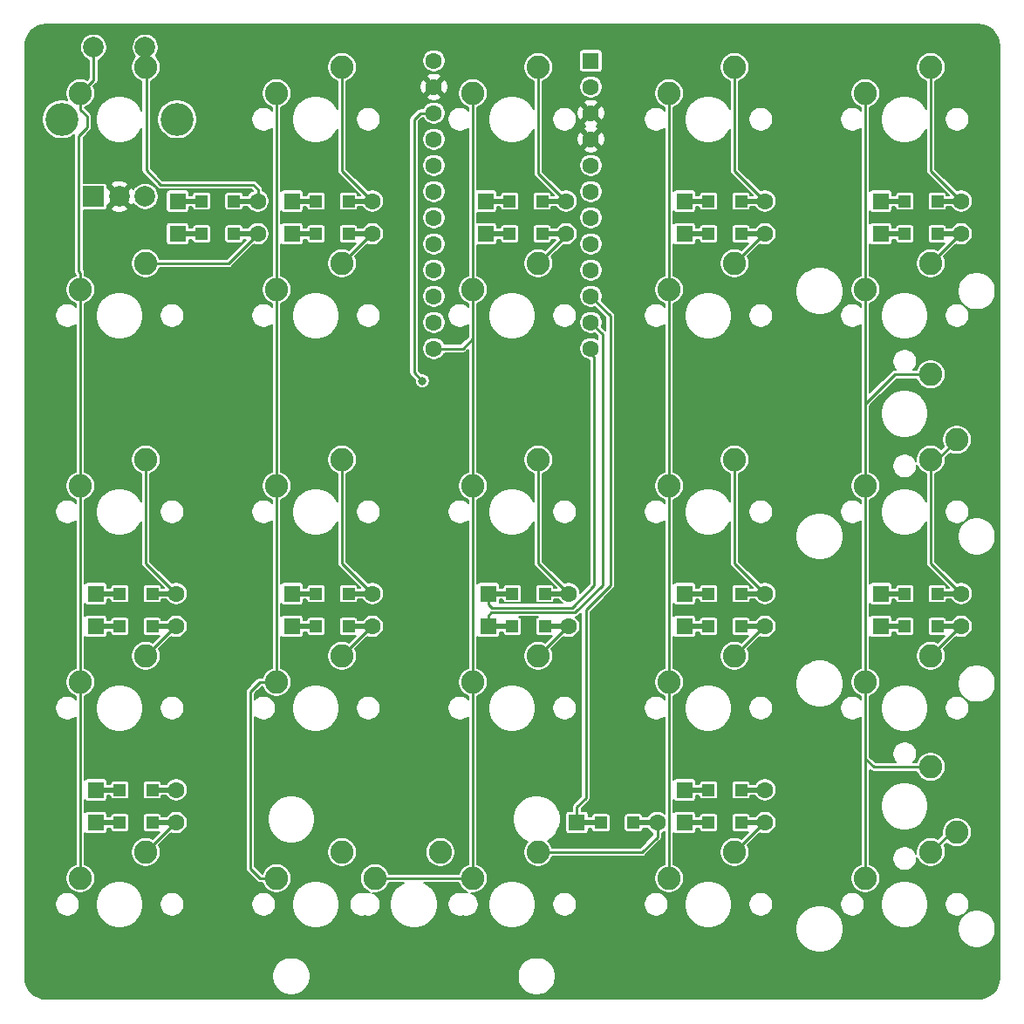
<source format=gtl>
G04 #@! TF.GenerationSoftware,KiCad,Pcbnew,(5.1.4)-1*
G04 #@! TF.CreationDate,2021-11-11T00:11:54+01:00*
G04 #@! TF.ProjectId,mini-ten-key-plus,6d696e69-2d74-4656-9e2d-6b65792d706c,rev?*
G04 #@! TF.SameCoordinates,Original*
G04 #@! TF.FileFunction,Copper,L1,Top*
G04 #@! TF.FilePolarity,Positive*
%FSLAX46Y46*%
G04 Gerber Fmt 4.6, Leading zero omitted, Abs format (unit mm)*
G04 Created by KiCad (PCBNEW (5.1.4)-1) date 2021-11-11 00:11:54*
%MOMM*%
%LPD*%
G04 APERTURE LIST*
%ADD10C,2.250000*%
%ADD11R,2.000000X2.000000*%
%ADD12C,2.000000*%
%ADD13C,3.200000*%
%ADD14R,2.500000X0.500000*%
%ADD15C,1.600000*%
%ADD16R,1.600000X1.600000*%
%ADD17R,1.200000X1.200000*%
%ADD18C,4.400000*%
%ADD19C,0.800000*%
%ADD20C,0.250000*%
%ADD21C,0.254000*%
%ADD22C,0.127000*%
G04 APERTURE END LIST*
D10*
X200183750Y-73501250D03*
X193833750Y-76041250D03*
D11*
X195124000Y-86077200D03*
D12*
X197624000Y-86077200D03*
X200124000Y-86077200D03*
D13*
X192024000Y-78577200D03*
X203224000Y-78577200D03*
D12*
X195124000Y-71577200D03*
X200124000Y-71577200D03*
D14*
X201931250Y-146843750D03*
X196531250Y-146843750D03*
D15*
X203131250Y-146843750D03*
D16*
X195331250Y-146843750D03*
D17*
X197656250Y-146843750D03*
X200806250Y-146843750D03*
D14*
X248635500Y-146843750D03*
X243235500Y-146843750D03*
D15*
X249835500Y-146843750D03*
D16*
X242035500Y-146843750D03*
D17*
X244360500Y-146843750D03*
X247510500Y-146843750D03*
D14*
X259081250Y-146843750D03*
X253681250Y-146843750D03*
D15*
X260281250Y-146843750D03*
D16*
X252481250Y-146843750D03*
D17*
X254806250Y-146843750D03*
X257956250Y-146843750D03*
D14*
X201931250Y-143668750D03*
X196531250Y-143668750D03*
D15*
X203131250Y-143668750D03*
D16*
X195331250Y-143668750D03*
D17*
X197656250Y-143668750D03*
X200806250Y-143668750D03*
D14*
X278131250Y-127793750D03*
X272731250Y-127793750D03*
D15*
X279331250Y-127793750D03*
D16*
X271531250Y-127793750D03*
D17*
X273856250Y-127793750D03*
X277006250Y-127793750D03*
D14*
X259081250Y-127793750D03*
X253681250Y-127793750D03*
D15*
X260281250Y-127793750D03*
D16*
X252481250Y-127793750D03*
D17*
X254806250Y-127793750D03*
X257956250Y-127793750D03*
D14*
X240031250Y-127793750D03*
X234631250Y-127793750D03*
D15*
X241231250Y-127793750D03*
D16*
X233431250Y-127793750D03*
D17*
X235756250Y-127793750D03*
X238906250Y-127793750D03*
D14*
X220981250Y-127793750D03*
X215581250Y-127793750D03*
D15*
X222181250Y-127793750D03*
D16*
X214381250Y-127793750D03*
D17*
X216706250Y-127793750D03*
X219856250Y-127793750D03*
D14*
X201931250Y-127793750D03*
X196531250Y-127793750D03*
D15*
X203131250Y-127793750D03*
D16*
X195331250Y-127793750D03*
D17*
X197656250Y-127793750D03*
X200806250Y-127793750D03*
D14*
X209868750Y-89693750D03*
X204468750Y-89693750D03*
D15*
X211068750Y-89693750D03*
D16*
X203268750Y-89693750D03*
D17*
X205593750Y-89693750D03*
X208743750Y-89693750D03*
D14*
X220981250Y-89693750D03*
X215581250Y-89693750D03*
D15*
X222181250Y-89693750D03*
D16*
X214381250Y-89693750D03*
D17*
X216706250Y-89693750D03*
X219856250Y-89693750D03*
D14*
X239777250Y-89693750D03*
X234377250Y-89693750D03*
D15*
X240977250Y-89693750D03*
D16*
X233177250Y-89693750D03*
D17*
X235502250Y-89693750D03*
X238652250Y-89693750D03*
D14*
X259081250Y-89693750D03*
X253681250Y-89693750D03*
D15*
X260281250Y-89693750D03*
D16*
X252481250Y-89693750D03*
D17*
X254806250Y-89693750D03*
X257956250Y-89693750D03*
D14*
X278131250Y-89693750D03*
X272731250Y-89693750D03*
D15*
X279331250Y-89693750D03*
D16*
X271531250Y-89693750D03*
D17*
X273856250Y-89693750D03*
X277006250Y-89693750D03*
D14*
X220981250Y-86518750D03*
X215581250Y-86518750D03*
D15*
X222181250Y-86518750D03*
D16*
X214381250Y-86518750D03*
D17*
X216706250Y-86518750D03*
X219856250Y-86518750D03*
D14*
X209868750Y-86518750D03*
X204468750Y-86518750D03*
D15*
X211068750Y-86518750D03*
D16*
X203268750Y-86518750D03*
D17*
X205593750Y-86518750D03*
X208743750Y-86518750D03*
D14*
X201931250Y-124618750D03*
X196531250Y-124618750D03*
D15*
X203131250Y-124618750D03*
D16*
X195331250Y-124618750D03*
D17*
X197656250Y-124618750D03*
X200806250Y-124618750D03*
D14*
X259081250Y-143668750D03*
X253681250Y-143668750D03*
D15*
X260281250Y-143668750D03*
D16*
X252481250Y-143668750D03*
D17*
X254806250Y-143668750D03*
X257956250Y-143668750D03*
D14*
X220981250Y-124618750D03*
X215581250Y-124618750D03*
D15*
X222181250Y-124618750D03*
D16*
X214381250Y-124618750D03*
D17*
X216706250Y-124618750D03*
X219856250Y-124618750D03*
D14*
X240031250Y-124618750D03*
X234631250Y-124618750D03*
D15*
X241231250Y-124618750D03*
D16*
X233431250Y-124618750D03*
D17*
X235756250Y-124618750D03*
X238906250Y-124618750D03*
D14*
X259081250Y-124618750D03*
X253681250Y-124618750D03*
D15*
X260281250Y-124618750D03*
D16*
X252481250Y-124618750D03*
D17*
X254806250Y-124618750D03*
X257956250Y-124618750D03*
D14*
X278131250Y-124618750D03*
X272731250Y-124618750D03*
D15*
X279331250Y-124618750D03*
D16*
X271531250Y-124618750D03*
D17*
X273856250Y-124618750D03*
X277006250Y-124618750D03*
D14*
X278131250Y-86518750D03*
X272731250Y-86518750D03*
D15*
X279331250Y-86518750D03*
D16*
X271531250Y-86518750D03*
D17*
X273856250Y-86518750D03*
X277006250Y-86518750D03*
D14*
X259081250Y-86518750D03*
X253681250Y-86518750D03*
D15*
X260281250Y-86518750D03*
D16*
X252481250Y-86518750D03*
D17*
X254806250Y-86518750D03*
X257956250Y-86518750D03*
D14*
X239777250Y-86518750D03*
X234377250Y-86518750D03*
D15*
X240977250Y-86518750D03*
D16*
X233177250Y-86518750D03*
D17*
X235502250Y-86518750D03*
X238652250Y-86518750D03*
D10*
X200183750Y-149701250D03*
X193833750Y-152241250D03*
X200183750Y-130651250D03*
X193833750Y-133191250D03*
X200183750Y-111601250D03*
X193833750Y-114141250D03*
X200183750Y-92551250D03*
X193833750Y-95091250D03*
X238283750Y-111601250D03*
X231933750Y-114141250D03*
D18*
X207168750Y-74612500D03*
X235743750Y-107156250D03*
X264318750Y-126206250D03*
X207168750Y-126206250D03*
X264318750Y-74612500D03*
D10*
X222408750Y-152241250D03*
X228758750Y-149701250D03*
X238283750Y-92551250D03*
X231933750Y-95091250D03*
X219233750Y-130651250D03*
X212883750Y-133191250D03*
X257333750Y-92551250D03*
X250983750Y-95091250D03*
X238283750Y-73501250D03*
X231933750Y-76041250D03*
D15*
X228142800Y-72898000D03*
X228142800Y-75438000D03*
X228142800Y-77978000D03*
X228142800Y-80518000D03*
X228142800Y-83058000D03*
X228142800Y-85598000D03*
X228142800Y-88138000D03*
X228142800Y-90678000D03*
X228142800Y-93218000D03*
X228142800Y-95758000D03*
X228142800Y-98298000D03*
X228142800Y-100838000D03*
X243382800Y-100838000D03*
X243382800Y-98298000D03*
X243382800Y-95758000D03*
X243382800Y-93218000D03*
X243382800Y-90678000D03*
X243382800Y-88138000D03*
X243382800Y-85598000D03*
X243382800Y-83058000D03*
X243382800Y-80518000D03*
X243382800Y-77978000D03*
X243382800Y-75438000D03*
D16*
X243382800Y-72898000D03*
D10*
X278923750Y-147796250D03*
X276383750Y-141446250D03*
X278923750Y-109696250D03*
X276383750Y-103346250D03*
X276383750Y-149701250D03*
X270033750Y-152241250D03*
X257333750Y-149701250D03*
X250983750Y-152241250D03*
X238283750Y-149701250D03*
X231933750Y-152241250D03*
X219233750Y-149701250D03*
X212883750Y-152241250D03*
X276383750Y-130651250D03*
X270033750Y-133191250D03*
X257333750Y-130651250D03*
X250983750Y-133191250D03*
X238283750Y-130651250D03*
X231933750Y-133191250D03*
X276383750Y-111601250D03*
X270033750Y-114141250D03*
X257333750Y-111601250D03*
X250983750Y-114141250D03*
X219233750Y-111601250D03*
X212883750Y-114141250D03*
X276383750Y-92551250D03*
X270033750Y-95091250D03*
X219233750Y-92551250D03*
X212883750Y-95091250D03*
X276383750Y-73501250D03*
X270033750Y-76041250D03*
X257333750Y-73501250D03*
X250983750Y-76041250D03*
X219233750Y-73501250D03*
X212883750Y-76041250D03*
D19*
X227012500Y-103981250D03*
D20*
X219233750Y-83571250D02*
X222181250Y-86518750D01*
X219233750Y-73501250D02*
X219233750Y-83571250D01*
D21*
X238283750Y-83825250D02*
X238283750Y-73501250D01*
X240977250Y-86518750D02*
X238283750Y-83825250D01*
D20*
X257333750Y-83571250D02*
X260281250Y-86518750D01*
X257333750Y-73501250D02*
X257333750Y-83571250D01*
X276383750Y-83571250D02*
X279331250Y-86518750D01*
X276383750Y-73501250D02*
X276383750Y-83571250D01*
D21*
X208211250Y-92551250D02*
X211068750Y-89693750D01*
X200183750Y-92551250D02*
X208211250Y-92551250D01*
D20*
X222091250Y-89693750D02*
X222181250Y-89693750D01*
X219233750Y-92551250D02*
X222091250Y-89693750D01*
X241141250Y-89693750D02*
X241231250Y-89693750D01*
D21*
X240977250Y-89857750D02*
X240977250Y-89693750D01*
X238283750Y-92551250D02*
X240977250Y-89857750D01*
D20*
X260191250Y-89693750D02*
X260281250Y-89693750D01*
X257333750Y-92551250D02*
X260191250Y-89693750D01*
D21*
X233431250Y-125672750D02*
X233431250Y-124618750D01*
X243382800Y-101301550D02*
X243681250Y-101600000D01*
X243681250Y-101600000D02*
X243681250Y-123836712D01*
X243382800Y-100838000D02*
X243382800Y-101301550D01*
X243681250Y-123836712D02*
X241533962Y-125984000D01*
X241533962Y-125984000D02*
X233742500Y-125984000D01*
X233742500Y-125984000D02*
X233431250Y-125672750D01*
D20*
X279241250Y-89693750D02*
X279331250Y-89693750D01*
X276383750Y-92551250D02*
X279241250Y-89693750D01*
D21*
X200183750Y-121671250D02*
X203131250Y-124618750D01*
X200183750Y-111601250D02*
X200183750Y-121671250D01*
X219233750Y-121671250D02*
X222181250Y-124618750D01*
X219233750Y-111601250D02*
X219233750Y-121671250D01*
X238283750Y-121671250D02*
X241231250Y-124618750D01*
X238283750Y-111601250D02*
X238283750Y-121671250D01*
X243681250Y-98596450D02*
X243357400Y-98272600D01*
X244509801Y-99425001D02*
X243382800Y-98298000D01*
X244509801Y-123790199D02*
X244509801Y-99425001D01*
X241861990Y-126438010D02*
X244509801Y-123790199D01*
X233732990Y-126438010D02*
X241861990Y-126438010D01*
X233431250Y-127793750D02*
X233431250Y-126739750D01*
X233431250Y-126739750D02*
X233732990Y-126438010D01*
X257333750Y-121671250D02*
X260281250Y-124618750D01*
X257333750Y-111601250D02*
X257333750Y-121671250D01*
X277018750Y-111601250D02*
X276383750Y-111601250D01*
X278923750Y-109696250D02*
X277018750Y-111601250D01*
X276383750Y-121671250D02*
X279331250Y-124618750D01*
X276383750Y-111601250D02*
X276383750Y-121671250D01*
X203041250Y-127793750D02*
X203131250Y-127793750D01*
X200183750Y-130651250D02*
X203041250Y-127793750D01*
D20*
X222091250Y-127793750D02*
X222181250Y-127793750D01*
X219233750Y-130651250D02*
X222091250Y-127793750D01*
D21*
X242035500Y-145314500D02*
X242035500Y-146843750D01*
X242887500Y-144462500D02*
X242035500Y-145314500D01*
X242887500Y-126206250D02*
X242887500Y-144462500D01*
X245268750Y-123825000D02*
X242887500Y-126206250D01*
X243382800Y-95758000D02*
X245268750Y-97643950D01*
X245268750Y-97643950D02*
X245268750Y-123825000D01*
D20*
X241141250Y-127793750D02*
X241231250Y-127793750D01*
X238283750Y-130651250D02*
X241141250Y-127793750D01*
X260191250Y-127793750D02*
X260281250Y-127793750D01*
X257333750Y-130651250D02*
X260191250Y-127793750D01*
X279241250Y-127793750D02*
X279331250Y-127793750D01*
X276383750Y-130651250D02*
X279241250Y-127793750D01*
D21*
X193833750Y-114141250D02*
X193833750Y-95091250D01*
X193833750Y-114141250D02*
X193833750Y-133191250D01*
X193833750Y-133191250D02*
X193833750Y-152241250D01*
X195124000Y-74751000D02*
X195124000Y-71577200D01*
X193833750Y-76041250D02*
X195124000Y-74751000D01*
X193833750Y-93500260D02*
X193675000Y-93341510D01*
X193833750Y-95091250D02*
X193833750Y-93500260D01*
X193675000Y-93341510D02*
X193675000Y-80168750D01*
X193833750Y-77632240D02*
X194468750Y-78267240D01*
X193833750Y-76041250D02*
X193833750Y-77632240D01*
X194468750Y-79375000D02*
X193675000Y-80168750D01*
X194468750Y-78267240D02*
X194468750Y-79375000D01*
D20*
X212883750Y-76041250D02*
X212883750Y-95091250D01*
X212883750Y-97253224D02*
X212883750Y-114141250D01*
X212883750Y-95091250D02*
X212883750Y-97253224D01*
X212883750Y-114141250D02*
X212883750Y-133191250D01*
D21*
X211292760Y-133191250D02*
X210343750Y-134140260D01*
X212883750Y-133191250D02*
X211292760Y-133191250D01*
X211292760Y-152241250D02*
X210343750Y-151292240D01*
X212883750Y-152241250D02*
X211292760Y-152241250D01*
X210343750Y-151292240D02*
X210343750Y-134143750D01*
D20*
X231933750Y-133191250D02*
X231933750Y-114141250D01*
D21*
X231933750Y-152241250D02*
X222408750Y-152241250D01*
X231933750Y-143771398D02*
X231933750Y-133191250D01*
X231933750Y-152241250D02*
X231933750Y-143771398D01*
D20*
X231933750Y-95091250D02*
X231933750Y-80010000D01*
X231933750Y-80010000D02*
X231933750Y-76041250D01*
D21*
X230949500Y-100838000D02*
X231933750Y-99853750D01*
X228142800Y-100838000D02*
X230949500Y-100838000D01*
D20*
X231933750Y-114141250D02*
X231933750Y-99853750D01*
X231933750Y-99853750D02*
X231933750Y-95091250D01*
X250983750Y-76041250D02*
X250983750Y-95091250D01*
X250983750Y-95091250D02*
X250983750Y-114141250D01*
X250983750Y-114141250D02*
X250983750Y-133191250D01*
X250983750Y-133191250D02*
X250983750Y-152241250D01*
D21*
X228142800Y-77978000D02*
X226822000Y-77978000D01*
X226822000Y-77978000D02*
X226218750Y-78581250D01*
X226218750Y-78581250D02*
X226218750Y-101600000D01*
X226218750Y-101600000D02*
X226218750Y-103187500D01*
X226218750Y-103187500D02*
X227012500Y-103981250D01*
X203041250Y-146843750D02*
X203131250Y-146843750D01*
X200183750Y-149701250D02*
X203041250Y-146843750D01*
X238283750Y-149701250D02*
X247650000Y-149701250D01*
X249835500Y-146843750D02*
X249835500Y-148235500D01*
X248369750Y-149701250D02*
X247650000Y-149701250D01*
X249835500Y-148235500D02*
X248369750Y-149701250D01*
X260191250Y-146843750D02*
X260281250Y-146843750D01*
X257333750Y-149701250D02*
X260191250Y-146843750D01*
X278327251Y-147796250D02*
X278923750Y-147796250D01*
X276422251Y-149701250D02*
X278327251Y-147796250D01*
D20*
X270033750Y-133191250D02*
X270033750Y-114141250D01*
X270033750Y-114141250D02*
X270033750Y-106203750D01*
X272891250Y-103346250D02*
X276383750Y-103346250D01*
X270033750Y-106203750D02*
X272891250Y-103346250D01*
X270033750Y-106203750D02*
X270033750Y-95091250D01*
X270033750Y-95091250D02*
X270033750Y-76041250D01*
D21*
X270033750Y-152202749D02*
X270072251Y-152241250D01*
X270827500Y-141446250D02*
X270033750Y-140652500D01*
X276383750Y-141446250D02*
X270827500Y-141446250D01*
X270033750Y-133191250D02*
X270033750Y-140652500D01*
X270033750Y-140652500D02*
X270033750Y-152241250D01*
X200228200Y-73501250D02*
X200228200Y-82753200D01*
X211068750Y-85387380D02*
X210612620Y-84931250D01*
X211068750Y-86518750D02*
X211068750Y-85387380D01*
X210612620Y-84931250D02*
X201612500Y-84931250D01*
X200228200Y-83546950D02*
X200228200Y-82753200D01*
X201612500Y-84931250D02*
X200228200Y-83546950D01*
X200124000Y-73441500D02*
X200183750Y-73501250D01*
X200124000Y-71577200D02*
X200124000Y-73441500D01*
D22*
G36*
X281383175Y-69439189D02*
G01*
X281763781Y-69554101D01*
X282114819Y-69740750D01*
X282422915Y-69992028D01*
X282676338Y-70298362D01*
X282865435Y-70648090D01*
X282983000Y-71027882D01*
X283026251Y-71439389D01*
X283026250Y-161908253D01*
X282985811Y-162320675D01*
X282870899Y-162701282D01*
X282684248Y-163052321D01*
X282432972Y-163360415D01*
X282126635Y-163613839D01*
X281776910Y-163802935D01*
X281397118Y-163920500D01*
X280985620Y-163963750D01*
X190516747Y-163963750D01*
X190104325Y-163923311D01*
X189723718Y-163808399D01*
X189372679Y-163621748D01*
X189064585Y-163370472D01*
X188811161Y-163064135D01*
X188622065Y-162714410D01*
X188504500Y-162334618D01*
X188461250Y-161923120D01*
X188461250Y-161584878D01*
X212471000Y-161584878D01*
X212471000Y-161947622D01*
X212541768Y-162303396D01*
X212680584Y-162638527D01*
X212882114Y-162940138D01*
X213138612Y-163196636D01*
X213440223Y-163398166D01*
X213775354Y-163536982D01*
X214131128Y-163607750D01*
X214493872Y-163607750D01*
X214849646Y-163536982D01*
X215184777Y-163398166D01*
X215486388Y-163196636D01*
X215742886Y-162940138D01*
X215944416Y-162638527D01*
X216083232Y-162303396D01*
X216154000Y-161947622D01*
X216154000Y-161584878D01*
X236283500Y-161584878D01*
X236283500Y-161947622D01*
X236354268Y-162303396D01*
X236493084Y-162638527D01*
X236694614Y-162940138D01*
X236951112Y-163196636D01*
X237252723Y-163398166D01*
X237587854Y-163536982D01*
X237943628Y-163607750D01*
X238306372Y-163607750D01*
X238662146Y-163536982D01*
X238997277Y-163398166D01*
X239298888Y-163196636D01*
X239555386Y-162940138D01*
X239756916Y-162638527D01*
X239895732Y-162303396D01*
X239966500Y-161947622D01*
X239966500Y-161584878D01*
X239895732Y-161229104D01*
X239756916Y-160893973D01*
X239555386Y-160592362D01*
X239298888Y-160335864D01*
X238997277Y-160134334D01*
X238662146Y-159995518D01*
X238306372Y-159924750D01*
X237943628Y-159924750D01*
X237587854Y-159995518D01*
X237252723Y-160134334D01*
X236951112Y-160335864D01*
X236694614Y-160592362D01*
X236493084Y-160893973D01*
X236354268Y-161229104D01*
X236283500Y-161584878D01*
X216154000Y-161584878D01*
X216083232Y-161229104D01*
X215944416Y-160893973D01*
X215742886Y-160592362D01*
X215486388Y-160335864D01*
X215184777Y-160134334D01*
X214849646Y-159995518D01*
X214493872Y-159924750D01*
X214131128Y-159924750D01*
X213775354Y-159995518D01*
X213440223Y-160134334D01*
X213138612Y-160335864D01*
X212882114Y-160592362D01*
X212680584Y-160893973D01*
X212541768Y-161229104D01*
X212471000Y-161584878D01*
X188461250Y-161584878D01*
X188461250Y-154663799D01*
X191371250Y-154663799D01*
X191371250Y-154898701D01*
X191417077Y-155129089D01*
X191506970Y-155346111D01*
X191637475Y-155541424D01*
X191803576Y-155707525D01*
X191998889Y-155838030D01*
X192215911Y-155927923D01*
X192446299Y-155973750D01*
X192681201Y-155973750D01*
X192911589Y-155927923D01*
X193128611Y-155838030D01*
X193323924Y-155707525D01*
X193490025Y-155541424D01*
X193620530Y-155346111D01*
X193710423Y-155129089D01*
X193756250Y-154898701D01*
X193756250Y-154663799D01*
X193734330Y-154553597D01*
X195332350Y-154553597D01*
X195332350Y-155008903D01*
X195421176Y-155455461D01*
X195595414Y-155876109D01*
X195848368Y-156254682D01*
X196170318Y-156576632D01*
X196548891Y-156829586D01*
X196969539Y-157003824D01*
X197416097Y-157092650D01*
X197871403Y-157092650D01*
X198317961Y-157003824D01*
X198738609Y-156829586D01*
X199117182Y-156576632D01*
X199439132Y-156254682D01*
X199692086Y-155876109D01*
X199866324Y-155455461D01*
X199955150Y-155008903D01*
X199955150Y-154663799D01*
X201531250Y-154663799D01*
X201531250Y-154898701D01*
X201577077Y-155129089D01*
X201666970Y-155346111D01*
X201797475Y-155541424D01*
X201963576Y-155707525D01*
X202158889Y-155838030D01*
X202375911Y-155927923D01*
X202606299Y-155973750D01*
X202841201Y-155973750D01*
X203071589Y-155927923D01*
X203288611Y-155838030D01*
X203483924Y-155707525D01*
X203650025Y-155541424D01*
X203780530Y-155346111D01*
X203870423Y-155129089D01*
X203916250Y-154898701D01*
X203916250Y-154663799D01*
X210421250Y-154663799D01*
X210421250Y-154898701D01*
X210467077Y-155129089D01*
X210556970Y-155346111D01*
X210687475Y-155541424D01*
X210853576Y-155707525D01*
X211048889Y-155838030D01*
X211265911Y-155927923D01*
X211496299Y-155973750D01*
X211731201Y-155973750D01*
X211961589Y-155927923D01*
X212178611Y-155838030D01*
X212373924Y-155707525D01*
X212540025Y-155541424D01*
X212670530Y-155346111D01*
X212760423Y-155129089D01*
X212806250Y-154898701D01*
X212806250Y-154663799D01*
X212784330Y-154553597D01*
X214382350Y-154553597D01*
X214382350Y-155008903D01*
X214471176Y-155455461D01*
X214645414Y-155876109D01*
X214898368Y-156254682D01*
X215220318Y-156576632D01*
X215598891Y-156829586D01*
X216019539Y-157003824D01*
X216466097Y-157092650D01*
X216921403Y-157092650D01*
X217367961Y-157003824D01*
X217788609Y-156829586D01*
X218167182Y-156576632D01*
X218489132Y-156254682D01*
X218742086Y-155876109D01*
X218916324Y-155455461D01*
X219005150Y-155008903D01*
X219005150Y-154663799D01*
X219946250Y-154663799D01*
X219946250Y-154898701D01*
X219992077Y-155129089D01*
X220081970Y-155346111D01*
X220212475Y-155541424D01*
X220378576Y-155707525D01*
X220573889Y-155838030D01*
X220790911Y-155927923D01*
X221021299Y-155973750D01*
X221256201Y-155973750D01*
X221456250Y-155933958D01*
X221656299Y-155973750D01*
X221891201Y-155973750D01*
X222121589Y-155927923D01*
X222338611Y-155838030D01*
X222533924Y-155707525D01*
X222700025Y-155541424D01*
X222830530Y-155346111D01*
X222920423Y-155129089D01*
X222966250Y-154898701D01*
X222966250Y-154663799D01*
X222920423Y-154433411D01*
X222830530Y-154216389D01*
X222700025Y-154021076D01*
X222533924Y-153854975D01*
X222338611Y-153724470D01*
X222215939Y-153673658D01*
X222266676Y-153683750D01*
X222550824Y-153683750D01*
X222829512Y-153628316D01*
X223092030Y-153519577D01*
X223328290Y-153361713D01*
X223529213Y-153160790D01*
X223687077Y-152924530D01*
X223785983Y-152685750D01*
X225237755Y-152685750D01*
X225123891Y-152732914D01*
X224745318Y-152985868D01*
X224423368Y-153307818D01*
X224170414Y-153686391D01*
X223996176Y-154107039D01*
X223907350Y-154553597D01*
X223907350Y-155008903D01*
X223996176Y-155455461D01*
X224170414Y-155876109D01*
X224423368Y-156254682D01*
X224745318Y-156576632D01*
X225123891Y-156829586D01*
X225544539Y-157003824D01*
X225991097Y-157092650D01*
X226446403Y-157092650D01*
X226892961Y-157003824D01*
X227313609Y-156829586D01*
X227692182Y-156576632D01*
X228014132Y-156254682D01*
X228267086Y-155876109D01*
X228441324Y-155455461D01*
X228530150Y-155008903D01*
X228530150Y-154553597D01*
X228441324Y-154107039D01*
X228267086Y-153686391D01*
X228014132Y-153307818D01*
X227692182Y-152985868D01*
X227313609Y-152732914D01*
X227199745Y-152685750D01*
X230556517Y-152685750D01*
X230655423Y-152924530D01*
X230813287Y-153160790D01*
X231014210Y-153361713D01*
X231250470Y-153519577D01*
X231418638Y-153589235D01*
X231416201Y-153588750D01*
X231181299Y-153588750D01*
X230981250Y-153628542D01*
X230781201Y-153588750D01*
X230546299Y-153588750D01*
X230315911Y-153634577D01*
X230098889Y-153724470D01*
X229903576Y-153854975D01*
X229737475Y-154021076D01*
X229606970Y-154216389D01*
X229517077Y-154433411D01*
X229471250Y-154663799D01*
X229471250Y-154898701D01*
X229517077Y-155129089D01*
X229606970Y-155346111D01*
X229737475Y-155541424D01*
X229903576Y-155707525D01*
X230098889Y-155838030D01*
X230315911Y-155927923D01*
X230546299Y-155973750D01*
X230781201Y-155973750D01*
X230981250Y-155933958D01*
X231181299Y-155973750D01*
X231416201Y-155973750D01*
X231646589Y-155927923D01*
X231863611Y-155838030D01*
X232058924Y-155707525D01*
X232225025Y-155541424D01*
X232355530Y-155346111D01*
X232445423Y-155129089D01*
X232491250Y-154898701D01*
X232491250Y-154663799D01*
X232469330Y-154553597D01*
X233432350Y-154553597D01*
X233432350Y-155008903D01*
X233521176Y-155455461D01*
X233695414Y-155876109D01*
X233948368Y-156254682D01*
X234270318Y-156576632D01*
X234648891Y-156829586D01*
X235069539Y-157003824D01*
X235516097Y-157092650D01*
X235971403Y-157092650D01*
X236417961Y-157003824D01*
X236838609Y-156829586D01*
X237217182Y-156576632D01*
X237539132Y-156254682D01*
X237792086Y-155876109D01*
X237966324Y-155455461D01*
X238055150Y-155008903D01*
X238055150Y-154663799D01*
X239631250Y-154663799D01*
X239631250Y-154898701D01*
X239677077Y-155129089D01*
X239766970Y-155346111D01*
X239897475Y-155541424D01*
X240063576Y-155707525D01*
X240258889Y-155838030D01*
X240475911Y-155927923D01*
X240706299Y-155973750D01*
X240941201Y-155973750D01*
X241171589Y-155927923D01*
X241388611Y-155838030D01*
X241583924Y-155707525D01*
X241750025Y-155541424D01*
X241880530Y-155346111D01*
X241970423Y-155129089D01*
X242016250Y-154898701D01*
X242016250Y-154663799D01*
X248521250Y-154663799D01*
X248521250Y-154898701D01*
X248567077Y-155129089D01*
X248656970Y-155346111D01*
X248787475Y-155541424D01*
X248953576Y-155707525D01*
X249148889Y-155838030D01*
X249365911Y-155927923D01*
X249596299Y-155973750D01*
X249831201Y-155973750D01*
X250061589Y-155927923D01*
X250278611Y-155838030D01*
X250473924Y-155707525D01*
X250640025Y-155541424D01*
X250770530Y-155346111D01*
X250860423Y-155129089D01*
X250906250Y-154898701D01*
X250906250Y-154663799D01*
X250884330Y-154553597D01*
X252482350Y-154553597D01*
X252482350Y-155008903D01*
X252571176Y-155455461D01*
X252745414Y-155876109D01*
X252998368Y-156254682D01*
X253320318Y-156576632D01*
X253698891Y-156829586D01*
X254119539Y-157003824D01*
X254566097Y-157092650D01*
X255021403Y-157092650D01*
X255467961Y-157003824D01*
X255634486Y-156934847D01*
X263277350Y-156934847D01*
X263277350Y-157390153D01*
X263366176Y-157836711D01*
X263540414Y-158257359D01*
X263793368Y-158635932D01*
X264115318Y-158957882D01*
X264493891Y-159210836D01*
X264914539Y-159385074D01*
X265361097Y-159473900D01*
X265816403Y-159473900D01*
X266262961Y-159385074D01*
X266683609Y-159210836D01*
X267062182Y-158957882D01*
X267384132Y-158635932D01*
X267637086Y-158257359D01*
X267811324Y-157836711D01*
X267900150Y-157390153D01*
X267900150Y-156934847D01*
X267811324Y-156488289D01*
X267637086Y-156067641D01*
X267384132Y-155689068D01*
X267062182Y-155367118D01*
X266683609Y-155114164D01*
X266262961Y-154939926D01*
X265816403Y-154851100D01*
X265361097Y-154851100D01*
X264914539Y-154939926D01*
X264493891Y-155114164D01*
X264115318Y-155367118D01*
X263793368Y-155689068D01*
X263540414Y-156067641D01*
X263366176Y-156488289D01*
X263277350Y-156934847D01*
X255634486Y-156934847D01*
X255888609Y-156829586D01*
X256267182Y-156576632D01*
X256589132Y-156254682D01*
X256842086Y-155876109D01*
X257016324Y-155455461D01*
X257105150Y-155008903D01*
X257105150Y-154663799D01*
X258681250Y-154663799D01*
X258681250Y-154898701D01*
X258727077Y-155129089D01*
X258816970Y-155346111D01*
X258947475Y-155541424D01*
X259113576Y-155707525D01*
X259308889Y-155838030D01*
X259525911Y-155927923D01*
X259756299Y-155973750D01*
X259991201Y-155973750D01*
X260221589Y-155927923D01*
X260438611Y-155838030D01*
X260633924Y-155707525D01*
X260800025Y-155541424D01*
X260930530Y-155346111D01*
X261020423Y-155129089D01*
X261066250Y-154898701D01*
X261066250Y-154663799D01*
X267571250Y-154663799D01*
X267571250Y-154898701D01*
X267617077Y-155129089D01*
X267706970Y-155346111D01*
X267837475Y-155541424D01*
X268003576Y-155707525D01*
X268198889Y-155838030D01*
X268415911Y-155927923D01*
X268646299Y-155973750D01*
X268881201Y-155973750D01*
X269111589Y-155927923D01*
X269328611Y-155838030D01*
X269523924Y-155707525D01*
X269690025Y-155541424D01*
X269820530Y-155346111D01*
X269910423Y-155129089D01*
X269956250Y-154898701D01*
X269956250Y-154663799D01*
X269934330Y-154553597D01*
X271532350Y-154553597D01*
X271532350Y-155008903D01*
X271621176Y-155455461D01*
X271795414Y-155876109D01*
X272048368Y-156254682D01*
X272370318Y-156576632D01*
X272748891Y-156829586D01*
X273169539Y-157003824D01*
X273616097Y-157092650D01*
X274071403Y-157092650D01*
X274517961Y-157003824D01*
X274572754Y-156981128D01*
X278987250Y-156981128D01*
X278987250Y-157343872D01*
X279058018Y-157699646D01*
X279196834Y-158034777D01*
X279398364Y-158336388D01*
X279654862Y-158592886D01*
X279956473Y-158794416D01*
X280291604Y-158933232D01*
X280647378Y-159004000D01*
X281010122Y-159004000D01*
X281365896Y-158933232D01*
X281701027Y-158794416D01*
X282002638Y-158592886D01*
X282259136Y-158336388D01*
X282460666Y-158034777D01*
X282599482Y-157699646D01*
X282670250Y-157343872D01*
X282670250Y-156981128D01*
X282599482Y-156625354D01*
X282460666Y-156290223D01*
X282259136Y-155988612D01*
X282002638Y-155732114D01*
X281701027Y-155530584D01*
X281365896Y-155391768D01*
X281010122Y-155321000D01*
X280647378Y-155321000D01*
X280291604Y-155391768D01*
X279956473Y-155530584D01*
X279654862Y-155732114D01*
X279398364Y-155988612D01*
X279196834Y-156290223D01*
X279058018Y-156625354D01*
X278987250Y-156981128D01*
X274572754Y-156981128D01*
X274938609Y-156829586D01*
X275317182Y-156576632D01*
X275639132Y-156254682D01*
X275892086Y-155876109D01*
X276066324Y-155455461D01*
X276155150Y-155008903D01*
X276155150Y-154663799D01*
X277731250Y-154663799D01*
X277731250Y-154898701D01*
X277777077Y-155129089D01*
X277866970Y-155346111D01*
X277997475Y-155541424D01*
X278163576Y-155707525D01*
X278358889Y-155838030D01*
X278575911Y-155927923D01*
X278806299Y-155973750D01*
X279041201Y-155973750D01*
X279271589Y-155927923D01*
X279488611Y-155838030D01*
X279683924Y-155707525D01*
X279850025Y-155541424D01*
X279980530Y-155346111D01*
X280070423Y-155129089D01*
X280116250Y-154898701D01*
X280116250Y-154663799D01*
X280070423Y-154433411D01*
X279980530Y-154216389D01*
X279850025Y-154021076D01*
X279683924Y-153854975D01*
X279488611Y-153724470D01*
X279271589Y-153634577D01*
X279041201Y-153588750D01*
X278806299Y-153588750D01*
X278575911Y-153634577D01*
X278358889Y-153724470D01*
X278163576Y-153854975D01*
X277997475Y-154021076D01*
X277866970Y-154216389D01*
X277777077Y-154433411D01*
X277731250Y-154663799D01*
X276155150Y-154663799D01*
X276155150Y-154553597D01*
X276066324Y-154107039D01*
X275892086Y-153686391D01*
X275639132Y-153307818D01*
X275317182Y-152985868D01*
X274938609Y-152732914D01*
X274517961Y-152558676D01*
X274071403Y-152469850D01*
X273616097Y-152469850D01*
X273169539Y-152558676D01*
X272748891Y-152732914D01*
X272370318Y-152985868D01*
X272048368Y-153307818D01*
X271795414Y-153686391D01*
X271621176Y-154107039D01*
X271532350Y-154553597D01*
X269934330Y-154553597D01*
X269910423Y-154433411D01*
X269820530Y-154216389D01*
X269690025Y-154021076D01*
X269523924Y-153854975D01*
X269328611Y-153724470D01*
X269111589Y-153634577D01*
X268881201Y-153588750D01*
X268646299Y-153588750D01*
X268415911Y-153634577D01*
X268198889Y-153724470D01*
X268003576Y-153854975D01*
X267837475Y-154021076D01*
X267706970Y-154216389D01*
X267617077Y-154433411D01*
X267571250Y-154663799D01*
X261066250Y-154663799D01*
X261020423Y-154433411D01*
X260930530Y-154216389D01*
X260800025Y-154021076D01*
X260633924Y-153854975D01*
X260438611Y-153724470D01*
X260221589Y-153634577D01*
X259991201Y-153588750D01*
X259756299Y-153588750D01*
X259525911Y-153634577D01*
X259308889Y-153724470D01*
X259113576Y-153854975D01*
X258947475Y-154021076D01*
X258816970Y-154216389D01*
X258727077Y-154433411D01*
X258681250Y-154663799D01*
X257105150Y-154663799D01*
X257105150Y-154553597D01*
X257016324Y-154107039D01*
X256842086Y-153686391D01*
X256589132Y-153307818D01*
X256267182Y-152985868D01*
X255888609Y-152732914D01*
X255467961Y-152558676D01*
X255021403Y-152469850D01*
X254566097Y-152469850D01*
X254119539Y-152558676D01*
X253698891Y-152732914D01*
X253320318Y-152985868D01*
X252998368Y-153307818D01*
X252745414Y-153686391D01*
X252571176Y-154107039D01*
X252482350Y-154553597D01*
X250884330Y-154553597D01*
X250860423Y-154433411D01*
X250770530Y-154216389D01*
X250640025Y-154021076D01*
X250473924Y-153854975D01*
X250278611Y-153724470D01*
X250061589Y-153634577D01*
X249831201Y-153588750D01*
X249596299Y-153588750D01*
X249365911Y-153634577D01*
X249148889Y-153724470D01*
X248953576Y-153854975D01*
X248787475Y-154021076D01*
X248656970Y-154216389D01*
X248567077Y-154433411D01*
X248521250Y-154663799D01*
X242016250Y-154663799D01*
X241970423Y-154433411D01*
X241880530Y-154216389D01*
X241750025Y-154021076D01*
X241583924Y-153854975D01*
X241388611Y-153724470D01*
X241171589Y-153634577D01*
X240941201Y-153588750D01*
X240706299Y-153588750D01*
X240475911Y-153634577D01*
X240258889Y-153724470D01*
X240063576Y-153854975D01*
X239897475Y-154021076D01*
X239766970Y-154216389D01*
X239677077Y-154433411D01*
X239631250Y-154663799D01*
X238055150Y-154663799D01*
X238055150Y-154553597D01*
X237966324Y-154107039D01*
X237792086Y-153686391D01*
X237539132Y-153307818D01*
X237217182Y-152985868D01*
X236838609Y-152732914D01*
X236417961Y-152558676D01*
X235971403Y-152469850D01*
X235516097Y-152469850D01*
X235069539Y-152558676D01*
X234648891Y-152732914D01*
X234270318Y-152985868D01*
X233948368Y-153307818D01*
X233695414Y-153686391D01*
X233521176Y-154107039D01*
X233432350Y-154553597D01*
X232469330Y-154553597D01*
X232445423Y-154433411D01*
X232355530Y-154216389D01*
X232225025Y-154021076D01*
X232058924Y-153854975D01*
X231863611Y-153724470D01*
X231740939Y-153673658D01*
X231791676Y-153683750D01*
X232075824Y-153683750D01*
X232354512Y-153628316D01*
X232617030Y-153519577D01*
X232853290Y-153361713D01*
X233054213Y-153160790D01*
X233212077Y-152924530D01*
X233320816Y-152662012D01*
X233376250Y-152383324D01*
X233376250Y-152099176D01*
X233320816Y-151820488D01*
X233212077Y-151557970D01*
X233054213Y-151321710D01*
X232853290Y-151120787D01*
X232617030Y-150962923D01*
X232378250Y-150864017D01*
X232378250Y-146298597D01*
X235813600Y-146298597D01*
X235813600Y-146753903D01*
X235902426Y-147200461D01*
X236076664Y-147621109D01*
X236329618Y-147999682D01*
X236651568Y-148321632D01*
X237030141Y-148574586D01*
X237270748Y-148674249D01*
X237163287Y-148781710D01*
X237005423Y-149017970D01*
X236896684Y-149280488D01*
X236841250Y-149559176D01*
X236841250Y-149843324D01*
X236896684Y-150122012D01*
X237005423Y-150384530D01*
X237163287Y-150620790D01*
X237364210Y-150821713D01*
X237600470Y-150979577D01*
X237862988Y-151088316D01*
X238141676Y-151143750D01*
X238425824Y-151143750D01*
X238704512Y-151088316D01*
X238967030Y-150979577D01*
X239203290Y-150821713D01*
X239404213Y-150620790D01*
X239562077Y-150384530D01*
X239660983Y-150145750D01*
X248347930Y-150145750D01*
X248369750Y-150147899D01*
X248391570Y-150145750D01*
X248391580Y-150145750D01*
X248456887Y-150139318D01*
X248540676Y-150113901D01*
X248617895Y-150072626D01*
X248685579Y-150017079D01*
X248699497Y-150000120D01*
X250134376Y-148565242D01*
X250151329Y-148551329D01*
X250165242Y-148534376D01*
X250165245Y-148534373D01*
X250206876Y-148483646D01*
X250248151Y-148406426D01*
X250273568Y-148322637D01*
X250280000Y-148257330D01*
X250280000Y-148257320D01*
X250282149Y-148235500D01*
X250280000Y-148213680D01*
X250280000Y-147869206D01*
X250364835Y-147834066D01*
X250541251Y-147716189D01*
X250541251Y-150863188D01*
X250300470Y-150962923D01*
X250064210Y-151120787D01*
X249863287Y-151321710D01*
X249705423Y-151557970D01*
X249596684Y-151820488D01*
X249541250Y-152099176D01*
X249541250Y-152383324D01*
X249596684Y-152662012D01*
X249705423Y-152924530D01*
X249863287Y-153160790D01*
X250064210Y-153361713D01*
X250300470Y-153519577D01*
X250562988Y-153628316D01*
X250841676Y-153683750D01*
X251125824Y-153683750D01*
X251404512Y-153628316D01*
X251667030Y-153519577D01*
X251903290Y-153361713D01*
X252104213Y-153160790D01*
X252262077Y-152924530D01*
X252370816Y-152662012D01*
X252426250Y-152383324D01*
X252426250Y-152099176D01*
X252370816Y-151820488D01*
X252262077Y-151557970D01*
X252104213Y-151321710D01*
X251903290Y-151120787D01*
X251667030Y-150962923D01*
X251426250Y-150863188D01*
X251426250Y-149559176D01*
X255891250Y-149559176D01*
X255891250Y-149843324D01*
X255946684Y-150122012D01*
X256055423Y-150384530D01*
X256213287Y-150620790D01*
X256414210Y-150821713D01*
X256650470Y-150979577D01*
X256912988Y-151088316D01*
X257191676Y-151143750D01*
X257475824Y-151143750D01*
X257754512Y-151088316D01*
X258017030Y-150979577D01*
X258253290Y-150821713D01*
X258454213Y-150620790D01*
X258612077Y-150384530D01*
X258720816Y-150122012D01*
X258776250Y-149843324D01*
X258776250Y-149559176D01*
X258720816Y-149280488D01*
X258621910Y-149041708D01*
X259806813Y-147856805D01*
X259955287Y-147918305D01*
X260171186Y-147961250D01*
X260391314Y-147961250D01*
X260607213Y-147918305D01*
X260810585Y-147834066D01*
X260993615Y-147711769D01*
X261149269Y-147556115D01*
X261271566Y-147373085D01*
X261355805Y-147169713D01*
X261398750Y-146953814D01*
X261398750Y-146733686D01*
X261355805Y-146517787D01*
X261271566Y-146314415D01*
X261149269Y-146131385D01*
X260993615Y-145975731D01*
X260810585Y-145853434D01*
X260607213Y-145769195D01*
X260391314Y-145726250D01*
X260171186Y-145726250D01*
X259955287Y-145769195D01*
X259751915Y-145853434D01*
X259568885Y-145975731D01*
X259413231Y-146131385D01*
X259317461Y-146274714D01*
X258875286Y-146274714D01*
X258875286Y-146243750D01*
X258869156Y-146181509D01*
X258851001Y-146121660D01*
X258821519Y-146066503D01*
X258781843Y-146018157D01*
X258733497Y-145978481D01*
X258678340Y-145948999D01*
X258618491Y-145930844D01*
X258556250Y-145924714D01*
X257356250Y-145924714D01*
X257294009Y-145930844D01*
X257234160Y-145948999D01*
X257179003Y-145978481D01*
X257130657Y-146018157D01*
X257090981Y-146066503D01*
X257061499Y-146121660D01*
X257043344Y-146181509D01*
X257037214Y-146243750D01*
X257037214Y-147443750D01*
X257043344Y-147505991D01*
X257061499Y-147565840D01*
X257090981Y-147620997D01*
X257130657Y-147669343D01*
X257179003Y-147709019D01*
X257234160Y-147738501D01*
X257294009Y-147756656D01*
X257356250Y-147762786D01*
X258556250Y-147762786D01*
X258618491Y-147756656D01*
X258663327Y-147743055D01*
X257993292Y-148413090D01*
X257754512Y-148314184D01*
X257475824Y-148258750D01*
X257191676Y-148258750D01*
X256912988Y-148314184D01*
X256650470Y-148422923D01*
X256414210Y-148580787D01*
X256213287Y-148781710D01*
X256055423Y-149017970D01*
X255946684Y-149280488D01*
X255891250Y-149559176D01*
X251426250Y-149559176D01*
X251426250Y-147833510D01*
X251455657Y-147869343D01*
X251504003Y-147909019D01*
X251559160Y-147938501D01*
X251619009Y-147956656D01*
X251681250Y-147962786D01*
X253281250Y-147962786D01*
X253343491Y-147956656D01*
X253403340Y-147938501D01*
X253458497Y-147909019D01*
X253506843Y-147869343D01*
X253546519Y-147820997D01*
X253576001Y-147765840D01*
X253594156Y-147705991D01*
X253600286Y-147643750D01*
X253600286Y-147412786D01*
X253887214Y-147412786D01*
X253887214Y-147443750D01*
X253893344Y-147505991D01*
X253911499Y-147565840D01*
X253940981Y-147620997D01*
X253980657Y-147669343D01*
X254029003Y-147709019D01*
X254084160Y-147738501D01*
X254144009Y-147756656D01*
X254206250Y-147762786D01*
X255406250Y-147762786D01*
X255468491Y-147756656D01*
X255528340Y-147738501D01*
X255583497Y-147709019D01*
X255631843Y-147669343D01*
X255671519Y-147620997D01*
X255701001Y-147565840D01*
X255719156Y-147505991D01*
X255725286Y-147443750D01*
X255725286Y-146243750D01*
X255719156Y-146181509D01*
X255701001Y-146121660D01*
X255671519Y-146066503D01*
X255631843Y-146018157D01*
X255583497Y-145978481D01*
X255528340Y-145948999D01*
X255468491Y-145930844D01*
X255406250Y-145924714D01*
X254206250Y-145924714D01*
X254144009Y-145930844D01*
X254084160Y-145948999D01*
X254029003Y-145978481D01*
X253980657Y-146018157D01*
X253940981Y-146066503D01*
X253911499Y-146121660D01*
X253893344Y-146181509D01*
X253887214Y-146243750D01*
X253887214Y-146274714D01*
X253600286Y-146274714D01*
X253600286Y-146043750D01*
X253594156Y-145981509D01*
X253576001Y-145921660D01*
X253546519Y-145866503D01*
X253506843Y-145818157D01*
X253458497Y-145778481D01*
X253403340Y-145748999D01*
X253343491Y-145730844D01*
X253281250Y-145724714D01*
X251681250Y-145724714D01*
X251619009Y-145730844D01*
X251559160Y-145748999D01*
X251504003Y-145778481D01*
X251455657Y-145818157D01*
X251426250Y-145853990D01*
X251426250Y-144658510D01*
X251455657Y-144694343D01*
X251504003Y-144734019D01*
X251559160Y-144763501D01*
X251619009Y-144781656D01*
X251681250Y-144787786D01*
X253281250Y-144787786D01*
X253343491Y-144781656D01*
X253403340Y-144763501D01*
X253458497Y-144734019D01*
X253506843Y-144694343D01*
X253546519Y-144645997D01*
X253576001Y-144590840D01*
X253594156Y-144530991D01*
X253600286Y-144468750D01*
X253600286Y-144237786D01*
X253887214Y-144237786D01*
X253887214Y-144268750D01*
X253893344Y-144330991D01*
X253911499Y-144390840D01*
X253940981Y-144445997D01*
X253980657Y-144494343D01*
X254029003Y-144534019D01*
X254084160Y-144563501D01*
X254144009Y-144581656D01*
X254206250Y-144587786D01*
X255406250Y-144587786D01*
X255468491Y-144581656D01*
X255528340Y-144563501D01*
X255583497Y-144534019D01*
X255631843Y-144494343D01*
X255671519Y-144445997D01*
X255701001Y-144390840D01*
X255719156Y-144330991D01*
X255725286Y-144268750D01*
X255725286Y-143068750D01*
X257037214Y-143068750D01*
X257037214Y-144268750D01*
X257043344Y-144330991D01*
X257061499Y-144390840D01*
X257090981Y-144445997D01*
X257130657Y-144494343D01*
X257179003Y-144534019D01*
X257234160Y-144563501D01*
X257294009Y-144581656D01*
X257356250Y-144587786D01*
X258556250Y-144587786D01*
X258618491Y-144581656D01*
X258678340Y-144563501D01*
X258733497Y-144534019D01*
X258781843Y-144494343D01*
X258821519Y-144445997D01*
X258851001Y-144390840D01*
X258869156Y-144330991D01*
X258875286Y-144268750D01*
X258875286Y-144237786D01*
X259317461Y-144237786D01*
X259413231Y-144381115D01*
X259568885Y-144536769D01*
X259751915Y-144659066D01*
X259955287Y-144743305D01*
X260171186Y-144786250D01*
X260391314Y-144786250D01*
X260607213Y-144743305D01*
X260810585Y-144659066D01*
X260993615Y-144536769D01*
X261149269Y-144381115D01*
X261271566Y-144198085D01*
X261355805Y-143994713D01*
X261398750Y-143778814D01*
X261398750Y-143558686D01*
X261355805Y-143342787D01*
X261271566Y-143139415D01*
X261149269Y-142956385D01*
X260993615Y-142800731D01*
X260810585Y-142678434D01*
X260607213Y-142594195D01*
X260391314Y-142551250D01*
X260171186Y-142551250D01*
X259955287Y-142594195D01*
X259751915Y-142678434D01*
X259568885Y-142800731D01*
X259413231Y-142956385D01*
X259317461Y-143099714D01*
X258875286Y-143099714D01*
X258875286Y-143068750D01*
X258869156Y-143006509D01*
X258851001Y-142946660D01*
X258821519Y-142891503D01*
X258781843Y-142843157D01*
X258733497Y-142803481D01*
X258678340Y-142773999D01*
X258618491Y-142755844D01*
X258556250Y-142749714D01*
X257356250Y-142749714D01*
X257294009Y-142755844D01*
X257234160Y-142773999D01*
X257179003Y-142803481D01*
X257130657Y-142843157D01*
X257090981Y-142891503D01*
X257061499Y-142946660D01*
X257043344Y-143006509D01*
X257037214Y-143068750D01*
X255725286Y-143068750D01*
X255719156Y-143006509D01*
X255701001Y-142946660D01*
X255671519Y-142891503D01*
X255631843Y-142843157D01*
X255583497Y-142803481D01*
X255528340Y-142773999D01*
X255468491Y-142755844D01*
X255406250Y-142749714D01*
X254206250Y-142749714D01*
X254144009Y-142755844D01*
X254084160Y-142773999D01*
X254029003Y-142803481D01*
X253980657Y-142843157D01*
X253940981Y-142891503D01*
X253911499Y-142946660D01*
X253893344Y-143006509D01*
X253887214Y-143068750D01*
X253887214Y-143099714D01*
X253600286Y-143099714D01*
X253600286Y-142868750D01*
X253594156Y-142806509D01*
X253576001Y-142746660D01*
X253546519Y-142691503D01*
X253506843Y-142643157D01*
X253458497Y-142603481D01*
X253403340Y-142573999D01*
X253343491Y-142555844D01*
X253281250Y-142549714D01*
X251681250Y-142549714D01*
X251619009Y-142555844D01*
X251559160Y-142573999D01*
X251504003Y-142603481D01*
X251455657Y-142643157D01*
X251426250Y-142678990D01*
X251426250Y-135503597D01*
X252482350Y-135503597D01*
X252482350Y-135958903D01*
X252571176Y-136405461D01*
X252745414Y-136826109D01*
X252998368Y-137204682D01*
X253320318Y-137526632D01*
X253698891Y-137779586D01*
X254119539Y-137953824D01*
X254566097Y-138042650D01*
X255021403Y-138042650D01*
X255467961Y-137953824D01*
X255888609Y-137779586D01*
X256267182Y-137526632D01*
X256589132Y-137204682D01*
X256842086Y-136826109D01*
X257016324Y-136405461D01*
X257105150Y-135958903D01*
X257105150Y-135613799D01*
X258681250Y-135613799D01*
X258681250Y-135848701D01*
X258727077Y-136079089D01*
X258816970Y-136296111D01*
X258947475Y-136491424D01*
X259113576Y-136657525D01*
X259308889Y-136788030D01*
X259525911Y-136877923D01*
X259756299Y-136923750D01*
X259991201Y-136923750D01*
X260221589Y-136877923D01*
X260438611Y-136788030D01*
X260633924Y-136657525D01*
X260800025Y-136491424D01*
X260930530Y-136296111D01*
X261020423Y-136079089D01*
X261066250Y-135848701D01*
X261066250Y-135613799D01*
X261020423Y-135383411D01*
X260930530Y-135166389D01*
X260800025Y-134971076D01*
X260633924Y-134804975D01*
X260438611Y-134674470D01*
X260221589Y-134584577D01*
X259991201Y-134538750D01*
X259756299Y-134538750D01*
X259525911Y-134584577D01*
X259308889Y-134674470D01*
X259113576Y-134804975D01*
X258947475Y-134971076D01*
X258816970Y-135166389D01*
X258727077Y-135383411D01*
X258681250Y-135613799D01*
X257105150Y-135613799D01*
X257105150Y-135503597D01*
X257016324Y-135057039D01*
X256842086Y-134636391D01*
X256589132Y-134257818D01*
X256267182Y-133935868D01*
X255888609Y-133682914D01*
X255467961Y-133508676D01*
X255021403Y-133419850D01*
X254566097Y-133419850D01*
X254119539Y-133508676D01*
X253698891Y-133682914D01*
X253320318Y-133935868D01*
X252998368Y-134257818D01*
X252745414Y-134636391D01*
X252571176Y-135057039D01*
X252482350Y-135503597D01*
X251426250Y-135503597D01*
X251426250Y-134569312D01*
X251667030Y-134469577D01*
X251903290Y-134311713D01*
X252104213Y-134110790D01*
X252262077Y-133874530D01*
X252370816Y-133612012D01*
X252426250Y-133333324D01*
X252426250Y-133122347D01*
X263277350Y-133122347D01*
X263277350Y-133577653D01*
X263366176Y-134024211D01*
X263540414Y-134444859D01*
X263793368Y-134823432D01*
X264115318Y-135145382D01*
X264493891Y-135398336D01*
X264914539Y-135572574D01*
X265361097Y-135661400D01*
X265816403Y-135661400D01*
X266262961Y-135572574D01*
X266683609Y-135398336D01*
X267062182Y-135145382D01*
X267384132Y-134823432D01*
X267637086Y-134444859D01*
X267811324Y-134024211D01*
X267900150Y-133577653D01*
X267900150Y-133122347D01*
X267811324Y-132675789D01*
X267637086Y-132255141D01*
X267384132Y-131876568D01*
X267062182Y-131554618D01*
X266683609Y-131301664D01*
X266262961Y-131127426D01*
X265816403Y-131038600D01*
X265361097Y-131038600D01*
X264914539Y-131127426D01*
X264493891Y-131301664D01*
X264115318Y-131554618D01*
X263793368Y-131876568D01*
X263540414Y-132255141D01*
X263366176Y-132675789D01*
X263277350Y-133122347D01*
X252426250Y-133122347D01*
X252426250Y-133049176D01*
X252370816Y-132770488D01*
X252262077Y-132507970D01*
X252104213Y-132271710D01*
X251903290Y-132070787D01*
X251667030Y-131912923D01*
X251426250Y-131813188D01*
X251426250Y-130509176D01*
X255891250Y-130509176D01*
X255891250Y-130793324D01*
X255946684Y-131072012D01*
X256055423Y-131334530D01*
X256213287Y-131570790D01*
X256414210Y-131771713D01*
X256650470Y-131929577D01*
X256912988Y-132038316D01*
X257191676Y-132093750D01*
X257475824Y-132093750D01*
X257754512Y-132038316D01*
X258017030Y-131929577D01*
X258253290Y-131771713D01*
X258454213Y-131570790D01*
X258612077Y-131334530D01*
X258720816Y-131072012D01*
X258776250Y-130793324D01*
X258776250Y-130509176D01*
X258720816Y-130230488D01*
X258621081Y-129989708D01*
X259804812Y-128805977D01*
X259955287Y-128868305D01*
X260171186Y-128911250D01*
X260391314Y-128911250D01*
X260607213Y-128868305D01*
X260810585Y-128784066D01*
X260993615Y-128661769D01*
X261149269Y-128506115D01*
X261271566Y-128323085D01*
X261355805Y-128119713D01*
X261398750Y-127903814D01*
X261398750Y-127683686D01*
X261355805Y-127467787D01*
X261271566Y-127264415D01*
X261149269Y-127081385D01*
X260993615Y-126925731D01*
X260810585Y-126803434D01*
X260607213Y-126719195D01*
X260391314Y-126676250D01*
X260171186Y-126676250D01*
X259955287Y-126719195D01*
X259751915Y-126803434D01*
X259568885Y-126925731D01*
X259413231Y-127081385D01*
X259317461Y-127224714D01*
X258875286Y-127224714D01*
X258875286Y-127193750D01*
X258869156Y-127131509D01*
X258851001Y-127071660D01*
X258821519Y-127016503D01*
X258781843Y-126968157D01*
X258733497Y-126928481D01*
X258678340Y-126898999D01*
X258618491Y-126880844D01*
X258556250Y-126874714D01*
X257356250Y-126874714D01*
X257294009Y-126880844D01*
X257234160Y-126898999D01*
X257179003Y-126928481D01*
X257130657Y-126968157D01*
X257090981Y-127016503D01*
X257061499Y-127071660D01*
X257043344Y-127131509D01*
X257037214Y-127193750D01*
X257037214Y-128393750D01*
X257043344Y-128455991D01*
X257061499Y-128515840D01*
X257090981Y-128570997D01*
X257130657Y-128619343D01*
X257179003Y-128659019D01*
X257234160Y-128688501D01*
X257294009Y-128706656D01*
X257356250Y-128712786D01*
X258556250Y-128712786D01*
X258618491Y-128706656D01*
X258667388Y-128691823D01*
X257995292Y-129363919D01*
X257754512Y-129264184D01*
X257475824Y-129208750D01*
X257191676Y-129208750D01*
X256912988Y-129264184D01*
X256650470Y-129372923D01*
X256414210Y-129530787D01*
X256213287Y-129731710D01*
X256055423Y-129967970D01*
X255946684Y-130230488D01*
X255891250Y-130509176D01*
X251426250Y-130509176D01*
X251426250Y-128783510D01*
X251455657Y-128819343D01*
X251504003Y-128859019D01*
X251559160Y-128888501D01*
X251619009Y-128906656D01*
X251681250Y-128912786D01*
X253281250Y-128912786D01*
X253343491Y-128906656D01*
X253403340Y-128888501D01*
X253458497Y-128859019D01*
X253506843Y-128819343D01*
X253546519Y-128770997D01*
X253576001Y-128715840D01*
X253594156Y-128655991D01*
X253600286Y-128593750D01*
X253600286Y-128362786D01*
X253887214Y-128362786D01*
X253887214Y-128393750D01*
X253893344Y-128455991D01*
X253911499Y-128515840D01*
X253940981Y-128570997D01*
X253980657Y-128619343D01*
X254029003Y-128659019D01*
X254084160Y-128688501D01*
X254144009Y-128706656D01*
X254206250Y-128712786D01*
X255406250Y-128712786D01*
X255468491Y-128706656D01*
X255528340Y-128688501D01*
X255583497Y-128659019D01*
X255631843Y-128619343D01*
X255671519Y-128570997D01*
X255701001Y-128515840D01*
X255719156Y-128455991D01*
X255725286Y-128393750D01*
X255725286Y-127193750D01*
X255719156Y-127131509D01*
X255701001Y-127071660D01*
X255671519Y-127016503D01*
X255631843Y-126968157D01*
X255583497Y-126928481D01*
X255528340Y-126898999D01*
X255468491Y-126880844D01*
X255406250Y-126874714D01*
X254206250Y-126874714D01*
X254144009Y-126880844D01*
X254084160Y-126898999D01*
X254029003Y-126928481D01*
X253980657Y-126968157D01*
X253940981Y-127016503D01*
X253911499Y-127071660D01*
X253893344Y-127131509D01*
X253887214Y-127193750D01*
X253887214Y-127224714D01*
X253600286Y-127224714D01*
X253600286Y-126993750D01*
X253594156Y-126931509D01*
X253576001Y-126871660D01*
X253546519Y-126816503D01*
X253506843Y-126768157D01*
X253458497Y-126728481D01*
X253403340Y-126698999D01*
X253343491Y-126680844D01*
X253281250Y-126674714D01*
X251681250Y-126674714D01*
X251619009Y-126680844D01*
X251559160Y-126698999D01*
X251504003Y-126728481D01*
X251455657Y-126768157D01*
X251426250Y-126803990D01*
X251426250Y-125608510D01*
X251455657Y-125644343D01*
X251504003Y-125684019D01*
X251559160Y-125713501D01*
X251619009Y-125731656D01*
X251681250Y-125737786D01*
X253281250Y-125737786D01*
X253343491Y-125731656D01*
X253403340Y-125713501D01*
X253458497Y-125684019D01*
X253506843Y-125644343D01*
X253546519Y-125595997D01*
X253576001Y-125540840D01*
X253594156Y-125480991D01*
X253600286Y-125418750D01*
X253600286Y-125187786D01*
X253887214Y-125187786D01*
X253887214Y-125218750D01*
X253893344Y-125280991D01*
X253911499Y-125340840D01*
X253940981Y-125395997D01*
X253980657Y-125444343D01*
X254029003Y-125484019D01*
X254084160Y-125513501D01*
X254144009Y-125531656D01*
X254206250Y-125537786D01*
X255406250Y-125537786D01*
X255468491Y-125531656D01*
X255528340Y-125513501D01*
X255583497Y-125484019D01*
X255631843Y-125444343D01*
X255671519Y-125395997D01*
X255701001Y-125340840D01*
X255719156Y-125280991D01*
X255725286Y-125218750D01*
X255725286Y-124018750D01*
X255719156Y-123956509D01*
X255701001Y-123896660D01*
X255671519Y-123841503D01*
X255631843Y-123793157D01*
X255583497Y-123753481D01*
X255528340Y-123723999D01*
X255468491Y-123705844D01*
X255406250Y-123699714D01*
X254206250Y-123699714D01*
X254144009Y-123705844D01*
X254084160Y-123723999D01*
X254029003Y-123753481D01*
X253980657Y-123793157D01*
X253940981Y-123841503D01*
X253911499Y-123896660D01*
X253893344Y-123956509D01*
X253887214Y-124018750D01*
X253887214Y-124049714D01*
X253600286Y-124049714D01*
X253600286Y-123818750D01*
X253594156Y-123756509D01*
X253576001Y-123696660D01*
X253546519Y-123641503D01*
X253506843Y-123593157D01*
X253458497Y-123553481D01*
X253403340Y-123523999D01*
X253343491Y-123505844D01*
X253281250Y-123499714D01*
X251681250Y-123499714D01*
X251619009Y-123505844D01*
X251559160Y-123523999D01*
X251504003Y-123553481D01*
X251455657Y-123593157D01*
X251426250Y-123628990D01*
X251426250Y-116453597D01*
X252482350Y-116453597D01*
X252482350Y-116908903D01*
X252571176Y-117355461D01*
X252745414Y-117776109D01*
X252998368Y-118154682D01*
X253320318Y-118476632D01*
X253698891Y-118729586D01*
X254119539Y-118903824D01*
X254566097Y-118992650D01*
X255021403Y-118992650D01*
X255467961Y-118903824D01*
X255888609Y-118729586D01*
X256267182Y-118476632D01*
X256589132Y-118154682D01*
X256842086Y-117776109D01*
X256889251Y-117662244D01*
X256889251Y-121649420D01*
X256887101Y-121671250D01*
X256895683Y-121758387D01*
X256921099Y-121842175D01*
X256962374Y-121919395D01*
X257004005Y-121970122D01*
X257004009Y-121970126D01*
X257017922Y-121987079D01*
X257034875Y-122000992D01*
X259083596Y-124049714D01*
X258875286Y-124049714D01*
X258875286Y-124018750D01*
X258869156Y-123956509D01*
X258851001Y-123896660D01*
X258821519Y-123841503D01*
X258781843Y-123793157D01*
X258733497Y-123753481D01*
X258678340Y-123723999D01*
X258618491Y-123705844D01*
X258556250Y-123699714D01*
X257356250Y-123699714D01*
X257294009Y-123705844D01*
X257234160Y-123723999D01*
X257179003Y-123753481D01*
X257130657Y-123793157D01*
X257090981Y-123841503D01*
X257061499Y-123896660D01*
X257043344Y-123956509D01*
X257037214Y-124018750D01*
X257037214Y-125218750D01*
X257043344Y-125280991D01*
X257061499Y-125340840D01*
X257090981Y-125395997D01*
X257130657Y-125444343D01*
X257179003Y-125484019D01*
X257234160Y-125513501D01*
X257294009Y-125531656D01*
X257356250Y-125537786D01*
X258556250Y-125537786D01*
X258618491Y-125531656D01*
X258678340Y-125513501D01*
X258733497Y-125484019D01*
X258781843Y-125444343D01*
X258821519Y-125395997D01*
X258851001Y-125340840D01*
X258869156Y-125280991D01*
X258875286Y-125218750D01*
X258875286Y-125187786D01*
X259317461Y-125187786D01*
X259413231Y-125331115D01*
X259568885Y-125486769D01*
X259751915Y-125609066D01*
X259955287Y-125693305D01*
X260171186Y-125736250D01*
X260391314Y-125736250D01*
X260607213Y-125693305D01*
X260810585Y-125609066D01*
X260993615Y-125486769D01*
X261149269Y-125331115D01*
X261271566Y-125148085D01*
X261355805Y-124944713D01*
X261398750Y-124728814D01*
X261398750Y-124508686D01*
X261355805Y-124292787D01*
X261271566Y-124089415D01*
X261149269Y-123906385D01*
X260993615Y-123750731D01*
X260810585Y-123628434D01*
X260607213Y-123544195D01*
X260391314Y-123501250D01*
X260171186Y-123501250D01*
X259955287Y-123544195D01*
X259870452Y-123579335D01*
X257778250Y-121487133D01*
X257778250Y-118834847D01*
X263277350Y-118834847D01*
X263277350Y-119290153D01*
X263366176Y-119736711D01*
X263540414Y-120157359D01*
X263793368Y-120535932D01*
X264115318Y-120857882D01*
X264493891Y-121110836D01*
X264914539Y-121285074D01*
X265361097Y-121373900D01*
X265816403Y-121373900D01*
X266262961Y-121285074D01*
X266683609Y-121110836D01*
X267062182Y-120857882D01*
X267384132Y-120535932D01*
X267637086Y-120157359D01*
X267811324Y-119736711D01*
X267900150Y-119290153D01*
X267900150Y-118834847D01*
X267811324Y-118388289D01*
X267637086Y-117967641D01*
X267384132Y-117589068D01*
X267062182Y-117267118D01*
X266683609Y-117014164D01*
X266262961Y-116839926D01*
X265816403Y-116751100D01*
X265361097Y-116751100D01*
X264914539Y-116839926D01*
X264493891Y-117014164D01*
X264115318Y-117267118D01*
X263793368Y-117589068D01*
X263540414Y-117967641D01*
X263366176Y-118388289D01*
X263277350Y-118834847D01*
X257778250Y-118834847D01*
X257778250Y-116563799D01*
X258681250Y-116563799D01*
X258681250Y-116798701D01*
X258727077Y-117029089D01*
X258816970Y-117246111D01*
X258947475Y-117441424D01*
X259113576Y-117607525D01*
X259308889Y-117738030D01*
X259525911Y-117827923D01*
X259756299Y-117873750D01*
X259991201Y-117873750D01*
X260221589Y-117827923D01*
X260438611Y-117738030D01*
X260633924Y-117607525D01*
X260800025Y-117441424D01*
X260930530Y-117246111D01*
X261020423Y-117029089D01*
X261066250Y-116798701D01*
X261066250Y-116563799D01*
X261020423Y-116333411D01*
X260930530Y-116116389D01*
X260800025Y-115921076D01*
X260633924Y-115754975D01*
X260438611Y-115624470D01*
X260221589Y-115534577D01*
X259991201Y-115488750D01*
X259756299Y-115488750D01*
X259525911Y-115534577D01*
X259308889Y-115624470D01*
X259113576Y-115754975D01*
X258947475Y-115921076D01*
X258816970Y-116116389D01*
X258727077Y-116333411D01*
X258681250Y-116563799D01*
X257778250Y-116563799D01*
X257778250Y-112978483D01*
X258017030Y-112879577D01*
X258253290Y-112721713D01*
X258454213Y-112520790D01*
X258612077Y-112284530D01*
X258720816Y-112022012D01*
X258776250Y-111743324D01*
X258776250Y-111459176D01*
X258720816Y-111180488D01*
X258612077Y-110917970D01*
X258454213Y-110681710D01*
X258253290Y-110480787D01*
X258017030Y-110322923D01*
X257754512Y-110214184D01*
X257475824Y-110158750D01*
X257191676Y-110158750D01*
X256912988Y-110214184D01*
X256650470Y-110322923D01*
X256414210Y-110480787D01*
X256213287Y-110681710D01*
X256055423Y-110917970D01*
X255946684Y-111180488D01*
X255891250Y-111459176D01*
X255891250Y-111743324D01*
X255946684Y-112022012D01*
X256055423Y-112284530D01*
X256213287Y-112520790D01*
X256414210Y-112721713D01*
X256650470Y-112879577D01*
X256889250Y-112978483D01*
X256889250Y-115700256D01*
X256842086Y-115586391D01*
X256589132Y-115207818D01*
X256267182Y-114885868D01*
X255888609Y-114632914D01*
X255467961Y-114458676D01*
X255021403Y-114369850D01*
X254566097Y-114369850D01*
X254119539Y-114458676D01*
X253698891Y-114632914D01*
X253320318Y-114885868D01*
X252998368Y-115207818D01*
X252745414Y-115586391D01*
X252571176Y-116007039D01*
X252482350Y-116453597D01*
X251426250Y-116453597D01*
X251426250Y-115519312D01*
X251667030Y-115419577D01*
X251903290Y-115261713D01*
X252104213Y-115060790D01*
X252262077Y-114824530D01*
X252370816Y-114562012D01*
X252426250Y-114283324D01*
X252426250Y-113999176D01*
X252370816Y-113720488D01*
X252262077Y-113457970D01*
X252104213Y-113221710D01*
X251903290Y-113020787D01*
X251667030Y-112862923D01*
X251426250Y-112763188D01*
X251426250Y-97403597D01*
X252482350Y-97403597D01*
X252482350Y-97858903D01*
X252571176Y-98305461D01*
X252745414Y-98726109D01*
X252998368Y-99104682D01*
X253320318Y-99426632D01*
X253698891Y-99679586D01*
X254119539Y-99853824D01*
X254566097Y-99942650D01*
X255021403Y-99942650D01*
X255467961Y-99853824D01*
X255888609Y-99679586D01*
X256267182Y-99426632D01*
X256589132Y-99104682D01*
X256842086Y-98726109D01*
X257016324Y-98305461D01*
X257105150Y-97858903D01*
X257105150Y-97513799D01*
X258681250Y-97513799D01*
X258681250Y-97748701D01*
X258727077Y-97979089D01*
X258816970Y-98196111D01*
X258947475Y-98391424D01*
X259113576Y-98557525D01*
X259308889Y-98688030D01*
X259525911Y-98777923D01*
X259756299Y-98823750D01*
X259991201Y-98823750D01*
X260221589Y-98777923D01*
X260438611Y-98688030D01*
X260633924Y-98557525D01*
X260800025Y-98391424D01*
X260930530Y-98196111D01*
X261020423Y-97979089D01*
X261066250Y-97748701D01*
X261066250Y-97513799D01*
X261020423Y-97283411D01*
X260930530Y-97066389D01*
X260800025Y-96871076D01*
X260633924Y-96704975D01*
X260438611Y-96574470D01*
X260221589Y-96484577D01*
X259991201Y-96438750D01*
X259756299Y-96438750D01*
X259525911Y-96484577D01*
X259308889Y-96574470D01*
X259113576Y-96704975D01*
X258947475Y-96871076D01*
X258816970Y-97066389D01*
X258727077Y-97283411D01*
X258681250Y-97513799D01*
X257105150Y-97513799D01*
X257105150Y-97403597D01*
X257016324Y-96957039D01*
X256842086Y-96536391D01*
X256589132Y-96157818D01*
X256267182Y-95835868D01*
X255888609Y-95582914D01*
X255467961Y-95408676D01*
X255021403Y-95319850D01*
X254566097Y-95319850D01*
X254119539Y-95408676D01*
X253698891Y-95582914D01*
X253320318Y-95835868D01*
X252998368Y-96157818D01*
X252745414Y-96536391D01*
X252571176Y-96957039D01*
X252482350Y-97403597D01*
X251426250Y-97403597D01*
X251426250Y-96469312D01*
X251667030Y-96369577D01*
X251903290Y-96211713D01*
X252104213Y-96010790D01*
X252262077Y-95774530D01*
X252370816Y-95512012D01*
X252426250Y-95233324D01*
X252426250Y-95022347D01*
X263277350Y-95022347D01*
X263277350Y-95477653D01*
X263366176Y-95924211D01*
X263540414Y-96344859D01*
X263793368Y-96723432D01*
X264115318Y-97045382D01*
X264493891Y-97298336D01*
X264914539Y-97472574D01*
X265361097Y-97561400D01*
X265816403Y-97561400D01*
X266262961Y-97472574D01*
X266683609Y-97298336D01*
X267062182Y-97045382D01*
X267384132Y-96723432D01*
X267637086Y-96344859D01*
X267811324Y-95924211D01*
X267900150Y-95477653D01*
X267900150Y-95022347D01*
X267811324Y-94575789D01*
X267637086Y-94155141D01*
X267384132Y-93776568D01*
X267062182Y-93454618D01*
X266683609Y-93201664D01*
X266262961Y-93027426D01*
X265816403Y-92938600D01*
X265361097Y-92938600D01*
X264914539Y-93027426D01*
X264493891Y-93201664D01*
X264115318Y-93454618D01*
X263793368Y-93776568D01*
X263540414Y-94155141D01*
X263366176Y-94575789D01*
X263277350Y-95022347D01*
X252426250Y-95022347D01*
X252426250Y-94949176D01*
X252370816Y-94670488D01*
X252262077Y-94407970D01*
X252104213Y-94171710D01*
X251903290Y-93970787D01*
X251667030Y-93812923D01*
X251426250Y-93713188D01*
X251426250Y-92409176D01*
X255891250Y-92409176D01*
X255891250Y-92693324D01*
X255946684Y-92972012D01*
X256055423Y-93234530D01*
X256213287Y-93470790D01*
X256414210Y-93671713D01*
X256650470Y-93829577D01*
X256912988Y-93938316D01*
X257191676Y-93993750D01*
X257475824Y-93993750D01*
X257754512Y-93938316D01*
X258017030Y-93829577D01*
X258253290Y-93671713D01*
X258454213Y-93470790D01*
X258612077Y-93234530D01*
X258720816Y-92972012D01*
X258776250Y-92693324D01*
X258776250Y-92409176D01*
X258720816Y-92130488D01*
X258621081Y-91889708D01*
X259804812Y-90705977D01*
X259955287Y-90768305D01*
X260171186Y-90811250D01*
X260391314Y-90811250D01*
X260607213Y-90768305D01*
X260810585Y-90684066D01*
X260993615Y-90561769D01*
X261149269Y-90406115D01*
X261271566Y-90223085D01*
X261355805Y-90019713D01*
X261398750Y-89803814D01*
X261398750Y-89583686D01*
X261355805Y-89367787D01*
X261271566Y-89164415D01*
X261149269Y-88981385D01*
X260993615Y-88825731D01*
X260810585Y-88703434D01*
X260607213Y-88619195D01*
X260391314Y-88576250D01*
X260171186Y-88576250D01*
X259955287Y-88619195D01*
X259751915Y-88703434D01*
X259568885Y-88825731D01*
X259413231Y-88981385D01*
X259317461Y-89124714D01*
X258875286Y-89124714D01*
X258875286Y-89093750D01*
X258869156Y-89031509D01*
X258851001Y-88971660D01*
X258821519Y-88916503D01*
X258781843Y-88868157D01*
X258733497Y-88828481D01*
X258678340Y-88798999D01*
X258618491Y-88780844D01*
X258556250Y-88774714D01*
X257356250Y-88774714D01*
X257294009Y-88780844D01*
X257234160Y-88798999D01*
X257179003Y-88828481D01*
X257130657Y-88868157D01*
X257090981Y-88916503D01*
X257061499Y-88971660D01*
X257043344Y-89031509D01*
X257037214Y-89093750D01*
X257037214Y-90293750D01*
X257043344Y-90355991D01*
X257061499Y-90415840D01*
X257090981Y-90470997D01*
X257130657Y-90519343D01*
X257179003Y-90559019D01*
X257234160Y-90588501D01*
X257294009Y-90606656D01*
X257356250Y-90612786D01*
X258556250Y-90612786D01*
X258618491Y-90606656D01*
X258667388Y-90591823D01*
X257995292Y-91263919D01*
X257754512Y-91164184D01*
X257475824Y-91108750D01*
X257191676Y-91108750D01*
X256912988Y-91164184D01*
X256650470Y-91272923D01*
X256414210Y-91430787D01*
X256213287Y-91631710D01*
X256055423Y-91867970D01*
X255946684Y-92130488D01*
X255891250Y-92409176D01*
X251426250Y-92409176D01*
X251426250Y-90683510D01*
X251455657Y-90719343D01*
X251504003Y-90759019D01*
X251559160Y-90788501D01*
X251619009Y-90806656D01*
X251681250Y-90812786D01*
X253281250Y-90812786D01*
X253343491Y-90806656D01*
X253403340Y-90788501D01*
X253458497Y-90759019D01*
X253506843Y-90719343D01*
X253546519Y-90670997D01*
X253576001Y-90615840D01*
X253594156Y-90555991D01*
X253600286Y-90493750D01*
X253600286Y-90262786D01*
X253887214Y-90262786D01*
X253887214Y-90293750D01*
X253893344Y-90355991D01*
X253911499Y-90415840D01*
X253940981Y-90470997D01*
X253980657Y-90519343D01*
X254029003Y-90559019D01*
X254084160Y-90588501D01*
X254144009Y-90606656D01*
X254206250Y-90612786D01*
X255406250Y-90612786D01*
X255468491Y-90606656D01*
X255528340Y-90588501D01*
X255583497Y-90559019D01*
X255631843Y-90519343D01*
X255671519Y-90470997D01*
X255701001Y-90415840D01*
X255719156Y-90355991D01*
X255725286Y-90293750D01*
X255725286Y-89093750D01*
X255719156Y-89031509D01*
X255701001Y-88971660D01*
X255671519Y-88916503D01*
X255631843Y-88868157D01*
X255583497Y-88828481D01*
X255528340Y-88798999D01*
X255468491Y-88780844D01*
X255406250Y-88774714D01*
X254206250Y-88774714D01*
X254144009Y-88780844D01*
X254084160Y-88798999D01*
X254029003Y-88828481D01*
X253980657Y-88868157D01*
X253940981Y-88916503D01*
X253911499Y-88971660D01*
X253893344Y-89031509D01*
X253887214Y-89093750D01*
X253887214Y-89124714D01*
X253600286Y-89124714D01*
X253600286Y-88893750D01*
X253594156Y-88831509D01*
X253576001Y-88771660D01*
X253546519Y-88716503D01*
X253506843Y-88668157D01*
X253458497Y-88628481D01*
X253403340Y-88598999D01*
X253343491Y-88580844D01*
X253281250Y-88574714D01*
X251681250Y-88574714D01*
X251619009Y-88580844D01*
X251559160Y-88598999D01*
X251504003Y-88628481D01*
X251455657Y-88668157D01*
X251426250Y-88703990D01*
X251426250Y-87508510D01*
X251455657Y-87544343D01*
X251504003Y-87584019D01*
X251559160Y-87613501D01*
X251619009Y-87631656D01*
X251681250Y-87637786D01*
X253281250Y-87637786D01*
X253343491Y-87631656D01*
X253403340Y-87613501D01*
X253458497Y-87584019D01*
X253506843Y-87544343D01*
X253546519Y-87495997D01*
X253576001Y-87440840D01*
X253594156Y-87380991D01*
X253600286Y-87318750D01*
X253600286Y-87087786D01*
X253887214Y-87087786D01*
X253887214Y-87118750D01*
X253893344Y-87180991D01*
X253911499Y-87240840D01*
X253940981Y-87295997D01*
X253980657Y-87344343D01*
X254029003Y-87384019D01*
X254084160Y-87413501D01*
X254144009Y-87431656D01*
X254206250Y-87437786D01*
X255406250Y-87437786D01*
X255468491Y-87431656D01*
X255528340Y-87413501D01*
X255583497Y-87384019D01*
X255631843Y-87344343D01*
X255671519Y-87295997D01*
X255701001Y-87240840D01*
X255719156Y-87180991D01*
X255725286Y-87118750D01*
X255725286Y-85918750D01*
X255719156Y-85856509D01*
X255701001Y-85796660D01*
X255671519Y-85741503D01*
X255631843Y-85693157D01*
X255583497Y-85653481D01*
X255528340Y-85623999D01*
X255468491Y-85605844D01*
X255406250Y-85599714D01*
X254206250Y-85599714D01*
X254144009Y-85605844D01*
X254084160Y-85623999D01*
X254029003Y-85653481D01*
X253980657Y-85693157D01*
X253940981Y-85741503D01*
X253911499Y-85796660D01*
X253893344Y-85856509D01*
X253887214Y-85918750D01*
X253887214Y-85949714D01*
X253600286Y-85949714D01*
X253600286Y-85718750D01*
X253594156Y-85656509D01*
X253576001Y-85596660D01*
X253546519Y-85541503D01*
X253506843Y-85493157D01*
X253458497Y-85453481D01*
X253403340Y-85423999D01*
X253343491Y-85405844D01*
X253281250Y-85399714D01*
X251681250Y-85399714D01*
X251619009Y-85405844D01*
X251559160Y-85423999D01*
X251504003Y-85453481D01*
X251455657Y-85493157D01*
X251426250Y-85528990D01*
X251426250Y-78353597D01*
X252482350Y-78353597D01*
X252482350Y-78808903D01*
X252571176Y-79255461D01*
X252745414Y-79676109D01*
X252998368Y-80054682D01*
X253320318Y-80376632D01*
X253698891Y-80629586D01*
X254119539Y-80803824D01*
X254566097Y-80892650D01*
X255021403Y-80892650D01*
X255467961Y-80803824D01*
X255888609Y-80629586D01*
X256267182Y-80376632D01*
X256589132Y-80054682D01*
X256842086Y-79676109D01*
X256891251Y-79557415D01*
X256891251Y-83549505D01*
X256889109Y-83571250D01*
X256897654Y-83657995D01*
X256922955Y-83741406D01*
X256964045Y-83818279D01*
X257000565Y-83862779D01*
X257019342Y-83885659D01*
X257036226Y-83899515D01*
X259086425Y-85949714D01*
X258875286Y-85949714D01*
X258875286Y-85918750D01*
X258869156Y-85856509D01*
X258851001Y-85796660D01*
X258821519Y-85741503D01*
X258781843Y-85693157D01*
X258733497Y-85653481D01*
X258678340Y-85623999D01*
X258618491Y-85605844D01*
X258556250Y-85599714D01*
X257356250Y-85599714D01*
X257294009Y-85605844D01*
X257234160Y-85623999D01*
X257179003Y-85653481D01*
X257130657Y-85693157D01*
X257090981Y-85741503D01*
X257061499Y-85796660D01*
X257043344Y-85856509D01*
X257037214Y-85918750D01*
X257037214Y-87118750D01*
X257043344Y-87180991D01*
X257061499Y-87240840D01*
X257090981Y-87295997D01*
X257130657Y-87344343D01*
X257179003Y-87384019D01*
X257234160Y-87413501D01*
X257294009Y-87431656D01*
X257356250Y-87437786D01*
X258556250Y-87437786D01*
X258618491Y-87431656D01*
X258678340Y-87413501D01*
X258733497Y-87384019D01*
X258781843Y-87344343D01*
X258821519Y-87295997D01*
X258851001Y-87240840D01*
X258869156Y-87180991D01*
X258875286Y-87118750D01*
X258875286Y-87087786D01*
X259317461Y-87087786D01*
X259413231Y-87231115D01*
X259568885Y-87386769D01*
X259751915Y-87509066D01*
X259955287Y-87593305D01*
X260171186Y-87636250D01*
X260391314Y-87636250D01*
X260607213Y-87593305D01*
X260810585Y-87509066D01*
X260993615Y-87386769D01*
X261149269Y-87231115D01*
X261271566Y-87048085D01*
X261355805Y-86844713D01*
X261398750Y-86628814D01*
X261398750Y-86408686D01*
X261355805Y-86192787D01*
X261271566Y-85989415D01*
X261149269Y-85806385D01*
X260993615Y-85650731D01*
X260810585Y-85528434D01*
X260607213Y-85444195D01*
X260391314Y-85401250D01*
X260171186Y-85401250D01*
X259955287Y-85444195D01*
X259868452Y-85480163D01*
X257776250Y-83387961D01*
X257776250Y-78463799D01*
X258681250Y-78463799D01*
X258681250Y-78698701D01*
X258727077Y-78929089D01*
X258816970Y-79146111D01*
X258947475Y-79341424D01*
X259113576Y-79507525D01*
X259308889Y-79638030D01*
X259525911Y-79727923D01*
X259756299Y-79773750D01*
X259991201Y-79773750D01*
X260221589Y-79727923D01*
X260438611Y-79638030D01*
X260633924Y-79507525D01*
X260800025Y-79341424D01*
X260930530Y-79146111D01*
X261020423Y-78929089D01*
X261066250Y-78698701D01*
X261066250Y-78463799D01*
X267571250Y-78463799D01*
X267571250Y-78698701D01*
X267617077Y-78929089D01*
X267706970Y-79146111D01*
X267837475Y-79341424D01*
X268003576Y-79507525D01*
X268198889Y-79638030D01*
X268415911Y-79727923D01*
X268646299Y-79773750D01*
X268881201Y-79773750D01*
X269111589Y-79727923D01*
X269328611Y-79638030D01*
X269523924Y-79507525D01*
X269591251Y-79440198D01*
X269591250Y-93713188D01*
X269350470Y-93812923D01*
X269114210Y-93970787D01*
X268913287Y-94171710D01*
X268755423Y-94407970D01*
X268646684Y-94670488D01*
X268591250Y-94949176D01*
X268591250Y-95233324D01*
X268646684Y-95512012D01*
X268755423Y-95774530D01*
X268913287Y-96010790D01*
X269114210Y-96211713D01*
X269350470Y-96369577D01*
X269591251Y-96469312D01*
X269591251Y-96772302D01*
X269523924Y-96704975D01*
X269328611Y-96574470D01*
X269111589Y-96484577D01*
X268881201Y-96438750D01*
X268646299Y-96438750D01*
X268415911Y-96484577D01*
X268198889Y-96574470D01*
X268003576Y-96704975D01*
X267837475Y-96871076D01*
X267706970Y-97066389D01*
X267617077Y-97283411D01*
X267571250Y-97513799D01*
X267571250Y-97748701D01*
X267617077Y-97979089D01*
X267706970Y-98196111D01*
X267837475Y-98391424D01*
X268003576Y-98557525D01*
X268198889Y-98688030D01*
X268415911Y-98777923D01*
X268646299Y-98823750D01*
X268881201Y-98823750D01*
X269111589Y-98777923D01*
X269328611Y-98688030D01*
X269523924Y-98557525D01*
X269591251Y-98490198D01*
X269591250Y-106182013D01*
X269589109Y-106203750D01*
X269591250Y-106225484D01*
X269591250Y-106225486D01*
X269591251Y-106225496D01*
X269591250Y-112763188D01*
X269350470Y-112862923D01*
X269114210Y-113020787D01*
X268913287Y-113221710D01*
X268755423Y-113457970D01*
X268646684Y-113720488D01*
X268591250Y-113999176D01*
X268591250Y-114283324D01*
X268646684Y-114562012D01*
X268755423Y-114824530D01*
X268913287Y-115060790D01*
X269114210Y-115261713D01*
X269350470Y-115419577D01*
X269591251Y-115519312D01*
X269591251Y-115822302D01*
X269523924Y-115754975D01*
X269328611Y-115624470D01*
X269111589Y-115534577D01*
X268881201Y-115488750D01*
X268646299Y-115488750D01*
X268415911Y-115534577D01*
X268198889Y-115624470D01*
X268003576Y-115754975D01*
X267837475Y-115921076D01*
X267706970Y-116116389D01*
X267617077Y-116333411D01*
X267571250Y-116563799D01*
X267571250Y-116798701D01*
X267617077Y-117029089D01*
X267706970Y-117246111D01*
X267837475Y-117441424D01*
X268003576Y-117607525D01*
X268198889Y-117738030D01*
X268415911Y-117827923D01*
X268646299Y-117873750D01*
X268881201Y-117873750D01*
X269111589Y-117827923D01*
X269328611Y-117738030D01*
X269523924Y-117607525D01*
X269591251Y-117540198D01*
X269591250Y-131813188D01*
X269350470Y-131912923D01*
X269114210Y-132070787D01*
X268913287Y-132271710D01*
X268755423Y-132507970D01*
X268646684Y-132770488D01*
X268591250Y-133049176D01*
X268591250Y-133333324D01*
X268646684Y-133612012D01*
X268755423Y-133874530D01*
X268913287Y-134110790D01*
X269114210Y-134311713D01*
X269350470Y-134469577D01*
X269589250Y-134568483D01*
X269589250Y-134870301D01*
X269523924Y-134804975D01*
X269328611Y-134674470D01*
X269111589Y-134584577D01*
X268881201Y-134538750D01*
X268646299Y-134538750D01*
X268415911Y-134584577D01*
X268198889Y-134674470D01*
X268003576Y-134804975D01*
X267837475Y-134971076D01*
X267706970Y-135166389D01*
X267617077Y-135383411D01*
X267571250Y-135613799D01*
X267571250Y-135848701D01*
X267617077Y-136079089D01*
X267706970Y-136296111D01*
X267837475Y-136491424D01*
X268003576Y-136657525D01*
X268198889Y-136788030D01*
X268415911Y-136877923D01*
X268646299Y-136923750D01*
X268881201Y-136923750D01*
X269111589Y-136877923D01*
X269328611Y-136788030D01*
X269523924Y-136657525D01*
X269589250Y-136592199D01*
X269589251Y-140630661D01*
X269589250Y-140630671D01*
X269589250Y-140630680D01*
X269587101Y-140652500D01*
X269589250Y-140674320D01*
X269589251Y-150864016D01*
X269350470Y-150962923D01*
X269114210Y-151120787D01*
X268913287Y-151321710D01*
X268755423Y-151557970D01*
X268646684Y-151820488D01*
X268591250Y-152099176D01*
X268591250Y-152383324D01*
X268646684Y-152662012D01*
X268755423Y-152924530D01*
X268913287Y-153160790D01*
X269114210Y-153361713D01*
X269350470Y-153519577D01*
X269612988Y-153628316D01*
X269891676Y-153683750D01*
X270175824Y-153683750D01*
X270454512Y-153628316D01*
X270717030Y-153519577D01*
X270953290Y-153361713D01*
X271154213Y-153160790D01*
X271312077Y-152924530D01*
X271420816Y-152662012D01*
X271476250Y-152383324D01*
X271476250Y-152099176D01*
X271420816Y-151820488D01*
X271312077Y-151557970D01*
X271154213Y-151321710D01*
X270953290Y-151120787D01*
X270717030Y-150962923D01*
X270478250Y-150864017D01*
X270478250Y-150218799D01*
X272651250Y-150218799D01*
X272651250Y-150453701D01*
X272697077Y-150684089D01*
X272786970Y-150901111D01*
X272917475Y-151096424D01*
X273083576Y-151262525D01*
X273278889Y-151393030D01*
X273495911Y-151482923D01*
X273726299Y-151528750D01*
X273961201Y-151528750D01*
X274191589Y-151482923D01*
X274408611Y-151393030D01*
X274603924Y-151262525D01*
X274770025Y-151096424D01*
X274900530Y-150901111D01*
X274990423Y-150684089D01*
X275036250Y-150453701D01*
X275036250Y-150218799D01*
X275035765Y-150216362D01*
X275105423Y-150384530D01*
X275263287Y-150620790D01*
X275464210Y-150821713D01*
X275700470Y-150979577D01*
X275962988Y-151088316D01*
X276241676Y-151143750D01*
X276525824Y-151143750D01*
X276804512Y-151088316D01*
X277067030Y-150979577D01*
X277303290Y-150821713D01*
X277504213Y-150620790D01*
X277662077Y-150384530D01*
X277770816Y-150122012D01*
X277826250Y-149843324D01*
X277826250Y-149559176D01*
X277770816Y-149280488D01*
X277683186Y-149068932D01*
X277919808Y-148832311D01*
X278004210Y-148916713D01*
X278240470Y-149074577D01*
X278502988Y-149183316D01*
X278781676Y-149238750D01*
X279065824Y-149238750D01*
X279344512Y-149183316D01*
X279607030Y-149074577D01*
X279843290Y-148916713D01*
X280044213Y-148715790D01*
X280202077Y-148479530D01*
X280310816Y-148217012D01*
X280366250Y-147938324D01*
X280366250Y-147654176D01*
X280310816Y-147375488D01*
X280202077Y-147112970D01*
X280044213Y-146876710D01*
X279843290Y-146675787D01*
X279607030Y-146517923D01*
X279344512Y-146409184D01*
X279065824Y-146353750D01*
X278781676Y-146353750D01*
X278502988Y-146409184D01*
X278240470Y-146517923D01*
X278004210Y-146675787D01*
X277803287Y-146876710D01*
X277645423Y-147112970D01*
X277536684Y-147375488D01*
X277481250Y-147654176D01*
X277481250Y-147938324D01*
X277493745Y-148001139D01*
X277069986Y-148424898D01*
X277067030Y-148422923D01*
X276804512Y-148314184D01*
X276525824Y-148258750D01*
X276241676Y-148258750D01*
X275962988Y-148314184D01*
X275700470Y-148422923D01*
X275464210Y-148580787D01*
X275263287Y-148781710D01*
X275105423Y-149017970D01*
X274996684Y-149280488D01*
X274941250Y-149559176D01*
X274941250Y-149843324D01*
X274951342Y-149894061D01*
X274900530Y-149771389D01*
X274770025Y-149576076D01*
X274603924Y-149409975D01*
X274408611Y-149279470D01*
X274191589Y-149189577D01*
X273961201Y-149143750D01*
X273726299Y-149143750D01*
X273495911Y-149189577D01*
X273278889Y-149279470D01*
X273083576Y-149409975D01*
X272917475Y-149576076D01*
X272786970Y-149771389D01*
X272697077Y-149988411D01*
X272651250Y-150218799D01*
X270478250Y-150218799D01*
X270478250Y-145028597D01*
X271532350Y-145028597D01*
X271532350Y-145483903D01*
X271621176Y-145930461D01*
X271795414Y-146351109D01*
X272048368Y-146729682D01*
X272370318Y-147051632D01*
X272748891Y-147304586D01*
X273169539Y-147478824D01*
X273616097Y-147567650D01*
X274071403Y-147567650D01*
X274517961Y-147478824D01*
X274938609Y-147304586D01*
X275317182Y-147051632D01*
X275639132Y-146729682D01*
X275892086Y-146351109D01*
X276066324Y-145930461D01*
X276155150Y-145483903D01*
X276155150Y-145028597D01*
X276066324Y-144582039D01*
X275892086Y-144161391D01*
X275639132Y-143782818D01*
X275317182Y-143460868D01*
X274938609Y-143207914D01*
X274517961Y-143033676D01*
X274071403Y-142944850D01*
X273616097Y-142944850D01*
X273169539Y-143033676D01*
X272748891Y-143207914D01*
X272370318Y-143460868D01*
X272048368Y-143782818D01*
X271795414Y-144161391D01*
X271621176Y-144582039D01*
X271532350Y-145028597D01*
X270478250Y-145028597D01*
X270478250Y-141725618D01*
X270497758Y-141745126D01*
X270511671Y-141762079D01*
X270528624Y-141775992D01*
X270528627Y-141775995D01*
X270579354Y-141817626D01*
X270656574Y-141858901D01*
X270740363Y-141884318D01*
X270805670Y-141890750D01*
X270805679Y-141890750D01*
X270827499Y-141892899D01*
X270849319Y-141890750D01*
X275006517Y-141890750D01*
X275105423Y-142129530D01*
X275263287Y-142365790D01*
X275464210Y-142566713D01*
X275700470Y-142724577D01*
X275962988Y-142833316D01*
X276241676Y-142888750D01*
X276525824Y-142888750D01*
X276804512Y-142833316D01*
X277067030Y-142724577D01*
X277303290Y-142566713D01*
X277504213Y-142365790D01*
X277662077Y-142129530D01*
X277770816Y-141867012D01*
X277826250Y-141588324D01*
X277826250Y-141304176D01*
X277770816Y-141025488D01*
X277662077Y-140762970D01*
X277504213Y-140526710D01*
X277303290Y-140325787D01*
X277067030Y-140167923D01*
X276804512Y-140059184D01*
X276525824Y-140003750D01*
X276241676Y-140003750D01*
X275962988Y-140059184D01*
X275700470Y-140167923D01*
X275464210Y-140325787D01*
X275263287Y-140526710D01*
X275105423Y-140762970D01*
X275006517Y-141001750D01*
X274704699Y-141001750D01*
X274770025Y-140936424D01*
X274900530Y-140741111D01*
X274990423Y-140524089D01*
X275036250Y-140293701D01*
X275036250Y-140058799D01*
X274990423Y-139828411D01*
X274900530Y-139611389D01*
X274770025Y-139416076D01*
X274603924Y-139249975D01*
X274408611Y-139119470D01*
X274191589Y-139029577D01*
X273961201Y-138983750D01*
X273726299Y-138983750D01*
X273495911Y-139029577D01*
X273278889Y-139119470D01*
X273083576Y-139249975D01*
X272917475Y-139416076D01*
X272786970Y-139611389D01*
X272697077Y-139828411D01*
X272651250Y-140058799D01*
X272651250Y-140293701D01*
X272697077Y-140524089D01*
X272786970Y-140741111D01*
X272917475Y-140936424D01*
X272982801Y-141001750D01*
X271011618Y-141001750D01*
X270478250Y-140468383D01*
X270478250Y-135503597D01*
X271532350Y-135503597D01*
X271532350Y-135958903D01*
X271621176Y-136405461D01*
X271795414Y-136826109D01*
X272048368Y-137204682D01*
X272370318Y-137526632D01*
X272748891Y-137779586D01*
X273169539Y-137953824D01*
X273616097Y-138042650D01*
X274071403Y-138042650D01*
X274517961Y-137953824D01*
X274938609Y-137779586D01*
X275317182Y-137526632D01*
X275639132Y-137204682D01*
X275892086Y-136826109D01*
X276066324Y-136405461D01*
X276155150Y-135958903D01*
X276155150Y-135613799D01*
X277731250Y-135613799D01*
X277731250Y-135848701D01*
X277777077Y-136079089D01*
X277866970Y-136296111D01*
X277997475Y-136491424D01*
X278163576Y-136657525D01*
X278358889Y-136788030D01*
X278575911Y-136877923D01*
X278806299Y-136923750D01*
X279041201Y-136923750D01*
X279271589Y-136877923D01*
X279488611Y-136788030D01*
X279683924Y-136657525D01*
X279850025Y-136491424D01*
X279980530Y-136296111D01*
X280070423Y-136079089D01*
X280116250Y-135848701D01*
X280116250Y-135613799D01*
X280070423Y-135383411D01*
X279980530Y-135166389D01*
X279850025Y-134971076D01*
X279683924Y-134804975D01*
X279488611Y-134674470D01*
X279271589Y-134584577D01*
X279041201Y-134538750D01*
X278806299Y-134538750D01*
X278575911Y-134584577D01*
X278358889Y-134674470D01*
X278163576Y-134804975D01*
X277997475Y-134971076D01*
X277866970Y-135166389D01*
X277777077Y-135383411D01*
X277731250Y-135613799D01*
X276155150Y-135613799D01*
X276155150Y-135503597D01*
X276066324Y-135057039D01*
X275892086Y-134636391D01*
X275639132Y-134257818D01*
X275317182Y-133935868D01*
X274938609Y-133682914D01*
X274517961Y-133508676D01*
X274071403Y-133419850D01*
X273616097Y-133419850D01*
X273169539Y-133508676D01*
X272748891Y-133682914D01*
X272370318Y-133935868D01*
X272048368Y-134257818D01*
X271795414Y-134636391D01*
X271621176Y-135057039D01*
X271532350Y-135503597D01*
X270478250Y-135503597D01*
X270478250Y-134568483D01*
X270717030Y-134469577D01*
X270953290Y-134311713D01*
X271154213Y-134110790D01*
X271312077Y-133874530D01*
X271420816Y-133612012D01*
X271476250Y-133333324D01*
X271476250Y-133168628D01*
X278987250Y-133168628D01*
X278987250Y-133531372D01*
X279058018Y-133887146D01*
X279196834Y-134222277D01*
X279398364Y-134523888D01*
X279654862Y-134780386D01*
X279956473Y-134981916D01*
X280291604Y-135120732D01*
X280647378Y-135191500D01*
X281010122Y-135191500D01*
X281365896Y-135120732D01*
X281701027Y-134981916D01*
X282002638Y-134780386D01*
X282259136Y-134523888D01*
X282460666Y-134222277D01*
X282599482Y-133887146D01*
X282670250Y-133531372D01*
X282670250Y-133168628D01*
X282599482Y-132812854D01*
X282460666Y-132477723D01*
X282259136Y-132176112D01*
X282002638Y-131919614D01*
X281701027Y-131718084D01*
X281365896Y-131579268D01*
X281010122Y-131508500D01*
X280647378Y-131508500D01*
X280291604Y-131579268D01*
X279956473Y-131718084D01*
X279654862Y-131919614D01*
X279398364Y-132176112D01*
X279196834Y-132477723D01*
X279058018Y-132812854D01*
X278987250Y-133168628D01*
X271476250Y-133168628D01*
X271476250Y-133049176D01*
X271420816Y-132770488D01*
X271312077Y-132507970D01*
X271154213Y-132271710D01*
X270953290Y-132070787D01*
X270717030Y-131912923D01*
X270476250Y-131813188D01*
X270476250Y-130509176D01*
X274941250Y-130509176D01*
X274941250Y-130793324D01*
X274996684Y-131072012D01*
X275105423Y-131334530D01*
X275263287Y-131570790D01*
X275464210Y-131771713D01*
X275700470Y-131929577D01*
X275962988Y-132038316D01*
X276241676Y-132093750D01*
X276525824Y-132093750D01*
X276804512Y-132038316D01*
X277067030Y-131929577D01*
X277303290Y-131771713D01*
X277504213Y-131570790D01*
X277662077Y-131334530D01*
X277770816Y-131072012D01*
X277826250Y-130793324D01*
X277826250Y-130509176D01*
X277770816Y-130230488D01*
X277671081Y-129989708D01*
X278854812Y-128805977D01*
X279005287Y-128868305D01*
X279221186Y-128911250D01*
X279441314Y-128911250D01*
X279657213Y-128868305D01*
X279860585Y-128784066D01*
X280043615Y-128661769D01*
X280199269Y-128506115D01*
X280321566Y-128323085D01*
X280405805Y-128119713D01*
X280448750Y-127903814D01*
X280448750Y-127683686D01*
X280405805Y-127467787D01*
X280321566Y-127264415D01*
X280199269Y-127081385D01*
X280043615Y-126925731D01*
X279860585Y-126803434D01*
X279657213Y-126719195D01*
X279441314Y-126676250D01*
X279221186Y-126676250D01*
X279005287Y-126719195D01*
X278801915Y-126803434D01*
X278618885Y-126925731D01*
X278463231Y-127081385D01*
X278367461Y-127224714D01*
X277925286Y-127224714D01*
X277925286Y-127193750D01*
X277919156Y-127131509D01*
X277901001Y-127071660D01*
X277871519Y-127016503D01*
X277831843Y-126968157D01*
X277783497Y-126928481D01*
X277728340Y-126898999D01*
X277668491Y-126880844D01*
X277606250Y-126874714D01*
X276406250Y-126874714D01*
X276344009Y-126880844D01*
X276284160Y-126898999D01*
X276229003Y-126928481D01*
X276180657Y-126968157D01*
X276140981Y-127016503D01*
X276111499Y-127071660D01*
X276093344Y-127131509D01*
X276087214Y-127193750D01*
X276087214Y-128393750D01*
X276093344Y-128455991D01*
X276111499Y-128515840D01*
X276140981Y-128570997D01*
X276180657Y-128619343D01*
X276229003Y-128659019D01*
X276284160Y-128688501D01*
X276344009Y-128706656D01*
X276406250Y-128712786D01*
X277606250Y-128712786D01*
X277668491Y-128706656D01*
X277717388Y-128691823D01*
X277045292Y-129363919D01*
X276804512Y-129264184D01*
X276525824Y-129208750D01*
X276241676Y-129208750D01*
X275962988Y-129264184D01*
X275700470Y-129372923D01*
X275464210Y-129530787D01*
X275263287Y-129731710D01*
X275105423Y-129967970D01*
X274996684Y-130230488D01*
X274941250Y-130509176D01*
X270476250Y-130509176D01*
X270476250Y-128783510D01*
X270505657Y-128819343D01*
X270554003Y-128859019D01*
X270609160Y-128888501D01*
X270669009Y-128906656D01*
X270731250Y-128912786D01*
X272331250Y-128912786D01*
X272393491Y-128906656D01*
X272453340Y-128888501D01*
X272508497Y-128859019D01*
X272556843Y-128819343D01*
X272596519Y-128770997D01*
X272626001Y-128715840D01*
X272644156Y-128655991D01*
X272650286Y-128593750D01*
X272650286Y-128362786D01*
X272937214Y-128362786D01*
X272937214Y-128393750D01*
X272943344Y-128455991D01*
X272961499Y-128515840D01*
X272990981Y-128570997D01*
X273030657Y-128619343D01*
X273079003Y-128659019D01*
X273134160Y-128688501D01*
X273194009Y-128706656D01*
X273256250Y-128712786D01*
X274456250Y-128712786D01*
X274518491Y-128706656D01*
X274578340Y-128688501D01*
X274633497Y-128659019D01*
X274681843Y-128619343D01*
X274721519Y-128570997D01*
X274751001Y-128515840D01*
X274769156Y-128455991D01*
X274775286Y-128393750D01*
X274775286Y-127193750D01*
X274769156Y-127131509D01*
X274751001Y-127071660D01*
X274721519Y-127016503D01*
X274681843Y-126968157D01*
X274633497Y-126928481D01*
X274578340Y-126898999D01*
X274518491Y-126880844D01*
X274456250Y-126874714D01*
X273256250Y-126874714D01*
X273194009Y-126880844D01*
X273134160Y-126898999D01*
X273079003Y-126928481D01*
X273030657Y-126968157D01*
X272990981Y-127016503D01*
X272961499Y-127071660D01*
X272943344Y-127131509D01*
X272937214Y-127193750D01*
X272937214Y-127224714D01*
X272650286Y-127224714D01*
X272650286Y-126993750D01*
X272644156Y-126931509D01*
X272626001Y-126871660D01*
X272596519Y-126816503D01*
X272556843Y-126768157D01*
X272508497Y-126728481D01*
X272453340Y-126698999D01*
X272393491Y-126680844D01*
X272331250Y-126674714D01*
X270731250Y-126674714D01*
X270669009Y-126680844D01*
X270609160Y-126698999D01*
X270554003Y-126728481D01*
X270505657Y-126768157D01*
X270476250Y-126803990D01*
X270476250Y-125608510D01*
X270505657Y-125644343D01*
X270554003Y-125684019D01*
X270609160Y-125713501D01*
X270669009Y-125731656D01*
X270731250Y-125737786D01*
X272331250Y-125737786D01*
X272393491Y-125731656D01*
X272453340Y-125713501D01*
X272508497Y-125684019D01*
X272556843Y-125644343D01*
X272596519Y-125595997D01*
X272626001Y-125540840D01*
X272644156Y-125480991D01*
X272650286Y-125418750D01*
X272650286Y-125187786D01*
X272937214Y-125187786D01*
X272937214Y-125218750D01*
X272943344Y-125280991D01*
X272961499Y-125340840D01*
X272990981Y-125395997D01*
X273030657Y-125444343D01*
X273079003Y-125484019D01*
X273134160Y-125513501D01*
X273194009Y-125531656D01*
X273256250Y-125537786D01*
X274456250Y-125537786D01*
X274518491Y-125531656D01*
X274578340Y-125513501D01*
X274633497Y-125484019D01*
X274681843Y-125444343D01*
X274721519Y-125395997D01*
X274751001Y-125340840D01*
X274769156Y-125280991D01*
X274775286Y-125218750D01*
X274775286Y-124018750D01*
X274769156Y-123956509D01*
X274751001Y-123896660D01*
X274721519Y-123841503D01*
X274681843Y-123793157D01*
X274633497Y-123753481D01*
X274578340Y-123723999D01*
X274518491Y-123705844D01*
X274456250Y-123699714D01*
X273256250Y-123699714D01*
X273194009Y-123705844D01*
X273134160Y-123723999D01*
X273079003Y-123753481D01*
X273030657Y-123793157D01*
X272990981Y-123841503D01*
X272961499Y-123896660D01*
X272943344Y-123956509D01*
X272937214Y-124018750D01*
X272937214Y-124049714D01*
X272650286Y-124049714D01*
X272650286Y-123818750D01*
X272644156Y-123756509D01*
X272626001Y-123696660D01*
X272596519Y-123641503D01*
X272556843Y-123593157D01*
X272508497Y-123553481D01*
X272453340Y-123523999D01*
X272393491Y-123505844D01*
X272331250Y-123499714D01*
X270731250Y-123499714D01*
X270669009Y-123505844D01*
X270609160Y-123523999D01*
X270554003Y-123553481D01*
X270505657Y-123593157D01*
X270476250Y-123628990D01*
X270476250Y-116453597D01*
X271532350Y-116453597D01*
X271532350Y-116908903D01*
X271621176Y-117355461D01*
X271795414Y-117776109D01*
X272048368Y-118154682D01*
X272370318Y-118476632D01*
X272748891Y-118729586D01*
X273169539Y-118903824D01*
X273616097Y-118992650D01*
X274071403Y-118992650D01*
X274517961Y-118903824D01*
X274938609Y-118729586D01*
X275317182Y-118476632D01*
X275639132Y-118154682D01*
X275892086Y-117776109D01*
X275939251Y-117662244D01*
X275939251Y-121649420D01*
X275937101Y-121671250D01*
X275945683Y-121758387D01*
X275971099Y-121842175D01*
X276012374Y-121919395D01*
X276054005Y-121970122D01*
X276054009Y-121970126D01*
X276067922Y-121987079D01*
X276084875Y-122000992D01*
X278133596Y-124049714D01*
X277925286Y-124049714D01*
X277925286Y-124018750D01*
X277919156Y-123956509D01*
X277901001Y-123896660D01*
X277871519Y-123841503D01*
X277831843Y-123793157D01*
X277783497Y-123753481D01*
X277728340Y-123723999D01*
X277668491Y-123705844D01*
X277606250Y-123699714D01*
X276406250Y-123699714D01*
X276344009Y-123705844D01*
X276284160Y-123723999D01*
X276229003Y-123753481D01*
X276180657Y-123793157D01*
X276140981Y-123841503D01*
X276111499Y-123896660D01*
X276093344Y-123956509D01*
X276087214Y-124018750D01*
X276087214Y-125218750D01*
X276093344Y-125280991D01*
X276111499Y-125340840D01*
X276140981Y-125395997D01*
X276180657Y-125444343D01*
X276229003Y-125484019D01*
X276284160Y-125513501D01*
X276344009Y-125531656D01*
X276406250Y-125537786D01*
X277606250Y-125537786D01*
X277668491Y-125531656D01*
X277728340Y-125513501D01*
X277783497Y-125484019D01*
X277831843Y-125444343D01*
X277871519Y-125395997D01*
X277901001Y-125340840D01*
X277919156Y-125280991D01*
X277925286Y-125218750D01*
X277925286Y-125187786D01*
X278367461Y-125187786D01*
X278463231Y-125331115D01*
X278618885Y-125486769D01*
X278801915Y-125609066D01*
X279005287Y-125693305D01*
X279221186Y-125736250D01*
X279441314Y-125736250D01*
X279657213Y-125693305D01*
X279860585Y-125609066D01*
X280043615Y-125486769D01*
X280199269Y-125331115D01*
X280321566Y-125148085D01*
X280405805Y-124944713D01*
X280448750Y-124728814D01*
X280448750Y-124508686D01*
X280405805Y-124292787D01*
X280321566Y-124089415D01*
X280199269Y-123906385D01*
X280043615Y-123750731D01*
X279860585Y-123628434D01*
X279657213Y-123544195D01*
X279441314Y-123501250D01*
X279221186Y-123501250D01*
X279005287Y-123544195D01*
X278920452Y-123579335D01*
X276828250Y-121487133D01*
X276828250Y-118881128D01*
X278987250Y-118881128D01*
X278987250Y-119243872D01*
X279058018Y-119599646D01*
X279196834Y-119934777D01*
X279398364Y-120236388D01*
X279654862Y-120492886D01*
X279956473Y-120694416D01*
X280291604Y-120833232D01*
X280647378Y-120904000D01*
X281010122Y-120904000D01*
X281365896Y-120833232D01*
X281701027Y-120694416D01*
X282002638Y-120492886D01*
X282259136Y-120236388D01*
X282460666Y-119934777D01*
X282599482Y-119599646D01*
X282670250Y-119243872D01*
X282670250Y-118881128D01*
X282599482Y-118525354D01*
X282460666Y-118190223D01*
X282259136Y-117888612D01*
X282002638Y-117632114D01*
X281701027Y-117430584D01*
X281365896Y-117291768D01*
X281010122Y-117221000D01*
X280647378Y-117221000D01*
X280291604Y-117291768D01*
X279956473Y-117430584D01*
X279654862Y-117632114D01*
X279398364Y-117888612D01*
X279196834Y-118190223D01*
X279058018Y-118525354D01*
X278987250Y-118881128D01*
X276828250Y-118881128D01*
X276828250Y-116563799D01*
X277731250Y-116563799D01*
X277731250Y-116798701D01*
X277777077Y-117029089D01*
X277866970Y-117246111D01*
X277997475Y-117441424D01*
X278163576Y-117607525D01*
X278358889Y-117738030D01*
X278575911Y-117827923D01*
X278806299Y-117873750D01*
X279041201Y-117873750D01*
X279271589Y-117827923D01*
X279488611Y-117738030D01*
X279683924Y-117607525D01*
X279850025Y-117441424D01*
X279980530Y-117246111D01*
X280070423Y-117029089D01*
X280116250Y-116798701D01*
X280116250Y-116563799D01*
X280070423Y-116333411D01*
X279980530Y-116116389D01*
X279850025Y-115921076D01*
X279683924Y-115754975D01*
X279488611Y-115624470D01*
X279271589Y-115534577D01*
X279041201Y-115488750D01*
X278806299Y-115488750D01*
X278575911Y-115534577D01*
X278358889Y-115624470D01*
X278163576Y-115754975D01*
X277997475Y-115921076D01*
X277866970Y-116116389D01*
X277777077Y-116333411D01*
X277731250Y-116563799D01*
X276828250Y-116563799D01*
X276828250Y-112978483D01*
X277067030Y-112879577D01*
X277303290Y-112721713D01*
X277504213Y-112520790D01*
X277662077Y-112284530D01*
X277770816Y-112022012D01*
X277826250Y-111743324D01*
X277826250Y-111459176D01*
X277820143Y-111428474D01*
X278264208Y-110984410D01*
X278502988Y-111083316D01*
X278781676Y-111138750D01*
X279065824Y-111138750D01*
X279344512Y-111083316D01*
X279607030Y-110974577D01*
X279843290Y-110816713D01*
X280044213Y-110615790D01*
X280202077Y-110379530D01*
X280310816Y-110117012D01*
X280366250Y-109838324D01*
X280366250Y-109554176D01*
X280310816Y-109275488D01*
X280202077Y-109012970D01*
X280044213Y-108776710D01*
X279843290Y-108575787D01*
X279607030Y-108417923D01*
X279344512Y-108309184D01*
X279065824Y-108253750D01*
X278781676Y-108253750D01*
X278502988Y-108309184D01*
X278240470Y-108417923D01*
X278004210Y-108575787D01*
X277803287Y-108776710D01*
X277645423Y-109012970D01*
X277536684Y-109275488D01*
X277481250Y-109554176D01*
X277481250Y-109838324D01*
X277536684Y-110117012D01*
X277635590Y-110355792D01*
X277406943Y-110584440D01*
X277303290Y-110480787D01*
X277067030Y-110322923D01*
X276804512Y-110214184D01*
X276525824Y-110158750D01*
X276241676Y-110158750D01*
X275962988Y-110214184D01*
X275700470Y-110322923D01*
X275464210Y-110480787D01*
X275263287Y-110681710D01*
X275105423Y-110917970D01*
X274996684Y-111180488D01*
X274941250Y-111459176D01*
X274941250Y-111743324D01*
X274951342Y-111794061D01*
X274900530Y-111671389D01*
X274770025Y-111476076D01*
X274603924Y-111309975D01*
X274408611Y-111179470D01*
X274191589Y-111089577D01*
X273961201Y-111043750D01*
X273726299Y-111043750D01*
X273495911Y-111089577D01*
X273278889Y-111179470D01*
X273083576Y-111309975D01*
X272917475Y-111476076D01*
X272786970Y-111671389D01*
X272697077Y-111888411D01*
X272651250Y-112118799D01*
X272651250Y-112353701D01*
X272697077Y-112584089D01*
X272786970Y-112801111D01*
X272917475Y-112996424D01*
X273083576Y-113162525D01*
X273278889Y-113293030D01*
X273495911Y-113382923D01*
X273726299Y-113428750D01*
X273961201Y-113428750D01*
X274191589Y-113382923D01*
X274408611Y-113293030D01*
X274603924Y-113162525D01*
X274770025Y-112996424D01*
X274900530Y-112801111D01*
X274990423Y-112584089D01*
X275036250Y-112353701D01*
X275036250Y-112118799D01*
X275035765Y-112116362D01*
X275105423Y-112284530D01*
X275263287Y-112520790D01*
X275464210Y-112721713D01*
X275700470Y-112879577D01*
X275939250Y-112978483D01*
X275939250Y-115700256D01*
X275892086Y-115586391D01*
X275639132Y-115207818D01*
X275317182Y-114885868D01*
X274938609Y-114632914D01*
X274517961Y-114458676D01*
X274071403Y-114369850D01*
X273616097Y-114369850D01*
X273169539Y-114458676D01*
X272748891Y-114632914D01*
X272370318Y-114885868D01*
X272048368Y-115207818D01*
X271795414Y-115586391D01*
X271621176Y-116007039D01*
X271532350Y-116453597D01*
X270476250Y-116453597D01*
X270476250Y-115519312D01*
X270717030Y-115419577D01*
X270953290Y-115261713D01*
X271154213Y-115060790D01*
X271312077Y-114824530D01*
X271420816Y-114562012D01*
X271476250Y-114283324D01*
X271476250Y-113999176D01*
X271420816Y-113720488D01*
X271312077Y-113457970D01*
X271154213Y-113221710D01*
X270953290Y-113020787D01*
X270717030Y-112862923D01*
X270476250Y-112763188D01*
X270476250Y-106928597D01*
X271532350Y-106928597D01*
X271532350Y-107383903D01*
X271621176Y-107830461D01*
X271795414Y-108251109D01*
X272048368Y-108629682D01*
X272370318Y-108951632D01*
X272748891Y-109204586D01*
X273169539Y-109378824D01*
X273616097Y-109467650D01*
X274071403Y-109467650D01*
X274517961Y-109378824D01*
X274938609Y-109204586D01*
X275317182Y-108951632D01*
X275639132Y-108629682D01*
X275892086Y-108251109D01*
X276066324Y-107830461D01*
X276155150Y-107383903D01*
X276155150Y-106928597D01*
X276066324Y-106482039D01*
X275892086Y-106061391D01*
X275639132Y-105682818D01*
X275317182Y-105360868D01*
X274938609Y-105107914D01*
X274517961Y-104933676D01*
X274071403Y-104844850D01*
X273616097Y-104844850D01*
X273169539Y-104933676D01*
X272748891Y-105107914D01*
X272370318Y-105360868D01*
X272048368Y-105682818D01*
X271795414Y-106061391D01*
X271621176Y-106482039D01*
X271532350Y-106928597D01*
X270476250Y-106928597D01*
X270476250Y-106387039D01*
X273074539Y-103788750D01*
X275005688Y-103788750D01*
X275105423Y-104029530D01*
X275263287Y-104265790D01*
X275464210Y-104466713D01*
X275700470Y-104624577D01*
X275962988Y-104733316D01*
X276241676Y-104788750D01*
X276525824Y-104788750D01*
X276804512Y-104733316D01*
X277067030Y-104624577D01*
X277303290Y-104466713D01*
X277504213Y-104265790D01*
X277662077Y-104029530D01*
X277770816Y-103767012D01*
X277826250Y-103488324D01*
X277826250Y-103204176D01*
X277770816Y-102925488D01*
X277662077Y-102662970D01*
X277504213Y-102426710D01*
X277303290Y-102225787D01*
X277067030Y-102067923D01*
X276804512Y-101959184D01*
X276525824Y-101903750D01*
X276241676Y-101903750D01*
X275962988Y-101959184D01*
X275700470Y-102067923D01*
X275464210Y-102225787D01*
X275263287Y-102426710D01*
X275105423Y-102662970D01*
X275005688Y-102903750D01*
X274702699Y-102903750D01*
X274770025Y-102836424D01*
X274900530Y-102641111D01*
X274990423Y-102424089D01*
X275036250Y-102193701D01*
X275036250Y-101958799D01*
X274990423Y-101728411D01*
X274900530Y-101511389D01*
X274770025Y-101316076D01*
X274603924Y-101149975D01*
X274408611Y-101019470D01*
X274191589Y-100929577D01*
X273961201Y-100883750D01*
X273726299Y-100883750D01*
X273495911Y-100929577D01*
X273278889Y-101019470D01*
X273083576Y-101149975D01*
X272917475Y-101316076D01*
X272786970Y-101511389D01*
X272697077Y-101728411D01*
X272651250Y-101958799D01*
X272651250Y-102193701D01*
X272697077Y-102424089D01*
X272786970Y-102641111D01*
X272917475Y-102836424D01*
X272984801Y-102903750D01*
X272912983Y-102903750D01*
X272891249Y-102901609D01*
X272869515Y-102903750D01*
X272869513Y-102903750D01*
X272804505Y-102910153D01*
X272721093Y-102935455D01*
X272644221Y-102976545D01*
X272576841Y-103031841D01*
X272562980Y-103048731D01*
X270476250Y-105135461D01*
X270476250Y-97403597D01*
X271532350Y-97403597D01*
X271532350Y-97858903D01*
X271621176Y-98305461D01*
X271795414Y-98726109D01*
X272048368Y-99104682D01*
X272370318Y-99426632D01*
X272748891Y-99679586D01*
X273169539Y-99853824D01*
X273616097Y-99942650D01*
X274071403Y-99942650D01*
X274517961Y-99853824D01*
X274938609Y-99679586D01*
X275317182Y-99426632D01*
X275639132Y-99104682D01*
X275892086Y-98726109D01*
X276066324Y-98305461D01*
X276155150Y-97858903D01*
X276155150Y-97513799D01*
X277731250Y-97513799D01*
X277731250Y-97748701D01*
X277777077Y-97979089D01*
X277866970Y-98196111D01*
X277997475Y-98391424D01*
X278163576Y-98557525D01*
X278358889Y-98688030D01*
X278575911Y-98777923D01*
X278806299Y-98823750D01*
X279041201Y-98823750D01*
X279271589Y-98777923D01*
X279488611Y-98688030D01*
X279683924Y-98557525D01*
X279850025Y-98391424D01*
X279980530Y-98196111D01*
X280070423Y-97979089D01*
X280116250Y-97748701D01*
X280116250Y-97513799D01*
X280070423Y-97283411D01*
X279980530Y-97066389D01*
X279850025Y-96871076D01*
X279683924Y-96704975D01*
X279488611Y-96574470D01*
X279271589Y-96484577D01*
X279041201Y-96438750D01*
X278806299Y-96438750D01*
X278575911Y-96484577D01*
X278358889Y-96574470D01*
X278163576Y-96704975D01*
X277997475Y-96871076D01*
X277866970Y-97066389D01*
X277777077Y-97283411D01*
X277731250Y-97513799D01*
X276155150Y-97513799D01*
X276155150Y-97403597D01*
X276066324Y-96957039D01*
X275892086Y-96536391D01*
X275639132Y-96157818D01*
X275317182Y-95835868D01*
X274938609Y-95582914D01*
X274517961Y-95408676D01*
X274071403Y-95319850D01*
X273616097Y-95319850D01*
X273169539Y-95408676D01*
X272748891Y-95582914D01*
X272370318Y-95835868D01*
X272048368Y-96157818D01*
X271795414Y-96536391D01*
X271621176Y-96957039D01*
X271532350Y-97403597D01*
X270476250Y-97403597D01*
X270476250Y-96469312D01*
X270717030Y-96369577D01*
X270953290Y-96211713D01*
X271154213Y-96010790D01*
X271312077Y-95774530D01*
X271420816Y-95512012D01*
X271476250Y-95233324D01*
X271476250Y-95068628D01*
X278987250Y-95068628D01*
X278987250Y-95431372D01*
X279058018Y-95787146D01*
X279196834Y-96122277D01*
X279398364Y-96423888D01*
X279654862Y-96680386D01*
X279956473Y-96881916D01*
X280291604Y-97020732D01*
X280647378Y-97091500D01*
X281010122Y-97091500D01*
X281365896Y-97020732D01*
X281701027Y-96881916D01*
X282002638Y-96680386D01*
X282259136Y-96423888D01*
X282460666Y-96122277D01*
X282599482Y-95787146D01*
X282670250Y-95431372D01*
X282670250Y-95068628D01*
X282599482Y-94712854D01*
X282460666Y-94377723D01*
X282259136Y-94076112D01*
X282002638Y-93819614D01*
X281701027Y-93618084D01*
X281365896Y-93479268D01*
X281010122Y-93408500D01*
X280647378Y-93408500D01*
X280291604Y-93479268D01*
X279956473Y-93618084D01*
X279654862Y-93819614D01*
X279398364Y-94076112D01*
X279196834Y-94377723D01*
X279058018Y-94712854D01*
X278987250Y-95068628D01*
X271476250Y-95068628D01*
X271476250Y-94949176D01*
X271420816Y-94670488D01*
X271312077Y-94407970D01*
X271154213Y-94171710D01*
X270953290Y-93970787D01*
X270717030Y-93812923D01*
X270476250Y-93713188D01*
X270476250Y-92409176D01*
X274941250Y-92409176D01*
X274941250Y-92693324D01*
X274996684Y-92972012D01*
X275105423Y-93234530D01*
X275263287Y-93470790D01*
X275464210Y-93671713D01*
X275700470Y-93829577D01*
X275962988Y-93938316D01*
X276241676Y-93993750D01*
X276525824Y-93993750D01*
X276804512Y-93938316D01*
X277067030Y-93829577D01*
X277303290Y-93671713D01*
X277504213Y-93470790D01*
X277662077Y-93234530D01*
X277770816Y-92972012D01*
X277826250Y-92693324D01*
X277826250Y-92409176D01*
X277770816Y-92130488D01*
X277671081Y-91889708D01*
X278854812Y-90705977D01*
X279005287Y-90768305D01*
X279221186Y-90811250D01*
X279441314Y-90811250D01*
X279657213Y-90768305D01*
X279860585Y-90684066D01*
X280043615Y-90561769D01*
X280199269Y-90406115D01*
X280321566Y-90223085D01*
X280405805Y-90019713D01*
X280448750Y-89803814D01*
X280448750Y-89583686D01*
X280405805Y-89367787D01*
X280321566Y-89164415D01*
X280199269Y-88981385D01*
X280043615Y-88825731D01*
X279860585Y-88703434D01*
X279657213Y-88619195D01*
X279441314Y-88576250D01*
X279221186Y-88576250D01*
X279005287Y-88619195D01*
X278801915Y-88703434D01*
X278618885Y-88825731D01*
X278463231Y-88981385D01*
X278367461Y-89124714D01*
X277925286Y-89124714D01*
X277925286Y-89093750D01*
X277919156Y-89031509D01*
X277901001Y-88971660D01*
X277871519Y-88916503D01*
X277831843Y-88868157D01*
X277783497Y-88828481D01*
X277728340Y-88798999D01*
X277668491Y-88780844D01*
X277606250Y-88774714D01*
X276406250Y-88774714D01*
X276344009Y-88780844D01*
X276284160Y-88798999D01*
X276229003Y-88828481D01*
X276180657Y-88868157D01*
X276140981Y-88916503D01*
X276111499Y-88971660D01*
X276093344Y-89031509D01*
X276087214Y-89093750D01*
X276087214Y-90293750D01*
X276093344Y-90355991D01*
X276111499Y-90415840D01*
X276140981Y-90470997D01*
X276180657Y-90519343D01*
X276229003Y-90559019D01*
X276284160Y-90588501D01*
X276344009Y-90606656D01*
X276406250Y-90612786D01*
X277606250Y-90612786D01*
X277668491Y-90606656D01*
X277717388Y-90591823D01*
X277045292Y-91263919D01*
X276804512Y-91164184D01*
X276525824Y-91108750D01*
X276241676Y-91108750D01*
X275962988Y-91164184D01*
X275700470Y-91272923D01*
X275464210Y-91430787D01*
X275263287Y-91631710D01*
X275105423Y-91867970D01*
X274996684Y-92130488D01*
X274941250Y-92409176D01*
X270476250Y-92409176D01*
X270476250Y-90683510D01*
X270505657Y-90719343D01*
X270554003Y-90759019D01*
X270609160Y-90788501D01*
X270669009Y-90806656D01*
X270731250Y-90812786D01*
X272331250Y-90812786D01*
X272393491Y-90806656D01*
X272453340Y-90788501D01*
X272508497Y-90759019D01*
X272556843Y-90719343D01*
X272596519Y-90670997D01*
X272626001Y-90615840D01*
X272644156Y-90555991D01*
X272650286Y-90493750D01*
X272650286Y-90262786D01*
X272937214Y-90262786D01*
X272937214Y-90293750D01*
X272943344Y-90355991D01*
X272961499Y-90415840D01*
X272990981Y-90470997D01*
X273030657Y-90519343D01*
X273079003Y-90559019D01*
X273134160Y-90588501D01*
X273194009Y-90606656D01*
X273256250Y-90612786D01*
X274456250Y-90612786D01*
X274518491Y-90606656D01*
X274578340Y-90588501D01*
X274633497Y-90559019D01*
X274681843Y-90519343D01*
X274721519Y-90470997D01*
X274751001Y-90415840D01*
X274769156Y-90355991D01*
X274775286Y-90293750D01*
X274775286Y-89093750D01*
X274769156Y-89031509D01*
X274751001Y-88971660D01*
X274721519Y-88916503D01*
X274681843Y-88868157D01*
X274633497Y-88828481D01*
X274578340Y-88798999D01*
X274518491Y-88780844D01*
X274456250Y-88774714D01*
X273256250Y-88774714D01*
X273194009Y-88780844D01*
X273134160Y-88798999D01*
X273079003Y-88828481D01*
X273030657Y-88868157D01*
X272990981Y-88916503D01*
X272961499Y-88971660D01*
X272943344Y-89031509D01*
X272937214Y-89093750D01*
X272937214Y-89124714D01*
X272650286Y-89124714D01*
X272650286Y-88893750D01*
X272644156Y-88831509D01*
X272626001Y-88771660D01*
X272596519Y-88716503D01*
X272556843Y-88668157D01*
X272508497Y-88628481D01*
X272453340Y-88598999D01*
X272393491Y-88580844D01*
X272331250Y-88574714D01*
X270731250Y-88574714D01*
X270669009Y-88580844D01*
X270609160Y-88598999D01*
X270554003Y-88628481D01*
X270505657Y-88668157D01*
X270476250Y-88703990D01*
X270476250Y-87508510D01*
X270505657Y-87544343D01*
X270554003Y-87584019D01*
X270609160Y-87613501D01*
X270669009Y-87631656D01*
X270731250Y-87637786D01*
X272331250Y-87637786D01*
X272393491Y-87631656D01*
X272453340Y-87613501D01*
X272508497Y-87584019D01*
X272556843Y-87544343D01*
X272596519Y-87495997D01*
X272626001Y-87440840D01*
X272644156Y-87380991D01*
X272650286Y-87318750D01*
X272650286Y-87087786D01*
X272937214Y-87087786D01*
X272937214Y-87118750D01*
X272943344Y-87180991D01*
X272961499Y-87240840D01*
X272990981Y-87295997D01*
X273030657Y-87344343D01*
X273079003Y-87384019D01*
X273134160Y-87413501D01*
X273194009Y-87431656D01*
X273256250Y-87437786D01*
X274456250Y-87437786D01*
X274518491Y-87431656D01*
X274578340Y-87413501D01*
X274633497Y-87384019D01*
X274681843Y-87344343D01*
X274721519Y-87295997D01*
X274751001Y-87240840D01*
X274769156Y-87180991D01*
X274775286Y-87118750D01*
X274775286Y-85918750D01*
X274769156Y-85856509D01*
X274751001Y-85796660D01*
X274721519Y-85741503D01*
X274681843Y-85693157D01*
X274633497Y-85653481D01*
X274578340Y-85623999D01*
X274518491Y-85605844D01*
X274456250Y-85599714D01*
X273256250Y-85599714D01*
X273194009Y-85605844D01*
X273134160Y-85623999D01*
X273079003Y-85653481D01*
X273030657Y-85693157D01*
X272990981Y-85741503D01*
X272961499Y-85796660D01*
X272943344Y-85856509D01*
X272937214Y-85918750D01*
X272937214Y-85949714D01*
X272650286Y-85949714D01*
X272650286Y-85718750D01*
X272644156Y-85656509D01*
X272626001Y-85596660D01*
X272596519Y-85541503D01*
X272556843Y-85493157D01*
X272508497Y-85453481D01*
X272453340Y-85423999D01*
X272393491Y-85405844D01*
X272331250Y-85399714D01*
X270731250Y-85399714D01*
X270669009Y-85405844D01*
X270609160Y-85423999D01*
X270554003Y-85453481D01*
X270505657Y-85493157D01*
X270476250Y-85528990D01*
X270476250Y-78353597D01*
X271532350Y-78353597D01*
X271532350Y-78808903D01*
X271621176Y-79255461D01*
X271795414Y-79676109D01*
X272048368Y-80054682D01*
X272370318Y-80376632D01*
X272748891Y-80629586D01*
X273169539Y-80803824D01*
X273616097Y-80892650D01*
X274071403Y-80892650D01*
X274517961Y-80803824D01*
X274938609Y-80629586D01*
X275317182Y-80376632D01*
X275639132Y-80054682D01*
X275892086Y-79676109D01*
X275941251Y-79557415D01*
X275941251Y-83549505D01*
X275939109Y-83571250D01*
X275947654Y-83657995D01*
X275972955Y-83741406D01*
X276014045Y-83818279D01*
X276050565Y-83862779D01*
X276069342Y-83885659D01*
X276086226Y-83899515D01*
X278136425Y-85949714D01*
X277925286Y-85949714D01*
X277925286Y-85918750D01*
X277919156Y-85856509D01*
X277901001Y-85796660D01*
X277871519Y-85741503D01*
X277831843Y-85693157D01*
X277783497Y-85653481D01*
X277728340Y-85623999D01*
X277668491Y-85605844D01*
X277606250Y-85599714D01*
X276406250Y-85599714D01*
X276344009Y-85605844D01*
X276284160Y-85623999D01*
X276229003Y-85653481D01*
X276180657Y-85693157D01*
X276140981Y-85741503D01*
X276111499Y-85796660D01*
X276093344Y-85856509D01*
X276087214Y-85918750D01*
X276087214Y-87118750D01*
X276093344Y-87180991D01*
X276111499Y-87240840D01*
X276140981Y-87295997D01*
X276180657Y-87344343D01*
X276229003Y-87384019D01*
X276284160Y-87413501D01*
X276344009Y-87431656D01*
X276406250Y-87437786D01*
X277606250Y-87437786D01*
X277668491Y-87431656D01*
X277728340Y-87413501D01*
X277783497Y-87384019D01*
X277831843Y-87344343D01*
X277871519Y-87295997D01*
X277901001Y-87240840D01*
X277919156Y-87180991D01*
X277925286Y-87118750D01*
X277925286Y-87087786D01*
X278367461Y-87087786D01*
X278463231Y-87231115D01*
X278618885Y-87386769D01*
X278801915Y-87509066D01*
X279005287Y-87593305D01*
X279221186Y-87636250D01*
X279441314Y-87636250D01*
X279657213Y-87593305D01*
X279860585Y-87509066D01*
X280043615Y-87386769D01*
X280199269Y-87231115D01*
X280321566Y-87048085D01*
X280405805Y-86844713D01*
X280448750Y-86628814D01*
X280448750Y-86408686D01*
X280405805Y-86192787D01*
X280321566Y-85989415D01*
X280199269Y-85806385D01*
X280043615Y-85650731D01*
X279860585Y-85528434D01*
X279657213Y-85444195D01*
X279441314Y-85401250D01*
X279221186Y-85401250D01*
X279005287Y-85444195D01*
X278918452Y-85480163D01*
X276826250Y-83387961D01*
X276826250Y-78463799D01*
X277731250Y-78463799D01*
X277731250Y-78698701D01*
X277777077Y-78929089D01*
X277866970Y-79146111D01*
X277997475Y-79341424D01*
X278163576Y-79507525D01*
X278358889Y-79638030D01*
X278575911Y-79727923D01*
X278806299Y-79773750D01*
X279041201Y-79773750D01*
X279271589Y-79727923D01*
X279488611Y-79638030D01*
X279683924Y-79507525D01*
X279850025Y-79341424D01*
X279980530Y-79146111D01*
X280070423Y-78929089D01*
X280116250Y-78698701D01*
X280116250Y-78463799D01*
X280070423Y-78233411D01*
X279980530Y-78016389D01*
X279850025Y-77821076D01*
X279683924Y-77654975D01*
X279488611Y-77524470D01*
X279271589Y-77434577D01*
X279041201Y-77388750D01*
X278806299Y-77388750D01*
X278575911Y-77434577D01*
X278358889Y-77524470D01*
X278163576Y-77654975D01*
X277997475Y-77821076D01*
X277866970Y-78016389D01*
X277777077Y-78233411D01*
X277731250Y-78463799D01*
X276826250Y-78463799D01*
X276826250Y-74879312D01*
X277067030Y-74779577D01*
X277303290Y-74621713D01*
X277504213Y-74420790D01*
X277662077Y-74184530D01*
X277770816Y-73922012D01*
X277826250Y-73643324D01*
X277826250Y-73359176D01*
X277770816Y-73080488D01*
X277662077Y-72817970D01*
X277504213Y-72581710D01*
X277303290Y-72380787D01*
X277067030Y-72222923D01*
X276804512Y-72114184D01*
X276525824Y-72058750D01*
X276241676Y-72058750D01*
X275962988Y-72114184D01*
X275700470Y-72222923D01*
X275464210Y-72380787D01*
X275263287Y-72581710D01*
X275105423Y-72817970D01*
X274996684Y-73080488D01*
X274941250Y-73359176D01*
X274941250Y-73643324D01*
X274996684Y-73922012D01*
X275105423Y-74184530D01*
X275263287Y-74420790D01*
X275464210Y-74621713D01*
X275700470Y-74779577D01*
X275941250Y-74879312D01*
X275941250Y-77605084D01*
X275892086Y-77486391D01*
X275639132Y-77107818D01*
X275317182Y-76785868D01*
X274938609Y-76532914D01*
X274517961Y-76358676D01*
X274071403Y-76269850D01*
X273616097Y-76269850D01*
X273169539Y-76358676D01*
X272748891Y-76532914D01*
X272370318Y-76785868D01*
X272048368Y-77107818D01*
X271795414Y-77486391D01*
X271621176Y-77907039D01*
X271532350Y-78353597D01*
X270476250Y-78353597D01*
X270476250Y-77419312D01*
X270717030Y-77319577D01*
X270953290Y-77161713D01*
X271154213Y-76960790D01*
X271312077Y-76724530D01*
X271420816Y-76462012D01*
X271476250Y-76183324D01*
X271476250Y-75899176D01*
X271420816Y-75620488D01*
X271312077Y-75357970D01*
X271154213Y-75121710D01*
X270953290Y-74920787D01*
X270717030Y-74762923D01*
X270454512Y-74654184D01*
X270175824Y-74598750D01*
X269891676Y-74598750D01*
X269612988Y-74654184D01*
X269350470Y-74762923D01*
X269114210Y-74920787D01*
X268913287Y-75121710D01*
X268755423Y-75357970D01*
X268646684Y-75620488D01*
X268591250Y-75899176D01*
X268591250Y-76183324D01*
X268646684Y-76462012D01*
X268755423Y-76724530D01*
X268913287Y-76960790D01*
X269114210Y-77161713D01*
X269350470Y-77319577D01*
X269591251Y-77419312D01*
X269591251Y-77722302D01*
X269523924Y-77654975D01*
X269328611Y-77524470D01*
X269111589Y-77434577D01*
X268881201Y-77388750D01*
X268646299Y-77388750D01*
X268415911Y-77434577D01*
X268198889Y-77524470D01*
X268003576Y-77654975D01*
X267837475Y-77821076D01*
X267706970Y-78016389D01*
X267617077Y-78233411D01*
X267571250Y-78463799D01*
X261066250Y-78463799D01*
X261020423Y-78233411D01*
X260930530Y-78016389D01*
X260800025Y-77821076D01*
X260633924Y-77654975D01*
X260438611Y-77524470D01*
X260221589Y-77434577D01*
X259991201Y-77388750D01*
X259756299Y-77388750D01*
X259525911Y-77434577D01*
X259308889Y-77524470D01*
X259113576Y-77654975D01*
X258947475Y-77821076D01*
X258816970Y-78016389D01*
X258727077Y-78233411D01*
X258681250Y-78463799D01*
X257776250Y-78463799D01*
X257776250Y-74879312D01*
X258017030Y-74779577D01*
X258253290Y-74621713D01*
X258454213Y-74420790D01*
X258612077Y-74184530D01*
X258720816Y-73922012D01*
X258776250Y-73643324D01*
X258776250Y-73359176D01*
X258720816Y-73080488D01*
X258612077Y-72817970D01*
X258454213Y-72581710D01*
X258253290Y-72380787D01*
X258017030Y-72222923D01*
X257754512Y-72114184D01*
X257475824Y-72058750D01*
X257191676Y-72058750D01*
X256912988Y-72114184D01*
X256650470Y-72222923D01*
X256414210Y-72380787D01*
X256213287Y-72581710D01*
X256055423Y-72817970D01*
X255946684Y-73080488D01*
X255891250Y-73359176D01*
X255891250Y-73643324D01*
X255946684Y-73922012D01*
X256055423Y-74184530D01*
X256213287Y-74420790D01*
X256414210Y-74621713D01*
X256650470Y-74779577D01*
X256891250Y-74879312D01*
X256891250Y-77605084D01*
X256842086Y-77486391D01*
X256589132Y-77107818D01*
X256267182Y-76785868D01*
X255888609Y-76532914D01*
X255467961Y-76358676D01*
X255021403Y-76269850D01*
X254566097Y-76269850D01*
X254119539Y-76358676D01*
X253698891Y-76532914D01*
X253320318Y-76785868D01*
X252998368Y-77107818D01*
X252745414Y-77486391D01*
X252571176Y-77907039D01*
X252482350Y-78353597D01*
X251426250Y-78353597D01*
X251426250Y-77419312D01*
X251667030Y-77319577D01*
X251903290Y-77161713D01*
X252104213Y-76960790D01*
X252262077Y-76724530D01*
X252370816Y-76462012D01*
X252426250Y-76183324D01*
X252426250Y-75899176D01*
X252370816Y-75620488D01*
X252262077Y-75357970D01*
X252104213Y-75121710D01*
X251903290Y-74920787D01*
X251667030Y-74762923D01*
X251404512Y-74654184D01*
X251125824Y-74598750D01*
X250841676Y-74598750D01*
X250562988Y-74654184D01*
X250300470Y-74762923D01*
X250064210Y-74920787D01*
X249863287Y-75121710D01*
X249705423Y-75357970D01*
X249596684Y-75620488D01*
X249541250Y-75899176D01*
X249541250Y-76183324D01*
X249596684Y-76462012D01*
X249705423Y-76724530D01*
X249863287Y-76960790D01*
X250064210Y-77161713D01*
X250300470Y-77319577D01*
X250541250Y-77419312D01*
X250541250Y-77722301D01*
X250473924Y-77654975D01*
X250278611Y-77524470D01*
X250061589Y-77434577D01*
X249831201Y-77388750D01*
X249596299Y-77388750D01*
X249365911Y-77434577D01*
X249148889Y-77524470D01*
X248953576Y-77654975D01*
X248787475Y-77821076D01*
X248656970Y-78016389D01*
X248567077Y-78233411D01*
X248521250Y-78463799D01*
X248521250Y-78698701D01*
X248567077Y-78929089D01*
X248656970Y-79146111D01*
X248787475Y-79341424D01*
X248953576Y-79507525D01*
X249148889Y-79638030D01*
X249365911Y-79727923D01*
X249596299Y-79773750D01*
X249831201Y-79773750D01*
X250061589Y-79727923D01*
X250278611Y-79638030D01*
X250473924Y-79507525D01*
X250541250Y-79440199D01*
X250541251Y-93713188D01*
X250300470Y-93812923D01*
X250064210Y-93970787D01*
X249863287Y-94171710D01*
X249705423Y-94407970D01*
X249596684Y-94670488D01*
X249541250Y-94949176D01*
X249541250Y-95233324D01*
X249596684Y-95512012D01*
X249705423Y-95774530D01*
X249863287Y-96010790D01*
X250064210Y-96211713D01*
X250300470Y-96369577D01*
X250541250Y-96469312D01*
X250541250Y-96772301D01*
X250473924Y-96704975D01*
X250278611Y-96574470D01*
X250061589Y-96484577D01*
X249831201Y-96438750D01*
X249596299Y-96438750D01*
X249365911Y-96484577D01*
X249148889Y-96574470D01*
X248953576Y-96704975D01*
X248787475Y-96871076D01*
X248656970Y-97066389D01*
X248567077Y-97283411D01*
X248521250Y-97513799D01*
X248521250Y-97748701D01*
X248567077Y-97979089D01*
X248656970Y-98196111D01*
X248787475Y-98391424D01*
X248953576Y-98557525D01*
X249148889Y-98688030D01*
X249365911Y-98777923D01*
X249596299Y-98823750D01*
X249831201Y-98823750D01*
X250061589Y-98777923D01*
X250278611Y-98688030D01*
X250473924Y-98557525D01*
X250541250Y-98490199D01*
X250541251Y-112763188D01*
X250300470Y-112862923D01*
X250064210Y-113020787D01*
X249863287Y-113221710D01*
X249705423Y-113457970D01*
X249596684Y-113720488D01*
X249541250Y-113999176D01*
X249541250Y-114283324D01*
X249596684Y-114562012D01*
X249705423Y-114824530D01*
X249863287Y-115060790D01*
X250064210Y-115261713D01*
X250300470Y-115419577D01*
X250541250Y-115519312D01*
X250541250Y-115822301D01*
X250473924Y-115754975D01*
X250278611Y-115624470D01*
X250061589Y-115534577D01*
X249831201Y-115488750D01*
X249596299Y-115488750D01*
X249365911Y-115534577D01*
X249148889Y-115624470D01*
X248953576Y-115754975D01*
X248787475Y-115921076D01*
X248656970Y-116116389D01*
X248567077Y-116333411D01*
X248521250Y-116563799D01*
X248521250Y-116798701D01*
X248567077Y-117029089D01*
X248656970Y-117246111D01*
X248787475Y-117441424D01*
X248953576Y-117607525D01*
X249148889Y-117738030D01*
X249365911Y-117827923D01*
X249596299Y-117873750D01*
X249831201Y-117873750D01*
X250061589Y-117827923D01*
X250278611Y-117738030D01*
X250473924Y-117607525D01*
X250541250Y-117540199D01*
X250541251Y-131813188D01*
X250300470Y-131912923D01*
X250064210Y-132070787D01*
X249863287Y-132271710D01*
X249705423Y-132507970D01*
X249596684Y-132770488D01*
X249541250Y-133049176D01*
X249541250Y-133333324D01*
X249596684Y-133612012D01*
X249705423Y-133874530D01*
X249863287Y-134110790D01*
X250064210Y-134311713D01*
X250300470Y-134469577D01*
X250541250Y-134569312D01*
X250541250Y-134872301D01*
X250473924Y-134804975D01*
X250278611Y-134674470D01*
X250061589Y-134584577D01*
X249831201Y-134538750D01*
X249596299Y-134538750D01*
X249365911Y-134584577D01*
X249148889Y-134674470D01*
X248953576Y-134804975D01*
X248787475Y-134971076D01*
X248656970Y-135166389D01*
X248567077Y-135383411D01*
X248521250Y-135613799D01*
X248521250Y-135848701D01*
X248567077Y-136079089D01*
X248656970Y-136296111D01*
X248787475Y-136491424D01*
X248953576Y-136657525D01*
X249148889Y-136788030D01*
X249365911Y-136877923D01*
X249596299Y-136923750D01*
X249831201Y-136923750D01*
X250061589Y-136877923D01*
X250278611Y-136788030D01*
X250473924Y-136657525D01*
X250541250Y-136590199D01*
X250541251Y-145971311D01*
X250364835Y-145853434D01*
X250161463Y-145769195D01*
X249945564Y-145726250D01*
X249725436Y-145726250D01*
X249509537Y-145769195D01*
X249306165Y-145853434D01*
X249123135Y-145975731D01*
X248967481Y-146131385D01*
X248871711Y-146274714D01*
X248429536Y-146274714D01*
X248429536Y-146243750D01*
X248423406Y-146181509D01*
X248405251Y-146121660D01*
X248375769Y-146066503D01*
X248336093Y-146018157D01*
X248287747Y-145978481D01*
X248232590Y-145948999D01*
X248172741Y-145930844D01*
X248110500Y-145924714D01*
X246910500Y-145924714D01*
X246848259Y-145930844D01*
X246788410Y-145948999D01*
X246733253Y-145978481D01*
X246684907Y-146018157D01*
X246645231Y-146066503D01*
X246615749Y-146121660D01*
X246597594Y-146181509D01*
X246591464Y-146243750D01*
X246591464Y-147443750D01*
X246597594Y-147505991D01*
X246615749Y-147565840D01*
X246645231Y-147620997D01*
X246684907Y-147669343D01*
X246733253Y-147709019D01*
X246788410Y-147738501D01*
X246848259Y-147756656D01*
X246910500Y-147762786D01*
X248110500Y-147762786D01*
X248172741Y-147756656D01*
X248232590Y-147738501D01*
X248287747Y-147709019D01*
X248336093Y-147669343D01*
X248375769Y-147620997D01*
X248405251Y-147565840D01*
X248423406Y-147505991D01*
X248429536Y-147443750D01*
X248429536Y-147412786D01*
X248871711Y-147412786D01*
X248967481Y-147556115D01*
X249123135Y-147711769D01*
X249306165Y-147834066D01*
X249391001Y-147869206D01*
X249391001Y-148051381D01*
X248185633Y-149256750D01*
X239660983Y-149256750D01*
X239562077Y-149017970D01*
X239404213Y-148781710D01*
X239203758Y-148581255D01*
X239219859Y-148574586D01*
X239598432Y-148321632D01*
X239920382Y-147999682D01*
X240173336Y-147621109D01*
X240347574Y-147200461D01*
X240436400Y-146753903D01*
X240436400Y-146298597D01*
X240347574Y-145852039D01*
X240173336Y-145431391D01*
X239920382Y-145052818D01*
X239598432Y-144730868D01*
X239219859Y-144477914D01*
X238799211Y-144303676D01*
X238352653Y-144214850D01*
X237897347Y-144214850D01*
X237450789Y-144303676D01*
X237030141Y-144477914D01*
X236651568Y-144730868D01*
X236329618Y-145052818D01*
X236076664Y-145431391D01*
X235902426Y-145852039D01*
X235813600Y-146298597D01*
X232378250Y-146298597D01*
X232378250Y-135503597D01*
X233432350Y-135503597D01*
X233432350Y-135958903D01*
X233521176Y-136405461D01*
X233695414Y-136826109D01*
X233948368Y-137204682D01*
X234270318Y-137526632D01*
X234648891Y-137779586D01*
X235069539Y-137953824D01*
X235516097Y-138042650D01*
X235971403Y-138042650D01*
X236417961Y-137953824D01*
X236838609Y-137779586D01*
X237217182Y-137526632D01*
X237539132Y-137204682D01*
X237792086Y-136826109D01*
X237966324Y-136405461D01*
X238055150Y-135958903D01*
X238055150Y-135613799D01*
X239631250Y-135613799D01*
X239631250Y-135848701D01*
X239677077Y-136079089D01*
X239766970Y-136296111D01*
X239897475Y-136491424D01*
X240063576Y-136657525D01*
X240258889Y-136788030D01*
X240475911Y-136877923D01*
X240706299Y-136923750D01*
X240941201Y-136923750D01*
X241171589Y-136877923D01*
X241388611Y-136788030D01*
X241583924Y-136657525D01*
X241750025Y-136491424D01*
X241880530Y-136296111D01*
X241970423Y-136079089D01*
X242016250Y-135848701D01*
X242016250Y-135613799D01*
X241970423Y-135383411D01*
X241880530Y-135166389D01*
X241750025Y-134971076D01*
X241583924Y-134804975D01*
X241388611Y-134674470D01*
X241171589Y-134584577D01*
X240941201Y-134538750D01*
X240706299Y-134538750D01*
X240475911Y-134584577D01*
X240258889Y-134674470D01*
X240063576Y-134804975D01*
X239897475Y-134971076D01*
X239766970Y-135166389D01*
X239677077Y-135383411D01*
X239631250Y-135613799D01*
X238055150Y-135613799D01*
X238055150Y-135503597D01*
X237966324Y-135057039D01*
X237792086Y-134636391D01*
X237539132Y-134257818D01*
X237217182Y-133935868D01*
X236838609Y-133682914D01*
X236417961Y-133508676D01*
X235971403Y-133419850D01*
X235516097Y-133419850D01*
X235069539Y-133508676D01*
X234648891Y-133682914D01*
X234270318Y-133935868D01*
X233948368Y-134257818D01*
X233695414Y-134636391D01*
X233521176Y-135057039D01*
X233432350Y-135503597D01*
X232378250Y-135503597D01*
X232378250Y-134568483D01*
X232617030Y-134469577D01*
X232853290Y-134311713D01*
X233054213Y-134110790D01*
X233212077Y-133874530D01*
X233320816Y-133612012D01*
X233376250Y-133333324D01*
X233376250Y-133049176D01*
X233320816Y-132770488D01*
X233212077Y-132507970D01*
X233054213Y-132271710D01*
X232853290Y-132070787D01*
X232617030Y-131912923D01*
X232376250Y-131813188D01*
X232376250Y-128783510D01*
X232405657Y-128819343D01*
X232454003Y-128859019D01*
X232509160Y-128888501D01*
X232569009Y-128906656D01*
X232631250Y-128912786D01*
X234231250Y-128912786D01*
X234293491Y-128906656D01*
X234353340Y-128888501D01*
X234408497Y-128859019D01*
X234456843Y-128819343D01*
X234496519Y-128770997D01*
X234526001Y-128715840D01*
X234544156Y-128655991D01*
X234550286Y-128593750D01*
X234550286Y-128362786D01*
X234837214Y-128362786D01*
X234837214Y-128393750D01*
X234843344Y-128455991D01*
X234861499Y-128515840D01*
X234890981Y-128570997D01*
X234930657Y-128619343D01*
X234979003Y-128659019D01*
X235034160Y-128688501D01*
X235094009Y-128706656D01*
X235156250Y-128712786D01*
X236356250Y-128712786D01*
X236418491Y-128706656D01*
X236478340Y-128688501D01*
X236533497Y-128659019D01*
X236581843Y-128619343D01*
X236621519Y-128570997D01*
X236651001Y-128515840D01*
X236669156Y-128455991D01*
X236675286Y-128393750D01*
X236675286Y-127193750D01*
X236669156Y-127131509D01*
X236651001Y-127071660D01*
X236621519Y-127016503D01*
X236581843Y-126968157D01*
X236533497Y-126928481D01*
X236478340Y-126898999D01*
X236423983Y-126882510D01*
X238238517Y-126882510D01*
X238184160Y-126898999D01*
X238129003Y-126928481D01*
X238080657Y-126968157D01*
X238040981Y-127016503D01*
X238011499Y-127071660D01*
X237993344Y-127131509D01*
X237987214Y-127193750D01*
X237987214Y-128393750D01*
X237993344Y-128455991D01*
X238011499Y-128515840D01*
X238040981Y-128570997D01*
X238080657Y-128619343D01*
X238129003Y-128659019D01*
X238184160Y-128688501D01*
X238244009Y-128706656D01*
X238306250Y-128712786D01*
X239506250Y-128712786D01*
X239568491Y-128706656D01*
X239617388Y-128691823D01*
X238945292Y-129363919D01*
X238704512Y-129264184D01*
X238425824Y-129208750D01*
X238141676Y-129208750D01*
X237862988Y-129264184D01*
X237600470Y-129372923D01*
X237364210Y-129530787D01*
X237163287Y-129731710D01*
X237005423Y-129967970D01*
X236896684Y-130230488D01*
X236841250Y-130509176D01*
X236841250Y-130793324D01*
X236896684Y-131072012D01*
X237005423Y-131334530D01*
X237163287Y-131570790D01*
X237364210Y-131771713D01*
X237600470Y-131929577D01*
X237862988Y-132038316D01*
X238141676Y-132093750D01*
X238425824Y-132093750D01*
X238704512Y-132038316D01*
X238967030Y-131929577D01*
X239203290Y-131771713D01*
X239404213Y-131570790D01*
X239562077Y-131334530D01*
X239670816Y-131072012D01*
X239726250Y-130793324D01*
X239726250Y-130509176D01*
X239670816Y-130230488D01*
X239571081Y-129989708D01*
X240754812Y-128805977D01*
X240905287Y-128868305D01*
X241121186Y-128911250D01*
X241341314Y-128911250D01*
X241557213Y-128868305D01*
X241760585Y-128784066D01*
X241943615Y-128661769D01*
X242099269Y-128506115D01*
X242221566Y-128323085D01*
X242305805Y-128119713D01*
X242348750Y-127903814D01*
X242348750Y-127683686D01*
X242305805Y-127467787D01*
X242221566Y-127264415D01*
X242099269Y-127081385D01*
X241943615Y-126925731D01*
X241879557Y-126882929D01*
X241883810Y-126882510D01*
X241883820Y-126882510D01*
X241949127Y-126876078D01*
X242032916Y-126850661D01*
X242110135Y-126809386D01*
X242177819Y-126753839D01*
X242191737Y-126736880D01*
X242443000Y-126485617D01*
X242443001Y-144278381D01*
X241736629Y-144984754D01*
X241719671Y-144998671D01*
X241705755Y-145015628D01*
X241664124Y-145066355D01*
X241622850Y-145143574D01*
X241622849Y-145143575D01*
X241597432Y-145227364D01*
X241591000Y-145292671D01*
X241591000Y-145292680D01*
X241588851Y-145314500D01*
X241591000Y-145336320D01*
X241591000Y-145724714D01*
X241235500Y-145724714D01*
X241173259Y-145730844D01*
X241113410Y-145748999D01*
X241058253Y-145778481D01*
X241009907Y-145818157D01*
X240970231Y-145866503D01*
X240940749Y-145921660D01*
X240922594Y-145981509D01*
X240916464Y-146043750D01*
X240916464Y-147643750D01*
X240922594Y-147705991D01*
X240940749Y-147765840D01*
X240970231Y-147820997D01*
X241009907Y-147869343D01*
X241058253Y-147909019D01*
X241113410Y-147938501D01*
X241173259Y-147956656D01*
X241235500Y-147962786D01*
X242835500Y-147962786D01*
X242897741Y-147956656D01*
X242957590Y-147938501D01*
X243012747Y-147909019D01*
X243061093Y-147869343D01*
X243100769Y-147820997D01*
X243130251Y-147765840D01*
X243148406Y-147705991D01*
X243154536Y-147643750D01*
X243154536Y-147412786D01*
X243441464Y-147412786D01*
X243441464Y-147443750D01*
X243447594Y-147505991D01*
X243465749Y-147565840D01*
X243495231Y-147620997D01*
X243534907Y-147669343D01*
X243583253Y-147709019D01*
X243638410Y-147738501D01*
X243698259Y-147756656D01*
X243760500Y-147762786D01*
X244960500Y-147762786D01*
X245022741Y-147756656D01*
X245082590Y-147738501D01*
X245137747Y-147709019D01*
X245186093Y-147669343D01*
X245225769Y-147620997D01*
X245255251Y-147565840D01*
X245273406Y-147505991D01*
X245279536Y-147443750D01*
X245279536Y-146243750D01*
X245273406Y-146181509D01*
X245255251Y-146121660D01*
X245225769Y-146066503D01*
X245186093Y-146018157D01*
X245137747Y-145978481D01*
X245082590Y-145948999D01*
X245022741Y-145930844D01*
X244960500Y-145924714D01*
X243760500Y-145924714D01*
X243698259Y-145930844D01*
X243638410Y-145948999D01*
X243583253Y-145978481D01*
X243534907Y-146018157D01*
X243495231Y-146066503D01*
X243465749Y-146121660D01*
X243447594Y-146181509D01*
X243441464Y-146243750D01*
X243441464Y-146274714D01*
X243154536Y-146274714D01*
X243154536Y-146043750D01*
X243148406Y-145981509D01*
X243130251Y-145921660D01*
X243100769Y-145866503D01*
X243061093Y-145818157D01*
X243012747Y-145778481D01*
X242957590Y-145748999D01*
X242897741Y-145730844D01*
X242835500Y-145724714D01*
X242480000Y-145724714D01*
X242480000Y-145498617D01*
X243186376Y-144792242D01*
X243203329Y-144778329D01*
X243217242Y-144761376D01*
X243217245Y-144761373D01*
X243258876Y-144710646D01*
X243300151Y-144633426D01*
X243313069Y-144590840D01*
X243325568Y-144549637D01*
X243332000Y-144484330D01*
X243332000Y-144484320D01*
X243334149Y-144462500D01*
X243332000Y-144440680D01*
X243332000Y-126390367D01*
X245567626Y-124154742D01*
X245584579Y-124140829D01*
X245598492Y-124123876D01*
X245598495Y-124123873D01*
X245640125Y-124073146D01*
X245649374Y-124055844D01*
X245681401Y-123995926D01*
X245706818Y-123912137D01*
X245713250Y-123846830D01*
X245713250Y-123846821D01*
X245715399Y-123825001D01*
X245713250Y-123803181D01*
X245713250Y-97665769D01*
X245715399Y-97643949D01*
X245713250Y-97622129D01*
X245713250Y-97622120D01*
X245706818Y-97556813D01*
X245681401Y-97473024D01*
X245640126Y-97395805D01*
X245629543Y-97382910D01*
X245598495Y-97345077D01*
X245598492Y-97345074D01*
X245584579Y-97328121D01*
X245567627Y-97314209D01*
X244422215Y-96168798D01*
X244457355Y-96083963D01*
X244500300Y-95868064D01*
X244500300Y-95647936D01*
X244457355Y-95432037D01*
X244373116Y-95228665D01*
X244250819Y-95045635D01*
X244095165Y-94889981D01*
X243912135Y-94767684D01*
X243708763Y-94683445D01*
X243492864Y-94640500D01*
X243272736Y-94640500D01*
X243056837Y-94683445D01*
X242853465Y-94767684D01*
X242670435Y-94889981D01*
X242514781Y-95045635D01*
X242392484Y-95228665D01*
X242308245Y-95432037D01*
X242265300Y-95647936D01*
X242265300Y-95868064D01*
X242308245Y-96083963D01*
X242392484Y-96287335D01*
X242514781Y-96470365D01*
X242670435Y-96626019D01*
X242853465Y-96748316D01*
X243056837Y-96832555D01*
X243272736Y-96875500D01*
X243492864Y-96875500D01*
X243708763Y-96832555D01*
X243793598Y-96797415D01*
X244824250Y-97828068D01*
X244824250Y-99108040D01*
X244808677Y-99095259D01*
X244422215Y-98708798D01*
X244457355Y-98623963D01*
X244500300Y-98408064D01*
X244500300Y-98187936D01*
X244457355Y-97972037D01*
X244373116Y-97768665D01*
X244250819Y-97585635D01*
X244095165Y-97429981D01*
X243912135Y-97307684D01*
X243708763Y-97223445D01*
X243492864Y-97180500D01*
X243272736Y-97180500D01*
X243056837Y-97223445D01*
X242853465Y-97307684D01*
X242670435Y-97429981D01*
X242514781Y-97585635D01*
X242392484Y-97768665D01*
X242308245Y-97972037D01*
X242265300Y-98187936D01*
X242265300Y-98408064D01*
X242308245Y-98623963D01*
X242392484Y-98827335D01*
X242514781Y-99010365D01*
X242670435Y-99166019D01*
X242853465Y-99288316D01*
X243056837Y-99372555D01*
X243272736Y-99415500D01*
X243492864Y-99415500D01*
X243708763Y-99372555D01*
X243793598Y-99337415D01*
X244065302Y-99609120D01*
X244065302Y-99950027D01*
X243912135Y-99847684D01*
X243708763Y-99763445D01*
X243492864Y-99720500D01*
X243272736Y-99720500D01*
X243056837Y-99763445D01*
X242853465Y-99847684D01*
X242670435Y-99969981D01*
X242514781Y-100125635D01*
X242392484Y-100308665D01*
X242308245Y-100512037D01*
X242265300Y-100727936D01*
X242265300Y-100948064D01*
X242308245Y-101163963D01*
X242392484Y-101367335D01*
X242514781Y-101550365D01*
X242670435Y-101706019D01*
X242853465Y-101828316D01*
X243056837Y-101912555D01*
X243236750Y-101948342D01*
X243236751Y-123652593D01*
X242348750Y-124540594D01*
X242348750Y-124508686D01*
X242305805Y-124292787D01*
X242221566Y-124089415D01*
X242099269Y-123906385D01*
X241943615Y-123750731D01*
X241760585Y-123628434D01*
X241557213Y-123544195D01*
X241341314Y-123501250D01*
X241121186Y-123501250D01*
X240905287Y-123544195D01*
X240820452Y-123579335D01*
X238728250Y-121487133D01*
X238728250Y-116563799D01*
X239631250Y-116563799D01*
X239631250Y-116798701D01*
X239677077Y-117029089D01*
X239766970Y-117246111D01*
X239897475Y-117441424D01*
X240063576Y-117607525D01*
X240258889Y-117738030D01*
X240475911Y-117827923D01*
X240706299Y-117873750D01*
X240941201Y-117873750D01*
X241171589Y-117827923D01*
X241388611Y-117738030D01*
X241583924Y-117607525D01*
X241750025Y-117441424D01*
X241880530Y-117246111D01*
X241970423Y-117029089D01*
X242016250Y-116798701D01*
X242016250Y-116563799D01*
X241970423Y-116333411D01*
X241880530Y-116116389D01*
X241750025Y-115921076D01*
X241583924Y-115754975D01*
X241388611Y-115624470D01*
X241171589Y-115534577D01*
X240941201Y-115488750D01*
X240706299Y-115488750D01*
X240475911Y-115534577D01*
X240258889Y-115624470D01*
X240063576Y-115754975D01*
X239897475Y-115921076D01*
X239766970Y-116116389D01*
X239677077Y-116333411D01*
X239631250Y-116563799D01*
X238728250Y-116563799D01*
X238728250Y-112978483D01*
X238967030Y-112879577D01*
X239203290Y-112721713D01*
X239404213Y-112520790D01*
X239562077Y-112284530D01*
X239670816Y-112022012D01*
X239726250Y-111743324D01*
X239726250Y-111459176D01*
X239670816Y-111180488D01*
X239562077Y-110917970D01*
X239404213Y-110681710D01*
X239203290Y-110480787D01*
X238967030Y-110322923D01*
X238704512Y-110214184D01*
X238425824Y-110158750D01*
X238141676Y-110158750D01*
X237862988Y-110214184D01*
X237600470Y-110322923D01*
X237364210Y-110480787D01*
X237163287Y-110681710D01*
X237005423Y-110917970D01*
X236896684Y-111180488D01*
X236841250Y-111459176D01*
X236841250Y-111743324D01*
X236896684Y-112022012D01*
X237005423Y-112284530D01*
X237163287Y-112520790D01*
X237364210Y-112721713D01*
X237600470Y-112879577D01*
X237839250Y-112978483D01*
X237839250Y-115700256D01*
X237792086Y-115586391D01*
X237539132Y-115207818D01*
X237217182Y-114885868D01*
X236838609Y-114632914D01*
X236417961Y-114458676D01*
X235971403Y-114369850D01*
X235516097Y-114369850D01*
X235069539Y-114458676D01*
X234648891Y-114632914D01*
X234270318Y-114885868D01*
X233948368Y-115207818D01*
X233695414Y-115586391D01*
X233521176Y-116007039D01*
X233432350Y-116453597D01*
X233432350Y-116908903D01*
X233521176Y-117355461D01*
X233695414Y-117776109D01*
X233948368Y-118154682D01*
X234270318Y-118476632D01*
X234648891Y-118729586D01*
X235069539Y-118903824D01*
X235516097Y-118992650D01*
X235971403Y-118992650D01*
X236417961Y-118903824D01*
X236838609Y-118729586D01*
X237217182Y-118476632D01*
X237539132Y-118154682D01*
X237792086Y-117776109D01*
X237839251Y-117662244D01*
X237839251Y-121649420D01*
X237837101Y-121671250D01*
X237845683Y-121758387D01*
X237871099Y-121842175D01*
X237912374Y-121919395D01*
X237954005Y-121970122D01*
X237954009Y-121970126D01*
X237967922Y-121987079D01*
X237984875Y-122000992D01*
X240033596Y-124049714D01*
X239825286Y-124049714D01*
X239825286Y-124018750D01*
X239819156Y-123956509D01*
X239801001Y-123896660D01*
X239771519Y-123841503D01*
X239731843Y-123793157D01*
X239683497Y-123753481D01*
X239628340Y-123723999D01*
X239568491Y-123705844D01*
X239506250Y-123699714D01*
X238306250Y-123699714D01*
X238244009Y-123705844D01*
X238184160Y-123723999D01*
X238129003Y-123753481D01*
X238080657Y-123793157D01*
X238040981Y-123841503D01*
X238011499Y-123896660D01*
X237993344Y-123956509D01*
X237987214Y-124018750D01*
X237987214Y-125218750D01*
X237993344Y-125280991D01*
X238011499Y-125340840D01*
X238040981Y-125395997D01*
X238080657Y-125444343D01*
X238129003Y-125484019D01*
X238184160Y-125513501D01*
X238244009Y-125531656D01*
X238306250Y-125537786D01*
X239506250Y-125537786D01*
X239568491Y-125531656D01*
X239628340Y-125513501D01*
X239683497Y-125484019D01*
X239731843Y-125444343D01*
X239771519Y-125395997D01*
X239801001Y-125340840D01*
X239819156Y-125280991D01*
X239825286Y-125218750D01*
X239825286Y-125187786D01*
X240267461Y-125187786D01*
X240363231Y-125331115D01*
X240518885Y-125486769D01*
X240597802Y-125539500D01*
X234526407Y-125539500D01*
X234544156Y-125480991D01*
X234550286Y-125418750D01*
X234550286Y-125187786D01*
X234837214Y-125187786D01*
X234837214Y-125218750D01*
X234843344Y-125280991D01*
X234861499Y-125340840D01*
X234890981Y-125395997D01*
X234930657Y-125444343D01*
X234979003Y-125484019D01*
X235034160Y-125513501D01*
X235094009Y-125531656D01*
X235156250Y-125537786D01*
X236356250Y-125537786D01*
X236418491Y-125531656D01*
X236478340Y-125513501D01*
X236533497Y-125484019D01*
X236581843Y-125444343D01*
X236621519Y-125395997D01*
X236651001Y-125340840D01*
X236669156Y-125280991D01*
X236675286Y-125218750D01*
X236675286Y-124018750D01*
X236669156Y-123956509D01*
X236651001Y-123896660D01*
X236621519Y-123841503D01*
X236581843Y-123793157D01*
X236533497Y-123753481D01*
X236478340Y-123723999D01*
X236418491Y-123705844D01*
X236356250Y-123699714D01*
X235156250Y-123699714D01*
X235094009Y-123705844D01*
X235034160Y-123723999D01*
X234979003Y-123753481D01*
X234930657Y-123793157D01*
X234890981Y-123841503D01*
X234861499Y-123896660D01*
X234843344Y-123956509D01*
X234837214Y-124018750D01*
X234837214Y-124049714D01*
X234550286Y-124049714D01*
X234550286Y-123818750D01*
X234544156Y-123756509D01*
X234526001Y-123696660D01*
X234496519Y-123641503D01*
X234456843Y-123593157D01*
X234408497Y-123553481D01*
X234353340Y-123523999D01*
X234293491Y-123505844D01*
X234231250Y-123499714D01*
X232631250Y-123499714D01*
X232569009Y-123505844D01*
X232509160Y-123523999D01*
X232454003Y-123553481D01*
X232405657Y-123593157D01*
X232376250Y-123628990D01*
X232376250Y-115519312D01*
X232617030Y-115419577D01*
X232853290Y-115261713D01*
X233054213Y-115060790D01*
X233212077Y-114824530D01*
X233320816Y-114562012D01*
X233376250Y-114283324D01*
X233376250Y-113999176D01*
X233320816Y-113720488D01*
X233212077Y-113457970D01*
X233054213Y-113221710D01*
X232853290Y-113020787D01*
X232617030Y-112862923D01*
X232376250Y-112763188D01*
X232376250Y-99895877D01*
X232380399Y-99853750D01*
X232376250Y-99811623D01*
X232376250Y-97403597D01*
X233432350Y-97403597D01*
X233432350Y-97858903D01*
X233521176Y-98305461D01*
X233695414Y-98726109D01*
X233948368Y-99104682D01*
X234270318Y-99426632D01*
X234648891Y-99679586D01*
X235069539Y-99853824D01*
X235516097Y-99942650D01*
X235971403Y-99942650D01*
X236417961Y-99853824D01*
X236838609Y-99679586D01*
X237217182Y-99426632D01*
X237539132Y-99104682D01*
X237792086Y-98726109D01*
X237966324Y-98305461D01*
X238055150Y-97858903D01*
X238055150Y-97513799D01*
X239631250Y-97513799D01*
X239631250Y-97748701D01*
X239677077Y-97979089D01*
X239766970Y-98196111D01*
X239897475Y-98391424D01*
X240063576Y-98557525D01*
X240258889Y-98688030D01*
X240475911Y-98777923D01*
X240706299Y-98823750D01*
X240941201Y-98823750D01*
X241171589Y-98777923D01*
X241388611Y-98688030D01*
X241583924Y-98557525D01*
X241750025Y-98391424D01*
X241880530Y-98196111D01*
X241970423Y-97979089D01*
X242016250Y-97748701D01*
X242016250Y-97513799D01*
X241970423Y-97283411D01*
X241880530Y-97066389D01*
X241750025Y-96871076D01*
X241583924Y-96704975D01*
X241388611Y-96574470D01*
X241171589Y-96484577D01*
X240941201Y-96438750D01*
X240706299Y-96438750D01*
X240475911Y-96484577D01*
X240258889Y-96574470D01*
X240063576Y-96704975D01*
X239897475Y-96871076D01*
X239766970Y-97066389D01*
X239677077Y-97283411D01*
X239631250Y-97513799D01*
X238055150Y-97513799D01*
X238055150Y-97403597D01*
X237966324Y-96957039D01*
X237792086Y-96536391D01*
X237539132Y-96157818D01*
X237217182Y-95835868D01*
X236838609Y-95582914D01*
X236417961Y-95408676D01*
X235971403Y-95319850D01*
X235516097Y-95319850D01*
X235069539Y-95408676D01*
X234648891Y-95582914D01*
X234270318Y-95835868D01*
X233948368Y-96157818D01*
X233695414Y-96536391D01*
X233521176Y-96957039D01*
X233432350Y-97403597D01*
X232376250Y-97403597D01*
X232376250Y-96469312D01*
X232617030Y-96369577D01*
X232853290Y-96211713D01*
X233054213Y-96010790D01*
X233212077Y-95774530D01*
X233320816Y-95512012D01*
X233376250Y-95233324D01*
X233376250Y-94949176D01*
X233320816Y-94670488D01*
X233212077Y-94407970D01*
X233054213Y-94171710D01*
X232853290Y-93970787D01*
X232617030Y-93812923D01*
X232376250Y-93713188D01*
X232376250Y-92409176D01*
X236841250Y-92409176D01*
X236841250Y-92693324D01*
X236896684Y-92972012D01*
X237005423Y-93234530D01*
X237163287Y-93470790D01*
X237364210Y-93671713D01*
X237600470Y-93829577D01*
X237862988Y-93938316D01*
X238141676Y-93993750D01*
X238425824Y-93993750D01*
X238704512Y-93938316D01*
X238967030Y-93829577D01*
X239203290Y-93671713D01*
X239404213Y-93470790D01*
X239562077Y-93234530D01*
X239614514Y-93107936D01*
X242265300Y-93107936D01*
X242265300Y-93328064D01*
X242308245Y-93543963D01*
X242392484Y-93747335D01*
X242514781Y-93930365D01*
X242670435Y-94086019D01*
X242853465Y-94208316D01*
X243056837Y-94292555D01*
X243272736Y-94335500D01*
X243492864Y-94335500D01*
X243708763Y-94292555D01*
X243912135Y-94208316D01*
X244095165Y-94086019D01*
X244250819Y-93930365D01*
X244373116Y-93747335D01*
X244457355Y-93543963D01*
X244500300Y-93328064D01*
X244500300Y-93107936D01*
X244457355Y-92892037D01*
X244373116Y-92688665D01*
X244250819Y-92505635D01*
X244095165Y-92349981D01*
X243912135Y-92227684D01*
X243708763Y-92143445D01*
X243492864Y-92100500D01*
X243272736Y-92100500D01*
X243056837Y-92143445D01*
X242853465Y-92227684D01*
X242670435Y-92349981D01*
X242514781Y-92505635D01*
X242392484Y-92688665D01*
X242308245Y-92892037D01*
X242265300Y-93107936D01*
X239614514Y-93107936D01*
X239670816Y-92972012D01*
X239726250Y-92693324D01*
X239726250Y-92409176D01*
X239670816Y-92130488D01*
X239571909Y-91891708D01*
X240688008Y-90775609D01*
X240867186Y-90811250D01*
X241087314Y-90811250D01*
X241303213Y-90768305D01*
X241506585Y-90684066D01*
X241680385Y-90567936D01*
X242265300Y-90567936D01*
X242265300Y-90788064D01*
X242308245Y-91003963D01*
X242392484Y-91207335D01*
X242514781Y-91390365D01*
X242670435Y-91546019D01*
X242853465Y-91668316D01*
X243056837Y-91752555D01*
X243272736Y-91795500D01*
X243492864Y-91795500D01*
X243708763Y-91752555D01*
X243912135Y-91668316D01*
X244095165Y-91546019D01*
X244250819Y-91390365D01*
X244373116Y-91207335D01*
X244457355Y-91003963D01*
X244500300Y-90788064D01*
X244500300Y-90567936D01*
X244457355Y-90352037D01*
X244373116Y-90148665D01*
X244250819Y-89965635D01*
X244095165Y-89809981D01*
X243912135Y-89687684D01*
X243708763Y-89603445D01*
X243492864Y-89560500D01*
X243272736Y-89560500D01*
X243056837Y-89603445D01*
X242853465Y-89687684D01*
X242670435Y-89809981D01*
X242514781Y-89965635D01*
X242392484Y-90148665D01*
X242308245Y-90352037D01*
X242265300Y-90567936D01*
X241680385Y-90567936D01*
X241689615Y-90561769D01*
X241845269Y-90406115D01*
X241967566Y-90223085D01*
X242051805Y-90019713D01*
X242094750Y-89803814D01*
X242094750Y-89583686D01*
X242051805Y-89367787D01*
X241967566Y-89164415D01*
X241845269Y-88981385D01*
X241689615Y-88825731D01*
X241506585Y-88703434D01*
X241303213Y-88619195D01*
X241087314Y-88576250D01*
X240867186Y-88576250D01*
X240651287Y-88619195D01*
X240447915Y-88703434D01*
X240264885Y-88825731D01*
X240109231Y-88981385D01*
X240013461Y-89124714D01*
X239571286Y-89124714D01*
X239571286Y-89093750D01*
X239565156Y-89031509D01*
X239547001Y-88971660D01*
X239517519Y-88916503D01*
X239477843Y-88868157D01*
X239429497Y-88828481D01*
X239374340Y-88798999D01*
X239314491Y-88780844D01*
X239252250Y-88774714D01*
X238052250Y-88774714D01*
X237990009Y-88780844D01*
X237930160Y-88798999D01*
X237875003Y-88828481D01*
X237826657Y-88868157D01*
X237786981Y-88916503D01*
X237757499Y-88971660D01*
X237739344Y-89031509D01*
X237733214Y-89093750D01*
X237733214Y-90293750D01*
X237739344Y-90355991D01*
X237757499Y-90415840D01*
X237786981Y-90470997D01*
X237826657Y-90519343D01*
X237875003Y-90559019D01*
X237930160Y-90588501D01*
X237990009Y-90606656D01*
X238052250Y-90612786D01*
X239252250Y-90612786D01*
X239314491Y-90606656D01*
X239374340Y-90588501D01*
X239429497Y-90559019D01*
X239477843Y-90519343D01*
X239517519Y-90470997D01*
X239547001Y-90415840D01*
X239565156Y-90355991D01*
X239571286Y-90293750D01*
X239571286Y-90262786D01*
X239943597Y-90262786D01*
X238943292Y-91263091D01*
X238704512Y-91164184D01*
X238425824Y-91108750D01*
X238141676Y-91108750D01*
X237862988Y-91164184D01*
X237600470Y-91272923D01*
X237364210Y-91430787D01*
X237163287Y-91631710D01*
X237005423Y-91867970D01*
X236896684Y-92130488D01*
X236841250Y-92409176D01*
X232376250Y-92409176D01*
X232376250Y-90812688D01*
X232377250Y-90812786D01*
X233977250Y-90812786D01*
X234039491Y-90806656D01*
X234099340Y-90788501D01*
X234154497Y-90759019D01*
X234202843Y-90719343D01*
X234242519Y-90670997D01*
X234272001Y-90615840D01*
X234290156Y-90555991D01*
X234296286Y-90493750D01*
X234296286Y-90262786D01*
X234583214Y-90262786D01*
X234583214Y-90293750D01*
X234589344Y-90355991D01*
X234607499Y-90415840D01*
X234636981Y-90470997D01*
X234676657Y-90519343D01*
X234725003Y-90559019D01*
X234780160Y-90588501D01*
X234840009Y-90606656D01*
X234902250Y-90612786D01*
X236102250Y-90612786D01*
X236164491Y-90606656D01*
X236224340Y-90588501D01*
X236279497Y-90559019D01*
X236327843Y-90519343D01*
X236367519Y-90470997D01*
X236397001Y-90415840D01*
X236415156Y-90355991D01*
X236421286Y-90293750D01*
X236421286Y-89093750D01*
X236415156Y-89031509D01*
X236397001Y-88971660D01*
X236367519Y-88916503D01*
X236327843Y-88868157D01*
X236279497Y-88828481D01*
X236224340Y-88798999D01*
X236164491Y-88780844D01*
X236102250Y-88774714D01*
X234902250Y-88774714D01*
X234840009Y-88780844D01*
X234780160Y-88798999D01*
X234725003Y-88828481D01*
X234676657Y-88868157D01*
X234636981Y-88916503D01*
X234607499Y-88971660D01*
X234589344Y-89031509D01*
X234583214Y-89093750D01*
X234583214Y-89124714D01*
X234296286Y-89124714D01*
X234296286Y-88893750D01*
X234290156Y-88831509D01*
X234272001Y-88771660D01*
X234242519Y-88716503D01*
X234202843Y-88668157D01*
X234154497Y-88628481D01*
X234099340Y-88598999D01*
X234039491Y-88580844D01*
X233977250Y-88574714D01*
X232377250Y-88574714D01*
X232376250Y-88574812D01*
X232376250Y-88027936D01*
X242265300Y-88027936D01*
X242265300Y-88248064D01*
X242308245Y-88463963D01*
X242392484Y-88667335D01*
X242514781Y-88850365D01*
X242670435Y-89006019D01*
X242853465Y-89128316D01*
X243056837Y-89212555D01*
X243272736Y-89255500D01*
X243492864Y-89255500D01*
X243708763Y-89212555D01*
X243912135Y-89128316D01*
X244095165Y-89006019D01*
X244250819Y-88850365D01*
X244373116Y-88667335D01*
X244457355Y-88463963D01*
X244500300Y-88248064D01*
X244500300Y-88027936D01*
X244457355Y-87812037D01*
X244373116Y-87608665D01*
X244250819Y-87425635D01*
X244095165Y-87269981D01*
X243912135Y-87147684D01*
X243708763Y-87063445D01*
X243492864Y-87020500D01*
X243272736Y-87020500D01*
X243056837Y-87063445D01*
X242853465Y-87147684D01*
X242670435Y-87269981D01*
X242514781Y-87425635D01*
X242392484Y-87608665D01*
X242308245Y-87812037D01*
X242265300Y-88027936D01*
X232376250Y-88027936D01*
X232376250Y-87637688D01*
X232377250Y-87637786D01*
X233977250Y-87637786D01*
X234039491Y-87631656D01*
X234099340Y-87613501D01*
X234154497Y-87584019D01*
X234202843Y-87544343D01*
X234242519Y-87495997D01*
X234272001Y-87440840D01*
X234290156Y-87380991D01*
X234296286Y-87318750D01*
X234296286Y-87087786D01*
X234583214Y-87087786D01*
X234583214Y-87118750D01*
X234589344Y-87180991D01*
X234607499Y-87240840D01*
X234636981Y-87295997D01*
X234676657Y-87344343D01*
X234725003Y-87384019D01*
X234780160Y-87413501D01*
X234840009Y-87431656D01*
X234902250Y-87437786D01*
X236102250Y-87437786D01*
X236164491Y-87431656D01*
X236224340Y-87413501D01*
X236279497Y-87384019D01*
X236327843Y-87344343D01*
X236367519Y-87295997D01*
X236397001Y-87240840D01*
X236415156Y-87180991D01*
X236421286Y-87118750D01*
X236421286Y-85918750D01*
X236415156Y-85856509D01*
X236397001Y-85796660D01*
X236367519Y-85741503D01*
X236327843Y-85693157D01*
X236279497Y-85653481D01*
X236224340Y-85623999D01*
X236164491Y-85605844D01*
X236102250Y-85599714D01*
X234902250Y-85599714D01*
X234840009Y-85605844D01*
X234780160Y-85623999D01*
X234725003Y-85653481D01*
X234676657Y-85693157D01*
X234636981Y-85741503D01*
X234607499Y-85796660D01*
X234589344Y-85856509D01*
X234583214Y-85918750D01*
X234583214Y-85949714D01*
X234296286Y-85949714D01*
X234296286Y-85718750D01*
X234290156Y-85656509D01*
X234272001Y-85596660D01*
X234242519Y-85541503D01*
X234202843Y-85493157D01*
X234154497Y-85453481D01*
X234099340Y-85423999D01*
X234039491Y-85405844D01*
X233977250Y-85399714D01*
X232377250Y-85399714D01*
X232376250Y-85399812D01*
X232376250Y-78353597D01*
X233432350Y-78353597D01*
X233432350Y-78808903D01*
X233521176Y-79255461D01*
X233695414Y-79676109D01*
X233948368Y-80054682D01*
X234270318Y-80376632D01*
X234648891Y-80629586D01*
X235069539Y-80803824D01*
X235516097Y-80892650D01*
X235971403Y-80892650D01*
X236417961Y-80803824D01*
X236838609Y-80629586D01*
X237217182Y-80376632D01*
X237539132Y-80054682D01*
X237792086Y-79676109D01*
X237839250Y-79562244D01*
X237839250Y-83803430D01*
X237837101Y-83825250D01*
X237839250Y-83847070D01*
X237839250Y-83847079D01*
X237845682Y-83912386D01*
X237866813Y-83982045D01*
X237871099Y-83996175D01*
X237912374Y-84073395D01*
X237949935Y-84119163D01*
X237967921Y-84141079D01*
X237984880Y-84154997D01*
X239779597Y-85949714D01*
X239571286Y-85949714D01*
X239571286Y-85918750D01*
X239565156Y-85856509D01*
X239547001Y-85796660D01*
X239517519Y-85741503D01*
X239477843Y-85693157D01*
X239429497Y-85653481D01*
X239374340Y-85623999D01*
X239314491Y-85605844D01*
X239252250Y-85599714D01*
X238052250Y-85599714D01*
X237990009Y-85605844D01*
X237930160Y-85623999D01*
X237875003Y-85653481D01*
X237826657Y-85693157D01*
X237786981Y-85741503D01*
X237757499Y-85796660D01*
X237739344Y-85856509D01*
X237733214Y-85918750D01*
X237733214Y-87118750D01*
X237739344Y-87180991D01*
X237757499Y-87240840D01*
X237786981Y-87295997D01*
X237826657Y-87344343D01*
X237875003Y-87384019D01*
X237930160Y-87413501D01*
X237990009Y-87431656D01*
X238052250Y-87437786D01*
X239252250Y-87437786D01*
X239314491Y-87431656D01*
X239374340Y-87413501D01*
X239429497Y-87384019D01*
X239477843Y-87344343D01*
X239517519Y-87295997D01*
X239547001Y-87240840D01*
X239565156Y-87180991D01*
X239571286Y-87118750D01*
X239571286Y-87087786D01*
X240013461Y-87087786D01*
X240109231Y-87231115D01*
X240264885Y-87386769D01*
X240447915Y-87509066D01*
X240651287Y-87593305D01*
X240867186Y-87636250D01*
X241087314Y-87636250D01*
X241303213Y-87593305D01*
X241506585Y-87509066D01*
X241689615Y-87386769D01*
X241845269Y-87231115D01*
X241967566Y-87048085D01*
X242051805Y-86844713D01*
X242094750Y-86628814D01*
X242094750Y-86408686D01*
X242051805Y-86192787D01*
X241967566Y-85989415D01*
X241845269Y-85806385D01*
X241689615Y-85650731D01*
X241506585Y-85528434D01*
X241408814Y-85487936D01*
X242265300Y-85487936D01*
X242265300Y-85708064D01*
X242308245Y-85923963D01*
X242392484Y-86127335D01*
X242514781Y-86310365D01*
X242670435Y-86466019D01*
X242853465Y-86588316D01*
X243056837Y-86672555D01*
X243272736Y-86715500D01*
X243492864Y-86715500D01*
X243708763Y-86672555D01*
X243912135Y-86588316D01*
X244095165Y-86466019D01*
X244250819Y-86310365D01*
X244373116Y-86127335D01*
X244457355Y-85923963D01*
X244500300Y-85708064D01*
X244500300Y-85487936D01*
X244457355Y-85272037D01*
X244373116Y-85068665D01*
X244250819Y-84885635D01*
X244095165Y-84729981D01*
X243912135Y-84607684D01*
X243708763Y-84523445D01*
X243492864Y-84480500D01*
X243272736Y-84480500D01*
X243056837Y-84523445D01*
X242853465Y-84607684D01*
X242670435Y-84729981D01*
X242514781Y-84885635D01*
X242392484Y-85068665D01*
X242308245Y-85272037D01*
X242265300Y-85487936D01*
X241408814Y-85487936D01*
X241303213Y-85444195D01*
X241087314Y-85401250D01*
X240867186Y-85401250D01*
X240651287Y-85444195D01*
X240566452Y-85479335D01*
X238728250Y-83641133D01*
X238728250Y-82947936D01*
X242265300Y-82947936D01*
X242265300Y-83168064D01*
X242308245Y-83383963D01*
X242392484Y-83587335D01*
X242514781Y-83770365D01*
X242670435Y-83926019D01*
X242853465Y-84048316D01*
X243056837Y-84132555D01*
X243272736Y-84175500D01*
X243492864Y-84175500D01*
X243708763Y-84132555D01*
X243912135Y-84048316D01*
X244095165Y-83926019D01*
X244250819Y-83770365D01*
X244373116Y-83587335D01*
X244457355Y-83383963D01*
X244500300Y-83168064D01*
X244500300Y-82947936D01*
X244457355Y-82732037D01*
X244373116Y-82528665D01*
X244250819Y-82345635D01*
X244095165Y-82189981D01*
X243912135Y-82067684D01*
X243708763Y-81983445D01*
X243492864Y-81940500D01*
X243272736Y-81940500D01*
X243056837Y-81983445D01*
X242853465Y-82067684D01*
X242670435Y-82189981D01*
X242514781Y-82345635D01*
X242392484Y-82528665D01*
X242308245Y-82732037D01*
X242265300Y-82947936D01*
X238728250Y-82947936D01*
X238728250Y-81515716D01*
X242654492Y-81515716D01*
X242734646Y-81734205D01*
X242984370Y-81837285D01*
X243249406Y-81889666D01*
X243519567Y-81889333D01*
X243784473Y-81836302D01*
X244030954Y-81734205D01*
X244111108Y-81515716D01*
X243382800Y-80787408D01*
X242654492Y-81515716D01*
X238728250Y-81515716D01*
X238728250Y-80384606D01*
X242011134Y-80384606D01*
X242011467Y-80654767D01*
X242064498Y-80919673D01*
X242166595Y-81166154D01*
X242385084Y-81246308D01*
X243113392Y-80518000D01*
X243652208Y-80518000D01*
X244380516Y-81246308D01*
X244599005Y-81166154D01*
X244702085Y-80916430D01*
X244754466Y-80651394D01*
X244754133Y-80381233D01*
X244701102Y-80116327D01*
X244599005Y-79869846D01*
X244380516Y-79789692D01*
X243652208Y-80518000D01*
X243113392Y-80518000D01*
X242385084Y-79789692D01*
X242166595Y-79869846D01*
X242063515Y-80119570D01*
X242011134Y-80384606D01*
X238728250Y-80384606D01*
X238728250Y-78463799D01*
X239631250Y-78463799D01*
X239631250Y-78698701D01*
X239677077Y-78929089D01*
X239766970Y-79146111D01*
X239897475Y-79341424D01*
X240063576Y-79507525D01*
X240258889Y-79638030D01*
X240475911Y-79727923D01*
X240706299Y-79773750D01*
X240941201Y-79773750D01*
X241171589Y-79727923D01*
X241388611Y-79638030D01*
X241583924Y-79507525D01*
X241750025Y-79341424D01*
X241880530Y-79146111D01*
X241951109Y-78975716D01*
X242654492Y-78975716D01*
X242734646Y-79194205D01*
X242864744Y-79247906D01*
X242734646Y-79301795D01*
X242654492Y-79520284D01*
X243382800Y-80248592D01*
X244111108Y-79520284D01*
X244030954Y-79301795D01*
X243900856Y-79248094D01*
X244030954Y-79194205D01*
X244111108Y-78975716D01*
X243382800Y-78247408D01*
X242654492Y-78975716D01*
X241951109Y-78975716D01*
X241970423Y-78929089D01*
X242016250Y-78698701D01*
X242016250Y-78463799D01*
X241970423Y-78233411D01*
X241880530Y-78016389D01*
X241765748Y-77844606D01*
X242011134Y-77844606D01*
X242011467Y-78114767D01*
X242064498Y-78379673D01*
X242166595Y-78626154D01*
X242385084Y-78706308D01*
X243113392Y-77978000D01*
X243652208Y-77978000D01*
X244380516Y-78706308D01*
X244599005Y-78626154D01*
X244702085Y-78376430D01*
X244754466Y-78111394D01*
X244754133Y-77841233D01*
X244701102Y-77576327D01*
X244599005Y-77329846D01*
X244380516Y-77249692D01*
X243652208Y-77978000D01*
X243113392Y-77978000D01*
X242385084Y-77249692D01*
X242166595Y-77329846D01*
X242063515Y-77579570D01*
X242011134Y-77844606D01*
X241765748Y-77844606D01*
X241750025Y-77821076D01*
X241583924Y-77654975D01*
X241388611Y-77524470D01*
X241171589Y-77434577D01*
X240941201Y-77388750D01*
X240706299Y-77388750D01*
X240475911Y-77434577D01*
X240258889Y-77524470D01*
X240063576Y-77654975D01*
X239897475Y-77821076D01*
X239766970Y-78016389D01*
X239677077Y-78233411D01*
X239631250Y-78463799D01*
X238728250Y-78463799D01*
X238728250Y-76980284D01*
X242654492Y-76980284D01*
X243382800Y-77708592D01*
X244111108Y-76980284D01*
X244030954Y-76761795D01*
X243781230Y-76658715D01*
X243516194Y-76606334D01*
X243246033Y-76606667D01*
X242981127Y-76659698D01*
X242734646Y-76761795D01*
X242654492Y-76980284D01*
X238728250Y-76980284D01*
X238728250Y-75327936D01*
X242265300Y-75327936D01*
X242265300Y-75548064D01*
X242308245Y-75763963D01*
X242392484Y-75967335D01*
X242514781Y-76150365D01*
X242670435Y-76306019D01*
X242853465Y-76428316D01*
X243056837Y-76512555D01*
X243272736Y-76555500D01*
X243492864Y-76555500D01*
X243708763Y-76512555D01*
X243912135Y-76428316D01*
X244095165Y-76306019D01*
X244250819Y-76150365D01*
X244373116Y-75967335D01*
X244457355Y-75763963D01*
X244500300Y-75548064D01*
X244500300Y-75327936D01*
X244457355Y-75112037D01*
X244373116Y-74908665D01*
X244250819Y-74725635D01*
X244095165Y-74569981D01*
X243912135Y-74447684D01*
X243708763Y-74363445D01*
X243492864Y-74320500D01*
X243272736Y-74320500D01*
X243056837Y-74363445D01*
X242853465Y-74447684D01*
X242670435Y-74569981D01*
X242514781Y-74725635D01*
X242392484Y-74908665D01*
X242308245Y-75112037D01*
X242265300Y-75327936D01*
X238728250Y-75327936D01*
X238728250Y-74878483D01*
X238967030Y-74779577D01*
X239203290Y-74621713D01*
X239404213Y-74420790D01*
X239562077Y-74184530D01*
X239670816Y-73922012D01*
X239726250Y-73643324D01*
X239726250Y-73359176D01*
X239670816Y-73080488D01*
X239562077Y-72817970D01*
X239404213Y-72581710D01*
X239203290Y-72380787D01*
X238967030Y-72222923D01*
X238704512Y-72114184D01*
X238623149Y-72098000D01*
X242263764Y-72098000D01*
X242263764Y-73698000D01*
X242269894Y-73760241D01*
X242288049Y-73820090D01*
X242317531Y-73875247D01*
X242357207Y-73923593D01*
X242405553Y-73963269D01*
X242460710Y-73992751D01*
X242520559Y-74010906D01*
X242582800Y-74017036D01*
X244182800Y-74017036D01*
X244245041Y-74010906D01*
X244304890Y-73992751D01*
X244360047Y-73963269D01*
X244408393Y-73923593D01*
X244448069Y-73875247D01*
X244477551Y-73820090D01*
X244495706Y-73760241D01*
X244501836Y-73698000D01*
X244501836Y-72098000D01*
X244495706Y-72035759D01*
X244477551Y-71975910D01*
X244448069Y-71920753D01*
X244408393Y-71872407D01*
X244360047Y-71832731D01*
X244304890Y-71803249D01*
X244245041Y-71785094D01*
X244182800Y-71778964D01*
X242582800Y-71778964D01*
X242520559Y-71785094D01*
X242460710Y-71803249D01*
X242405553Y-71832731D01*
X242357207Y-71872407D01*
X242317531Y-71920753D01*
X242288049Y-71975910D01*
X242269894Y-72035759D01*
X242263764Y-72098000D01*
X238623149Y-72098000D01*
X238425824Y-72058750D01*
X238141676Y-72058750D01*
X237862988Y-72114184D01*
X237600470Y-72222923D01*
X237364210Y-72380787D01*
X237163287Y-72581710D01*
X237005423Y-72817970D01*
X236896684Y-73080488D01*
X236841250Y-73359176D01*
X236841250Y-73643324D01*
X236896684Y-73922012D01*
X237005423Y-74184530D01*
X237163287Y-74420790D01*
X237364210Y-74621713D01*
X237600470Y-74779577D01*
X237839251Y-74878484D01*
X237839251Y-77600256D01*
X237792086Y-77486391D01*
X237539132Y-77107818D01*
X237217182Y-76785868D01*
X236838609Y-76532914D01*
X236417961Y-76358676D01*
X235971403Y-76269850D01*
X235516097Y-76269850D01*
X235069539Y-76358676D01*
X234648891Y-76532914D01*
X234270318Y-76785868D01*
X233948368Y-77107818D01*
X233695414Y-77486391D01*
X233521176Y-77907039D01*
X233432350Y-78353597D01*
X232376250Y-78353597D01*
X232376250Y-77419312D01*
X232617030Y-77319577D01*
X232853290Y-77161713D01*
X233054213Y-76960790D01*
X233212077Y-76724530D01*
X233320816Y-76462012D01*
X233376250Y-76183324D01*
X233376250Y-75899176D01*
X233320816Y-75620488D01*
X233212077Y-75357970D01*
X233054213Y-75121710D01*
X232853290Y-74920787D01*
X232617030Y-74762923D01*
X232354512Y-74654184D01*
X232075824Y-74598750D01*
X231791676Y-74598750D01*
X231512988Y-74654184D01*
X231250470Y-74762923D01*
X231014210Y-74920787D01*
X230813287Y-75121710D01*
X230655423Y-75357970D01*
X230546684Y-75620488D01*
X230491250Y-75899176D01*
X230491250Y-76183324D01*
X230546684Y-76462012D01*
X230655423Y-76724530D01*
X230813287Y-76960790D01*
X231014210Y-77161713D01*
X231250470Y-77319577D01*
X231491251Y-77419312D01*
X231491251Y-77722302D01*
X231423924Y-77654975D01*
X231228611Y-77524470D01*
X231011589Y-77434577D01*
X230781201Y-77388750D01*
X230546299Y-77388750D01*
X230315911Y-77434577D01*
X230098889Y-77524470D01*
X229903576Y-77654975D01*
X229737475Y-77821076D01*
X229606970Y-78016389D01*
X229517077Y-78233411D01*
X229471250Y-78463799D01*
X229471250Y-78698701D01*
X229517077Y-78929089D01*
X229606970Y-79146111D01*
X229737475Y-79341424D01*
X229903576Y-79507525D01*
X230098889Y-79638030D01*
X230315911Y-79727923D01*
X230546299Y-79773750D01*
X230781201Y-79773750D01*
X231011589Y-79727923D01*
X231228611Y-79638030D01*
X231423924Y-79507525D01*
X231491250Y-79440199D01*
X231491250Y-80031736D01*
X231491251Y-80031746D01*
X231491250Y-93713188D01*
X231250470Y-93812923D01*
X231014210Y-93970787D01*
X230813287Y-94171710D01*
X230655423Y-94407970D01*
X230546684Y-94670488D01*
X230491250Y-94949176D01*
X230491250Y-95233324D01*
X230546684Y-95512012D01*
X230655423Y-95774530D01*
X230813287Y-96010790D01*
X231014210Y-96211713D01*
X231250470Y-96369577D01*
X231491251Y-96469312D01*
X231491251Y-96772302D01*
X231423924Y-96704975D01*
X231228611Y-96574470D01*
X231011589Y-96484577D01*
X230781201Y-96438750D01*
X230546299Y-96438750D01*
X230315911Y-96484577D01*
X230098889Y-96574470D01*
X229903576Y-96704975D01*
X229737475Y-96871076D01*
X229606970Y-97066389D01*
X229517077Y-97283411D01*
X229471250Y-97513799D01*
X229471250Y-97748701D01*
X229517077Y-97979089D01*
X229606970Y-98196111D01*
X229737475Y-98391424D01*
X229903576Y-98557525D01*
X230098889Y-98688030D01*
X230315911Y-98777923D01*
X230546299Y-98823750D01*
X230781201Y-98823750D01*
X231011589Y-98777923D01*
X231228611Y-98688030D01*
X231423924Y-98557525D01*
X231491250Y-98490199D01*
X231491250Y-99667632D01*
X230765383Y-100393500D01*
X229168256Y-100393500D01*
X229133116Y-100308665D01*
X229010819Y-100125635D01*
X228855165Y-99969981D01*
X228672135Y-99847684D01*
X228468763Y-99763445D01*
X228252864Y-99720500D01*
X228032736Y-99720500D01*
X227816837Y-99763445D01*
X227613465Y-99847684D01*
X227430435Y-99969981D01*
X227274781Y-100125635D01*
X227152484Y-100308665D01*
X227068245Y-100512037D01*
X227025300Y-100727936D01*
X227025300Y-100948064D01*
X227068245Y-101163963D01*
X227152484Y-101367335D01*
X227274781Y-101550365D01*
X227430435Y-101706019D01*
X227613465Y-101828316D01*
X227816837Y-101912555D01*
X228032736Y-101955500D01*
X228252864Y-101955500D01*
X228468763Y-101912555D01*
X228672135Y-101828316D01*
X228855165Y-101706019D01*
X229010819Y-101550365D01*
X229133116Y-101367335D01*
X229168256Y-101282500D01*
X230927680Y-101282500D01*
X230949500Y-101284649D01*
X230971320Y-101282500D01*
X230971330Y-101282500D01*
X231036637Y-101276068D01*
X231120426Y-101250651D01*
X231197645Y-101209376D01*
X231265329Y-101153829D01*
X231279247Y-101136871D01*
X231491251Y-100924866D01*
X231491250Y-112763188D01*
X231250470Y-112862923D01*
X231014210Y-113020787D01*
X230813287Y-113221710D01*
X230655423Y-113457970D01*
X230546684Y-113720488D01*
X230491250Y-113999176D01*
X230491250Y-114283324D01*
X230546684Y-114562012D01*
X230655423Y-114824530D01*
X230813287Y-115060790D01*
X231014210Y-115261713D01*
X231250470Y-115419577D01*
X231491251Y-115519312D01*
X231491251Y-115822302D01*
X231423924Y-115754975D01*
X231228611Y-115624470D01*
X231011589Y-115534577D01*
X230781201Y-115488750D01*
X230546299Y-115488750D01*
X230315911Y-115534577D01*
X230098889Y-115624470D01*
X229903576Y-115754975D01*
X229737475Y-115921076D01*
X229606970Y-116116389D01*
X229517077Y-116333411D01*
X229471250Y-116563799D01*
X229471250Y-116798701D01*
X229517077Y-117029089D01*
X229606970Y-117246111D01*
X229737475Y-117441424D01*
X229903576Y-117607525D01*
X230098889Y-117738030D01*
X230315911Y-117827923D01*
X230546299Y-117873750D01*
X230781201Y-117873750D01*
X231011589Y-117827923D01*
X231228611Y-117738030D01*
X231423924Y-117607525D01*
X231491251Y-117540198D01*
X231491250Y-131813188D01*
X231250470Y-131912923D01*
X231014210Y-132070787D01*
X230813287Y-132271710D01*
X230655423Y-132507970D01*
X230546684Y-132770488D01*
X230491250Y-133049176D01*
X230491250Y-133333324D01*
X230546684Y-133612012D01*
X230655423Y-133874530D01*
X230813287Y-134110790D01*
X231014210Y-134311713D01*
X231250470Y-134469577D01*
X231489251Y-134568484D01*
X231489251Y-134870302D01*
X231423924Y-134804975D01*
X231228611Y-134674470D01*
X231011589Y-134584577D01*
X230781201Y-134538750D01*
X230546299Y-134538750D01*
X230315911Y-134584577D01*
X230098889Y-134674470D01*
X229903576Y-134804975D01*
X229737475Y-134971076D01*
X229606970Y-135166389D01*
X229517077Y-135383411D01*
X229471250Y-135613799D01*
X229471250Y-135848701D01*
X229517077Y-136079089D01*
X229606970Y-136296111D01*
X229737475Y-136491424D01*
X229903576Y-136657525D01*
X230098889Y-136788030D01*
X230315911Y-136877923D01*
X230546299Y-136923750D01*
X230781201Y-136923750D01*
X231011589Y-136877923D01*
X231228611Y-136788030D01*
X231423924Y-136657525D01*
X231489251Y-136592198D01*
X231489250Y-143793227D01*
X231489251Y-143793237D01*
X231489250Y-150864017D01*
X231250470Y-150962923D01*
X231014210Y-151120787D01*
X230813287Y-151321710D01*
X230655423Y-151557970D01*
X230556517Y-151796750D01*
X223785983Y-151796750D01*
X223687077Y-151557970D01*
X223529213Y-151321710D01*
X223328290Y-151120787D01*
X223092030Y-150962923D01*
X222829512Y-150854184D01*
X222550824Y-150798750D01*
X222266676Y-150798750D01*
X221987988Y-150854184D01*
X221725470Y-150962923D01*
X221489210Y-151120787D01*
X221288287Y-151321710D01*
X221130423Y-151557970D01*
X221021684Y-151820488D01*
X220966250Y-152099176D01*
X220966250Y-152383324D01*
X221021684Y-152662012D01*
X221130423Y-152924530D01*
X221288287Y-153160790D01*
X221489210Y-153361713D01*
X221725470Y-153519577D01*
X221893638Y-153589235D01*
X221891201Y-153588750D01*
X221656299Y-153588750D01*
X221456250Y-153628542D01*
X221256201Y-153588750D01*
X221021299Y-153588750D01*
X220790911Y-153634577D01*
X220573889Y-153724470D01*
X220378576Y-153854975D01*
X220212475Y-154021076D01*
X220081970Y-154216389D01*
X219992077Y-154433411D01*
X219946250Y-154663799D01*
X219005150Y-154663799D01*
X219005150Y-154553597D01*
X218916324Y-154107039D01*
X218742086Y-153686391D01*
X218489132Y-153307818D01*
X218167182Y-152985868D01*
X217788609Y-152732914D01*
X217367961Y-152558676D01*
X216921403Y-152469850D01*
X216466097Y-152469850D01*
X216019539Y-152558676D01*
X215598891Y-152732914D01*
X215220318Y-152985868D01*
X214898368Y-153307818D01*
X214645414Y-153686391D01*
X214471176Y-154107039D01*
X214382350Y-154553597D01*
X212784330Y-154553597D01*
X212760423Y-154433411D01*
X212670530Y-154216389D01*
X212540025Y-154021076D01*
X212373924Y-153854975D01*
X212178611Y-153724470D01*
X211961589Y-153634577D01*
X211731201Y-153588750D01*
X211496299Y-153588750D01*
X211265911Y-153634577D01*
X211048889Y-153724470D01*
X210853576Y-153854975D01*
X210687475Y-154021076D01*
X210556970Y-154216389D01*
X210467077Y-154433411D01*
X210421250Y-154663799D01*
X203916250Y-154663799D01*
X203870423Y-154433411D01*
X203780530Y-154216389D01*
X203650025Y-154021076D01*
X203483924Y-153854975D01*
X203288611Y-153724470D01*
X203071589Y-153634577D01*
X202841201Y-153588750D01*
X202606299Y-153588750D01*
X202375911Y-153634577D01*
X202158889Y-153724470D01*
X201963576Y-153854975D01*
X201797475Y-154021076D01*
X201666970Y-154216389D01*
X201577077Y-154433411D01*
X201531250Y-154663799D01*
X199955150Y-154663799D01*
X199955150Y-154553597D01*
X199866324Y-154107039D01*
X199692086Y-153686391D01*
X199439132Y-153307818D01*
X199117182Y-152985868D01*
X198738609Y-152732914D01*
X198317961Y-152558676D01*
X197871403Y-152469850D01*
X197416097Y-152469850D01*
X196969539Y-152558676D01*
X196548891Y-152732914D01*
X196170318Y-152985868D01*
X195848368Y-153307818D01*
X195595414Y-153686391D01*
X195421176Y-154107039D01*
X195332350Y-154553597D01*
X193734330Y-154553597D01*
X193710423Y-154433411D01*
X193620530Y-154216389D01*
X193490025Y-154021076D01*
X193323924Y-153854975D01*
X193128611Y-153724470D01*
X192911589Y-153634577D01*
X192681201Y-153588750D01*
X192446299Y-153588750D01*
X192215911Y-153634577D01*
X191998889Y-153724470D01*
X191803576Y-153854975D01*
X191637475Y-154021076D01*
X191506970Y-154216389D01*
X191417077Y-154433411D01*
X191371250Y-154663799D01*
X188461250Y-154663799D01*
X188461250Y-78388343D01*
X190106500Y-78388343D01*
X190106500Y-78766057D01*
X190180188Y-79136514D01*
X190324734Y-79485477D01*
X190534580Y-79799535D01*
X190801665Y-80066620D01*
X191115723Y-80276466D01*
X191464686Y-80421012D01*
X191835143Y-80494700D01*
X192212857Y-80494700D01*
X192583314Y-80421012D01*
X192932277Y-80276466D01*
X193240247Y-80070688D01*
X193236933Y-80081613D01*
X193228351Y-80168750D01*
X193230501Y-80190580D01*
X193230500Y-93319690D01*
X193228351Y-93341510D01*
X193230500Y-93363330D01*
X193230500Y-93363339D01*
X193236932Y-93428646D01*
X193262349Y-93512435D01*
X193303624Y-93589655D01*
X193341185Y-93635423D01*
X193359171Y-93657339D01*
X193376130Y-93671257D01*
X193389251Y-93684378D01*
X193389251Y-93714016D01*
X193150470Y-93812923D01*
X192914210Y-93970787D01*
X192713287Y-94171710D01*
X192555423Y-94407970D01*
X192446684Y-94670488D01*
X192391250Y-94949176D01*
X192391250Y-95233324D01*
X192446684Y-95512012D01*
X192555423Y-95774530D01*
X192713287Y-96010790D01*
X192914210Y-96211713D01*
X193150470Y-96369577D01*
X193389251Y-96468484D01*
X193389251Y-96770302D01*
X193323924Y-96704975D01*
X193128611Y-96574470D01*
X192911589Y-96484577D01*
X192681201Y-96438750D01*
X192446299Y-96438750D01*
X192215911Y-96484577D01*
X191998889Y-96574470D01*
X191803576Y-96704975D01*
X191637475Y-96871076D01*
X191506970Y-97066389D01*
X191417077Y-97283411D01*
X191371250Y-97513799D01*
X191371250Y-97748701D01*
X191417077Y-97979089D01*
X191506970Y-98196111D01*
X191637475Y-98391424D01*
X191803576Y-98557525D01*
X191998889Y-98688030D01*
X192215911Y-98777923D01*
X192446299Y-98823750D01*
X192681201Y-98823750D01*
X192911589Y-98777923D01*
X193128611Y-98688030D01*
X193323924Y-98557525D01*
X193389251Y-98492198D01*
X193389250Y-112764017D01*
X193150470Y-112862923D01*
X192914210Y-113020787D01*
X192713287Y-113221710D01*
X192555423Y-113457970D01*
X192446684Y-113720488D01*
X192391250Y-113999176D01*
X192391250Y-114283324D01*
X192446684Y-114562012D01*
X192555423Y-114824530D01*
X192713287Y-115060790D01*
X192914210Y-115261713D01*
X193150470Y-115419577D01*
X193389250Y-115518483D01*
X193389250Y-115820301D01*
X193323924Y-115754975D01*
X193128611Y-115624470D01*
X192911589Y-115534577D01*
X192681201Y-115488750D01*
X192446299Y-115488750D01*
X192215911Y-115534577D01*
X191998889Y-115624470D01*
X191803576Y-115754975D01*
X191637475Y-115921076D01*
X191506970Y-116116389D01*
X191417077Y-116333411D01*
X191371250Y-116563799D01*
X191371250Y-116798701D01*
X191417077Y-117029089D01*
X191506970Y-117246111D01*
X191637475Y-117441424D01*
X191803576Y-117607525D01*
X191998889Y-117738030D01*
X192215911Y-117827923D01*
X192446299Y-117873750D01*
X192681201Y-117873750D01*
X192911589Y-117827923D01*
X193128611Y-117738030D01*
X193323924Y-117607525D01*
X193389250Y-117542199D01*
X193389251Y-131814016D01*
X193150470Y-131912923D01*
X192914210Y-132070787D01*
X192713287Y-132271710D01*
X192555423Y-132507970D01*
X192446684Y-132770488D01*
X192391250Y-133049176D01*
X192391250Y-133333324D01*
X192446684Y-133612012D01*
X192555423Y-133874530D01*
X192713287Y-134110790D01*
X192914210Y-134311713D01*
X193150470Y-134469577D01*
X193389250Y-134568483D01*
X193389250Y-134870301D01*
X193323924Y-134804975D01*
X193128611Y-134674470D01*
X192911589Y-134584577D01*
X192681201Y-134538750D01*
X192446299Y-134538750D01*
X192215911Y-134584577D01*
X191998889Y-134674470D01*
X191803576Y-134804975D01*
X191637475Y-134971076D01*
X191506970Y-135166389D01*
X191417077Y-135383411D01*
X191371250Y-135613799D01*
X191371250Y-135848701D01*
X191417077Y-136079089D01*
X191506970Y-136296111D01*
X191637475Y-136491424D01*
X191803576Y-136657525D01*
X191998889Y-136788030D01*
X192215911Y-136877923D01*
X192446299Y-136923750D01*
X192681201Y-136923750D01*
X192911589Y-136877923D01*
X193128611Y-136788030D01*
X193323924Y-136657525D01*
X193389250Y-136592199D01*
X193389251Y-150864016D01*
X193150470Y-150962923D01*
X192914210Y-151120787D01*
X192713287Y-151321710D01*
X192555423Y-151557970D01*
X192446684Y-151820488D01*
X192391250Y-152099176D01*
X192391250Y-152383324D01*
X192446684Y-152662012D01*
X192555423Y-152924530D01*
X192713287Y-153160790D01*
X192914210Y-153361713D01*
X193150470Y-153519577D01*
X193412988Y-153628316D01*
X193691676Y-153683750D01*
X193975824Y-153683750D01*
X194254512Y-153628316D01*
X194517030Y-153519577D01*
X194753290Y-153361713D01*
X194954213Y-153160790D01*
X195112077Y-152924530D01*
X195220816Y-152662012D01*
X195276250Y-152383324D01*
X195276250Y-152099176D01*
X195220816Y-151820488D01*
X195112077Y-151557970D01*
X194954213Y-151321710D01*
X194753290Y-151120787D01*
X194517030Y-150962923D01*
X194278250Y-150864017D01*
X194278250Y-149559176D01*
X198741250Y-149559176D01*
X198741250Y-149843324D01*
X198796684Y-150122012D01*
X198905423Y-150384530D01*
X199063287Y-150620790D01*
X199264210Y-150821713D01*
X199500470Y-150979577D01*
X199762988Y-151088316D01*
X200041676Y-151143750D01*
X200325824Y-151143750D01*
X200604512Y-151088316D01*
X200867030Y-150979577D01*
X201103290Y-150821713D01*
X201304213Y-150620790D01*
X201462077Y-150384530D01*
X201570816Y-150122012D01*
X201626250Y-149843324D01*
X201626250Y-149559176D01*
X201570816Y-149280488D01*
X201471910Y-149041708D01*
X202656813Y-147856805D01*
X202805287Y-147918305D01*
X203021186Y-147961250D01*
X203241314Y-147961250D01*
X203457213Y-147918305D01*
X203660585Y-147834066D01*
X203843615Y-147711769D01*
X203999269Y-147556115D01*
X204121566Y-147373085D01*
X204205805Y-147169713D01*
X204248750Y-146953814D01*
X204248750Y-146733686D01*
X204205805Y-146517787D01*
X204121566Y-146314415D01*
X203999269Y-146131385D01*
X203843615Y-145975731D01*
X203660585Y-145853434D01*
X203457213Y-145769195D01*
X203241314Y-145726250D01*
X203021186Y-145726250D01*
X202805287Y-145769195D01*
X202601915Y-145853434D01*
X202418885Y-145975731D01*
X202263231Y-146131385D01*
X202167461Y-146274714D01*
X201725286Y-146274714D01*
X201725286Y-146243750D01*
X201719156Y-146181509D01*
X201701001Y-146121660D01*
X201671519Y-146066503D01*
X201631843Y-146018157D01*
X201583497Y-145978481D01*
X201528340Y-145948999D01*
X201468491Y-145930844D01*
X201406250Y-145924714D01*
X200206250Y-145924714D01*
X200144009Y-145930844D01*
X200084160Y-145948999D01*
X200029003Y-145978481D01*
X199980657Y-146018157D01*
X199940981Y-146066503D01*
X199911499Y-146121660D01*
X199893344Y-146181509D01*
X199887214Y-146243750D01*
X199887214Y-147443750D01*
X199893344Y-147505991D01*
X199911499Y-147565840D01*
X199940981Y-147620997D01*
X199980657Y-147669343D01*
X200029003Y-147709019D01*
X200084160Y-147738501D01*
X200144009Y-147756656D01*
X200206250Y-147762786D01*
X201406250Y-147762786D01*
X201468491Y-147756656D01*
X201513327Y-147743055D01*
X200843292Y-148413090D01*
X200604512Y-148314184D01*
X200325824Y-148258750D01*
X200041676Y-148258750D01*
X199762988Y-148314184D01*
X199500470Y-148422923D01*
X199264210Y-148580787D01*
X199063287Y-148781710D01*
X198905423Y-149017970D01*
X198796684Y-149280488D01*
X198741250Y-149559176D01*
X194278250Y-149559176D01*
X194278250Y-147835947D01*
X194305657Y-147869343D01*
X194354003Y-147909019D01*
X194409160Y-147938501D01*
X194469009Y-147956656D01*
X194531250Y-147962786D01*
X196131250Y-147962786D01*
X196193491Y-147956656D01*
X196253340Y-147938501D01*
X196308497Y-147909019D01*
X196356843Y-147869343D01*
X196396519Y-147820997D01*
X196426001Y-147765840D01*
X196444156Y-147705991D01*
X196450286Y-147643750D01*
X196450286Y-147412786D01*
X196737214Y-147412786D01*
X196737214Y-147443750D01*
X196743344Y-147505991D01*
X196761499Y-147565840D01*
X196790981Y-147620997D01*
X196830657Y-147669343D01*
X196879003Y-147709019D01*
X196934160Y-147738501D01*
X196994009Y-147756656D01*
X197056250Y-147762786D01*
X198256250Y-147762786D01*
X198318491Y-147756656D01*
X198378340Y-147738501D01*
X198433497Y-147709019D01*
X198481843Y-147669343D01*
X198521519Y-147620997D01*
X198551001Y-147565840D01*
X198569156Y-147505991D01*
X198575286Y-147443750D01*
X198575286Y-146243750D01*
X198569156Y-146181509D01*
X198551001Y-146121660D01*
X198521519Y-146066503D01*
X198481843Y-146018157D01*
X198433497Y-145978481D01*
X198378340Y-145948999D01*
X198318491Y-145930844D01*
X198256250Y-145924714D01*
X197056250Y-145924714D01*
X196994009Y-145930844D01*
X196934160Y-145948999D01*
X196879003Y-145978481D01*
X196830657Y-146018157D01*
X196790981Y-146066503D01*
X196761499Y-146121660D01*
X196743344Y-146181509D01*
X196737214Y-146243750D01*
X196737214Y-146274714D01*
X196450286Y-146274714D01*
X196450286Y-146043750D01*
X196444156Y-145981509D01*
X196426001Y-145921660D01*
X196396519Y-145866503D01*
X196356843Y-145818157D01*
X196308497Y-145778481D01*
X196253340Y-145748999D01*
X196193491Y-145730844D01*
X196131250Y-145724714D01*
X194531250Y-145724714D01*
X194469009Y-145730844D01*
X194409160Y-145748999D01*
X194354003Y-145778481D01*
X194305657Y-145818157D01*
X194278250Y-145851553D01*
X194278250Y-144660947D01*
X194305657Y-144694343D01*
X194354003Y-144734019D01*
X194409160Y-144763501D01*
X194469009Y-144781656D01*
X194531250Y-144787786D01*
X196131250Y-144787786D01*
X196193491Y-144781656D01*
X196253340Y-144763501D01*
X196308497Y-144734019D01*
X196356843Y-144694343D01*
X196396519Y-144645997D01*
X196426001Y-144590840D01*
X196444156Y-144530991D01*
X196450286Y-144468750D01*
X196450286Y-144237786D01*
X196737214Y-144237786D01*
X196737214Y-144268750D01*
X196743344Y-144330991D01*
X196761499Y-144390840D01*
X196790981Y-144445997D01*
X196830657Y-144494343D01*
X196879003Y-144534019D01*
X196934160Y-144563501D01*
X196994009Y-144581656D01*
X197056250Y-144587786D01*
X198256250Y-144587786D01*
X198318491Y-144581656D01*
X198378340Y-144563501D01*
X198433497Y-144534019D01*
X198481843Y-144494343D01*
X198521519Y-144445997D01*
X198551001Y-144390840D01*
X198569156Y-144330991D01*
X198575286Y-144268750D01*
X198575286Y-143068750D01*
X199887214Y-143068750D01*
X199887214Y-144268750D01*
X199893344Y-144330991D01*
X199911499Y-144390840D01*
X199940981Y-144445997D01*
X199980657Y-144494343D01*
X200029003Y-144534019D01*
X200084160Y-144563501D01*
X200144009Y-144581656D01*
X200206250Y-144587786D01*
X201406250Y-144587786D01*
X201468491Y-144581656D01*
X201528340Y-144563501D01*
X201583497Y-144534019D01*
X201631843Y-144494343D01*
X201671519Y-144445997D01*
X201701001Y-144390840D01*
X201719156Y-144330991D01*
X201725286Y-144268750D01*
X201725286Y-144237786D01*
X202167461Y-144237786D01*
X202263231Y-144381115D01*
X202418885Y-144536769D01*
X202601915Y-144659066D01*
X202805287Y-144743305D01*
X203021186Y-144786250D01*
X203241314Y-144786250D01*
X203457213Y-144743305D01*
X203660585Y-144659066D01*
X203843615Y-144536769D01*
X203999269Y-144381115D01*
X204121566Y-144198085D01*
X204205805Y-143994713D01*
X204248750Y-143778814D01*
X204248750Y-143558686D01*
X204205805Y-143342787D01*
X204121566Y-143139415D01*
X203999269Y-142956385D01*
X203843615Y-142800731D01*
X203660585Y-142678434D01*
X203457213Y-142594195D01*
X203241314Y-142551250D01*
X203021186Y-142551250D01*
X202805287Y-142594195D01*
X202601915Y-142678434D01*
X202418885Y-142800731D01*
X202263231Y-142956385D01*
X202167461Y-143099714D01*
X201725286Y-143099714D01*
X201725286Y-143068750D01*
X201719156Y-143006509D01*
X201701001Y-142946660D01*
X201671519Y-142891503D01*
X201631843Y-142843157D01*
X201583497Y-142803481D01*
X201528340Y-142773999D01*
X201468491Y-142755844D01*
X201406250Y-142749714D01*
X200206250Y-142749714D01*
X200144009Y-142755844D01*
X200084160Y-142773999D01*
X200029003Y-142803481D01*
X199980657Y-142843157D01*
X199940981Y-142891503D01*
X199911499Y-142946660D01*
X199893344Y-143006509D01*
X199887214Y-143068750D01*
X198575286Y-143068750D01*
X198569156Y-143006509D01*
X198551001Y-142946660D01*
X198521519Y-142891503D01*
X198481843Y-142843157D01*
X198433497Y-142803481D01*
X198378340Y-142773999D01*
X198318491Y-142755844D01*
X198256250Y-142749714D01*
X197056250Y-142749714D01*
X196994009Y-142755844D01*
X196934160Y-142773999D01*
X196879003Y-142803481D01*
X196830657Y-142843157D01*
X196790981Y-142891503D01*
X196761499Y-142946660D01*
X196743344Y-143006509D01*
X196737214Y-143068750D01*
X196737214Y-143099714D01*
X196450286Y-143099714D01*
X196450286Y-142868750D01*
X196444156Y-142806509D01*
X196426001Y-142746660D01*
X196396519Y-142691503D01*
X196356843Y-142643157D01*
X196308497Y-142603481D01*
X196253340Y-142573999D01*
X196193491Y-142555844D01*
X196131250Y-142549714D01*
X194531250Y-142549714D01*
X194469009Y-142555844D01*
X194409160Y-142573999D01*
X194354003Y-142603481D01*
X194305657Y-142643157D01*
X194278250Y-142676553D01*
X194278250Y-135503597D01*
X195332350Y-135503597D01*
X195332350Y-135958903D01*
X195421176Y-136405461D01*
X195595414Y-136826109D01*
X195848368Y-137204682D01*
X196170318Y-137526632D01*
X196548891Y-137779586D01*
X196969539Y-137953824D01*
X197416097Y-138042650D01*
X197871403Y-138042650D01*
X198317961Y-137953824D01*
X198738609Y-137779586D01*
X199117182Y-137526632D01*
X199439132Y-137204682D01*
X199692086Y-136826109D01*
X199866324Y-136405461D01*
X199955150Y-135958903D01*
X199955150Y-135613799D01*
X201531250Y-135613799D01*
X201531250Y-135848701D01*
X201577077Y-136079089D01*
X201666970Y-136296111D01*
X201797475Y-136491424D01*
X201963576Y-136657525D01*
X202158889Y-136788030D01*
X202375911Y-136877923D01*
X202606299Y-136923750D01*
X202841201Y-136923750D01*
X203071589Y-136877923D01*
X203288611Y-136788030D01*
X203483924Y-136657525D01*
X203650025Y-136491424D01*
X203780530Y-136296111D01*
X203870423Y-136079089D01*
X203916250Y-135848701D01*
X203916250Y-135613799D01*
X203870423Y-135383411D01*
X203780530Y-135166389D01*
X203650025Y-134971076D01*
X203483924Y-134804975D01*
X203288611Y-134674470D01*
X203071589Y-134584577D01*
X202841201Y-134538750D01*
X202606299Y-134538750D01*
X202375911Y-134584577D01*
X202158889Y-134674470D01*
X201963576Y-134804975D01*
X201797475Y-134971076D01*
X201666970Y-135166389D01*
X201577077Y-135383411D01*
X201531250Y-135613799D01*
X199955150Y-135613799D01*
X199955150Y-135503597D01*
X199866324Y-135057039D01*
X199692086Y-134636391D01*
X199439132Y-134257818D01*
X199321574Y-134140260D01*
X209897101Y-134140260D01*
X209899251Y-134162090D01*
X209899250Y-151270420D01*
X209897101Y-151292240D01*
X209899250Y-151314060D01*
X209899250Y-151314069D01*
X209905682Y-151379376D01*
X209909824Y-151393030D01*
X209931099Y-151463165D01*
X209972374Y-151540385D01*
X209986806Y-151557970D01*
X210027921Y-151608069D01*
X210044879Y-151621986D01*
X210963018Y-152540126D01*
X210976931Y-152557079D01*
X210993884Y-152570992D01*
X210993887Y-152570995D01*
X211044614Y-152612626D01*
X211118362Y-152652045D01*
X211121834Y-152653901D01*
X211205623Y-152679318D01*
X211270930Y-152685750D01*
X211270940Y-152685750D01*
X211292760Y-152687899D01*
X211314580Y-152685750D01*
X211506517Y-152685750D01*
X211605423Y-152924530D01*
X211763287Y-153160790D01*
X211964210Y-153361713D01*
X212200470Y-153519577D01*
X212462988Y-153628316D01*
X212741676Y-153683750D01*
X213025824Y-153683750D01*
X213304512Y-153628316D01*
X213567030Y-153519577D01*
X213803290Y-153361713D01*
X214004213Y-153160790D01*
X214162077Y-152924530D01*
X214270816Y-152662012D01*
X214326250Y-152383324D01*
X214326250Y-152099176D01*
X214270816Y-151820488D01*
X214162077Y-151557970D01*
X214004213Y-151321710D01*
X213803290Y-151120787D01*
X213567030Y-150962923D01*
X213304512Y-150854184D01*
X213025824Y-150798750D01*
X212741676Y-150798750D01*
X212462988Y-150854184D01*
X212200470Y-150962923D01*
X211964210Y-151120787D01*
X211763287Y-151321710D01*
X211605423Y-151557970D01*
X211506517Y-151796750D01*
X211476878Y-151796750D01*
X210788250Y-151108123D01*
X210788250Y-149559176D01*
X217791250Y-149559176D01*
X217791250Y-149843324D01*
X217846684Y-150122012D01*
X217955423Y-150384530D01*
X218113287Y-150620790D01*
X218314210Y-150821713D01*
X218550470Y-150979577D01*
X218812988Y-151088316D01*
X219091676Y-151143750D01*
X219375824Y-151143750D01*
X219654512Y-151088316D01*
X219917030Y-150979577D01*
X220153290Y-150821713D01*
X220354213Y-150620790D01*
X220512077Y-150384530D01*
X220620816Y-150122012D01*
X220676250Y-149843324D01*
X220676250Y-149559176D01*
X227316250Y-149559176D01*
X227316250Y-149843324D01*
X227371684Y-150122012D01*
X227480423Y-150384530D01*
X227638287Y-150620790D01*
X227839210Y-150821713D01*
X228075470Y-150979577D01*
X228337988Y-151088316D01*
X228616676Y-151143750D01*
X228900824Y-151143750D01*
X229179512Y-151088316D01*
X229442030Y-150979577D01*
X229678290Y-150821713D01*
X229879213Y-150620790D01*
X230037077Y-150384530D01*
X230145816Y-150122012D01*
X230201250Y-149843324D01*
X230201250Y-149559176D01*
X230145816Y-149280488D01*
X230037077Y-149017970D01*
X229879213Y-148781710D01*
X229678290Y-148580787D01*
X229442030Y-148422923D01*
X229179512Y-148314184D01*
X228900824Y-148258750D01*
X228616676Y-148258750D01*
X228337988Y-148314184D01*
X228075470Y-148422923D01*
X227839210Y-148580787D01*
X227638287Y-148781710D01*
X227480423Y-149017970D01*
X227371684Y-149280488D01*
X227316250Y-149559176D01*
X220676250Y-149559176D01*
X220620816Y-149280488D01*
X220512077Y-149017970D01*
X220354213Y-148781710D01*
X220153290Y-148580787D01*
X219917030Y-148422923D01*
X219654512Y-148314184D01*
X219375824Y-148258750D01*
X219091676Y-148258750D01*
X218812988Y-148314184D01*
X218550470Y-148422923D01*
X218314210Y-148580787D01*
X218113287Y-148781710D01*
X217955423Y-149017970D01*
X217846684Y-149280488D01*
X217791250Y-149559176D01*
X210788250Y-149559176D01*
X210788250Y-146298597D01*
X212001100Y-146298597D01*
X212001100Y-146753903D01*
X212089926Y-147200461D01*
X212264164Y-147621109D01*
X212517118Y-147999682D01*
X212839068Y-148321632D01*
X213217641Y-148574586D01*
X213638289Y-148748824D01*
X214084847Y-148837650D01*
X214540153Y-148837650D01*
X214986711Y-148748824D01*
X215407359Y-148574586D01*
X215785932Y-148321632D01*
X216107882Y-147999682D01*
X216360836Y-147621109D01*
X216535074Y-147200461D01*
X216623900Y-146753903D01*
X216623900Y-146298597D01*
X216535074Y-145852039D01*
X216360836Y-145431391D01*
X216107882Y-145052818D01*
X215785932Y-144730868D01*
X215407359Y-144477914D01*
X214986711Y-144303676D01*
X214540153Y-144214850D01*
X214084847Y-144214850D01*
X213638289Y-144303676D01*
X213217641Y-144477914D01*
X212839068Y-144730868D01*
X212517118Y-145052818D01*
X212264164Y-145431391D01*
X212089926Y-145852039D01*
X212001100Y-146298597D01*
X210788250Y-146298597D01*
X210788250Y-136592199D01*
X210853576Y-136657525D01*
X211048889Y-136788030D01*
X211265911Y-136877923D01*
X211496299Y-136923750D01*
X211731201Y-136923750D01*
X211961589Y-136877923D01*
X212178611Y-136788030D01*
X212373924Y-136657525D01*
X212540025Y-136491424D01*
X212670530Y-136296111D01*
X212760423Y-136079089D01*
X212806250Y-135848701D01*
X212806250Y-135613799D01*
X212784330Y-135503597D01*
X214382350Y-135503597D01*
X214382350Y-135958903D01*
X214471176Y-136405461D01*
X214645414Y-136826109D01*
X214898368Y-137204682D01*
X215220318Y-137526632D01*
X215598891Y-137779586D01*
X216019539Y-137953824D01*
X216466097Y-138042650D01*
X216921403Y-138042650D01*
X217367961Y-137953824D01*
X217788609Y-137779586D01*
X218167182Y-137526632D01*
X218489132Y-137204682D01*
X218742086Y-136826109D01*
X218916324Y-136405461D01*
X219005150Y-135958903D01*
X219005150Y-135613799D01*
X220581250Y-135613799D01*
X220581250Y-135848701D01*
X220627077Y-136079089D01*
X220716970Y-136296111D01*
X220847475Y-136491424D01*
X221013576Y-136657525D01*
X221208889Y-136788030D01*
X221425911Y-136877923D01*
X221656299Y-136923750D01*
X221891201Y-136923750D01*
X222121589Y-136877923D01*
X222338611Y-136788030D01*
X222533924Y-136657525D01*
X222700025Y-136491424D01*
X222830530Y-136296111D01*
X222920423Y-136079089D01*
X222966250Y-135848701D01*
X222966250Y-135613799D01*
X222920423Y-135383411D01*
X222830530Y-135166389D01*
X222700025Y-134971076D01*
X222533924Y-134804975D01*
X222338611Y-134674470D01*
X222121589Y-134584577D01*
X221891201Y-134538750D01*
X221656299Y-134538750D01*
X221425911Y-134584577D01*
X221208889Y-134674470D01*
X221013576Y-134804975D01*
X220847475Y-134971076D01*
X220716970Y-135166389D01*
X220627077Y-135383411D01*
X220581250Y-135613799D01*
X219005150Y-135613799D01*
X219005150Y-135503597D01*
X218916324Y-135057039D01*
X218742086Y-134636391D01*
X218489132Y-134257818D01*
X218167182Y-133935868D01*
X217788609Y-133682914D01*
X217367961Y-133508676D01*
X216921403Y-133419850D01*
X216466097Y-133419850D01*
X216019539Y-133508676D01*
X215598891Y-133682914D01*
X215220318Y-133935868D01*
X214898368Y-134257818D01*
X214645414Y-134636391D01*
X214471176Y-135057039D01*
X214382350Y-135503597D01*
X212784330Y-135503597D01*
X212760423Y-135383411D01*
X212670530Y-135166389D01*
X212540025Y-134971076D01*
X212373924Y-134804975D01*
X212178611Y-134674470D01*
X211961589Y-134584577D01*
X211731201Y-134538750D01*
X211496299Y-134538750D01*
X211265911Y-134584577D01*
X211048889Y-134674470D01*
X210853576Y-134804975D01*
X210788250Y-134870301D01*
X210788250Y-134324377D01*
X211476878Y-133635750D01*
X211506517Y-133635750D01*
X211605423Y-133874530D01*
X211763287Y-134110790D01*
X211964210Y-134311713D01*
X212200470Y-134469577D01*
X212462988Y-134578316D01*
X212741676Y-134633750D01*
X213025824Y-134633750D01*
X213304512Y-134578316D01*
X213567030Y-134469577D01*
X213803290Y-134311713D01*
X214004213Y-134110790D01*
X214162077Y-133874530D01*
X214270816Y-133612012D01*
X214326250Y-133333324D01*
X214326250Y-133049176D01*
X214270816Y-132770488D01*
X214162077Y-132507970D01*
X214004213Y-132271710D01*
X213803290Y-132070787D01*
X213567030Y-131912923D01*
X213326250Y-131813188D01*
X213326250Y-130509176D01*
X217791250Y-130509176D01*
X217791250Y-130793324D01*
X217846684Y-131072012D01*
X217955423Y-131334530D01*
X218113287Y-131570790D01*
X218314210Y-131771713D01*
X218550470Y-131929577D01*
X218812988Y-132038316D01*
X219091676Y-132093750D01*
X219375824Y-132093750D01*
X219654512Y-132038316D01*
X219917030Y-131929577D01*
X220153290Y-131771713D01*
X220354213Y-131570790D01*
X220512077Y-131334530D01*
X220620816Y-131072012D01*
X220676250Y-130793324D01*
X220676250Y-130509176D01*
X220620816Y-130230488D01*
X220521081Y-129989708D01*
X221704812Y-128805977D01*
X221855287Y-128868305D01*
X222071186Y-128911250D01*
X222291314Y-128911250D01*
X222507213Y-128868305D01*
X222710585Y-128784066D01*
X222893615Y-128661769D01*
X223049269Y-128506115D01*
X223171566Y-128323085D01*
X223255805Y-128119713D01*
X223298750Y-127903814D01*
X223298750Y-127683686D01*
X223255805Y-127467787D01*
X223171566Y-127264415D01*
X223049269Y-127081385D01*
X222893615Y-126925731D01*
X222710585Y-126803434D01*
X222507213Y-126719195D01*
X222291314Y-126676250D01*
X222071186Y-126676250D01*
X221855287Y-126719195D01*
X221651915Y-126803434D01*
X221468885Y-126925731D01*
X221313231Y-127081385D01*
X221217461Y-127224714D01*
X220775286Y-127224714D01*
X220775286Y-127193750D01*
X220769156Y-127131509D01*
X220751001Y-127071660D01*
X220721519Y-127016503D01*
X220681843Y-126968157D01*
X220633497Y-126928481D01*
X220578340Y-126898999D01*
X220518491Y-126880844D01*
X220456250Y-126874714D01*
X219256250Y-126874714D01*
X219194009Y-126880844D01*
X219134160Y-126898999D01*
X219079003Y-126928481D01*
X219030657Y-126968157D01*
X218990981Y-127016503D01*
X218961499Y-127071660D01*
X218943344Y-127131509D01*
X218937214Y-127193750D01*
X218937214Y-128393750D01*
X218943344Y-128455991D01*
X218961499Y-128515840D01*
X218990981Y-128570997D01*
X219030657Y-128619343D01*
X219079003Y-128659019D01*
X219134160Y-128688501D01*
X219194009Y-128706656D01*
X219256250Y-128712786D01*
X220456250Y-128712786D01*
X220518491Y-128706656D01*
X220567388Y-128691823D01*
X219895292Y-129363919D01*
X219654512Y-129264184D01*
X219375824Y-129208750D01*
X219091676Y-129208750D01*
X218812988Y-129264184D01*
X218550470Y-129372923D01*
X218314210Y-129530787D01*
X218113287Y-129731710D01*
X217955423Y-129967970D01*
X217846684Y-130230488D01*
X217791250Y-130509176D01*
X213326250Y-130509176D01*
X213326250Y-128783510D01*
X213355657Y-128819343D01*
X213404003Y-128859019D01*
X213459160Y-128888501D01*
X213519009Y-128906656D01*
X213581250Y-128912786D01*
X215181250Y-128912786D01*
X215243491Y-128906656D01*
X215303340Y-128888501D01*
X215358497Y-128859019D01*
X215406843Y-128819343D01*
X215446519Y-128770997D01*
X215476001Y-128715840D01*
X215494156Y-128655991D01*
X215500286Y-128593750D01*
X215500286Y-128362786D01*
X215787214Y-128362786D01*
X215787214Y-128393750D01*
X215793344Y-128455991D01*
X215811499Y-128515840D01*
X215840981Y-128570997D01*
X215880657Y-128619343D01*
X215929003Y-128659019D01*
X215984160Y-128688501D01*
X216044009Y-128706656D01*
X216106250Y-128712786D01*
X217306250Y-128712786D01*
X217368491Y-128706656D01*
X217428340Y-128688501D01*
X217483497Y-128659019D01*
X217531843Y-128619343D01*
X217571519Y-128570997D01*
X217601001Y-128515840D01*
X217619156Y-128455991D01*
X217625286Y-128393750D01*
X217625286Y-127193750D01*
X217619156Y-127131509D01*
X217601001Y-127071660D01*
X217571519Y-127016503D01*
X217531843Y-126968157D01*
X217483497Y-126928481D01*
X217428340Y-126898999D01*
X217368491Y-126880844D01*
X217306250Y-126874714D01*
X216106250Y-126874714D01*
X216044009Y-126880844D01*
X215984160Y-126898999D01*
X215929003Y-126928481D01*
X215880657Y-126968157D01*
X215840981Y-127016503D01*
X215811499Y-127071660D01*
X215793344Y-127131509D01*
X215787214Y-127193750D01*
X215787214Y-127224714D01*
X215500286Y-127224714D01*
X215500286Y-126993750D01*
X215494156Y-126931509D01*
X215476001Y-126871660D01*
X215446519Y-126816503D01*
X215406843Y-126768157D01*
X215358497Y-126728481D01*
X215303340Y-126698999D01*
X215243491Y-126680844D01*
X215181250Y-126674714D01*
X213581250Y-126674714D01*
X213519009Y-126680844D01*
X213459160Y-126698999D01*
X213404003Y-126728481D01*
X213355657Y-126768157D01*
X213326250Y-126803990D01*
X213326250Y-125608510D01*
X213355657Y-125644343D01*
X213404003Y-125684019D01*
X213459160Y-125713501D01*
X213519009Y-125731656D01*
X213581250Y-125737786D01*
X215181250Y-125737786D01*
X215243491Y-125731656D01*
X215303340Y-125713501D01*
X215358497Y-125684019D01*
X215406843Y-125644343D01*
X215446519Y-125595997D01*
X215476001Y-125540840D01*
X215494156Y-125480991D01*
X215500286Y-125418750D01*
X215500286Y-125187786D01*
X215787214Y-125187786D01*
X215787214Y-125218750D01*
X215793344Y-125280991D01*
X215811499Y-125340840D01*
X215840981Y-125395997D01*
X215880657Y-125444343D01*
X215929003Y-125484019D01*
X215984160Y-125513501D01*
X216044009Y-125531656D01*
X216106250Y-125537786D01*
X217306250Y-125537786D01*
X217368491Y-125531656D01*
X217428340Y-125513501D01*
X217483497Y-125484019D01*
X217531843Y-125444343D01*
X217571519Y-125395997D01*
X217601001Y-125340840D01*
X217619156Y-125280991D01*
X217625286Y-125218750D01*
X217625286Y-124018750D01*
X217619156Y-123956509D01*
X217601001Y-123896660D01*
X217571519Y-123841503D01*
X217531843Y-123793157D01*
X217483497Y-123753481D01*
X217428340Y-123723999D01*
X217368491Y-123705844D01*
X217306250Y-123699714D01*
X216106250Y-123699714D01*
X216044009Y-123705844D01*
X215984160Y-123723999D01*
X215929003Y-123753481D01*
X215880657Y-123793157D01*
X215840981Y-123841503D01*
X215811499Y-123896660D01*
X215793344Y-123956509D01*
X215787214Y-124018750D01*
X215787214Y-124049714D01*
X215500286Y-124049714D01*
X215500286Y-123818750D01*
X215494156Y-123756509D01*
X215476001Y-123696660D01*
X215446519Y-123641503D01*
X215406843Y-123593157D01*
X215358497Y-123553481D01*
X215303340Y-123523999D01*
X215243491Y-123505844D01*
X215181250Y-123499714D01*
X213581250Y-123499714D01*
X213519009Y-123505844D01*
X213459160Y-123523999D01*
X213404003Y-123553481D01*
X213355657Y-123593157D01*
X213326250Y-123628990D01*
X213326250Y-116453597D01*
X214382350Y-116453597D01*
X214382350Y-116908903D01*
X214471176Y-117355461D01*
X214645414Y-117776109D01*
X214898368Y-118154682D01*
X215220318Y-118476632D01*
X215598891Y-118729586D01*
X216019539Y-118903824D01*
X216466097Y-118992650D01*
X216921403Y-118992650D01*
X217367961Y-118903824D01*
X217788609Y-118729586D01*
X218167182Y-118476632D01*
X218489132Y-118154682D01*
X218742086Y-117776109D01*
X218789251Y-117662244D01*
X218789251Y-121649420D01*
X218787101Y-121671250D01*
X218795683Y-121758387D01*
X218821099Y-121842175D01*
X218862374Y-121919395D01*
X218904005Y-121970122D01*
X218904009Y-121970126D01*
X218917922Y-121987079D01*
X218934875Y-122000992D01*
X220983596Y-124049714D01*
X220775286Y-124049714D01*
X220775286Y-124018750D01*
X220769156Y-123956509D01*
X220751001Y-123896660D01*
X220721519Y-123841503D01*
X220681843Y-123793157D01*
X220633497Y-123753481D01*
X220578340Y-123723999D01*
X220518491Y-123705844D01*
X220456250Y-123699714D01*
X219256250Y-123699714D01*
X219194009Y-123705844D01*
X219134160Y-123723999D01*
X219079003Y-123753481D01*
X219030657Y-123793157D01*
X218990981Y-123841503D01*
X218961499Y-123896660D01*
X218943344Y-123956509D01*
X218937214Y-124018750D01*
X218937214Y-125218750D01*
X218943344Y-125280991D01*
X218961499Y-125340840D01*
X218990981Y-125395997D01*
X219030657Y-125444343D01*
X219079003Y-125484019D01*
X219134160Y-125513501D01*
X219194009Y-125531656D01*
X219256250Y-125537786D01*
X220456250Y-125537786D01*
X220518491Y-125531656D01*
X220578340Y-125513501D01*
X220633497Y-125484019D01*
X220681843Y-125444343D01*
X220721519Y-125395997D01*
X220751001Y-125340840D01*
X220769156Y-125280991D01*
X220775286Y-125218750D01*
X220775286Y-125187786D01*
X221217461Y-125187786D01*
X221313231Y-125331115D01*
X221468885Y-125486769D01*
X221651915Y-125609066D01*
X221855287Y-125693305D01*
X222071186Y-125736250D01*
X222291314Y-125736250D01*
X222507213Y-125693305D01*
X222710585Y-125609066D01*
X222893615Y-125486769D01*
X223049269Y-125331115D01*
X223171566Y-125148085D01*
X223255805Y-124944713D01*
X223298750Y-124728814D01*
X223298750Y-124508686D01*
X223255805Y-124292787D01*
X223171566Y-124089415D01*
X223049269Y-123906385D01*
X222893615Y-123750731D01*
X222710585Y-123628434D01*
X222507213Y-123544195D01*
X222291314Y-123501250D01*
X222071186Y-123501250D01*
X221855287Y-123544195D01*
X221770452Y-123579335D01*
X219678250Y-121487133D01*
X219678250Y-116563799D01*
X220581250Y-116563799D01*
X220581250Y-116798701D01*
X220627077Y-117029089D01*
X220716970Y-117246111D01*
X220847475Y-117441424D01*
X221013576Y-117607525D01*
X221208889Y-117738030D01*
X221425911Y-117827923D01*
X221656299Y-117873750D01*
X221891201Y-117873750D01*
X222121589Y-117827923D01*
X222338611Y-117738030D01*
X222533924Y-117607525D01*
X222700025Y-117441424D01*
X222830530Y-117246111D01*
X222920423Y-117029089D01*
X222966250Y-116798701D01*
X222966250Y-116563799D01*
X222920423Y-116333411D01*
X222830530Y-116116389D01*
X222700025Y-115921076D01*
X222533924Y-115754975D01*
X222338611Y-115624470D01*
X222121589Y-115534577D01*
X221891201Y-115488750D01*
X221656299Y-115488750D01*
X221425911Y-115534577D01*
X221208889Y-115624470D01*
X221013576Y-115754975D01*
X220847475Y-115921076D01*
X220716970Y-116116389D01*
X220627077Y-116333411D01*
X220581250Y-116563799D01*
X219678250Y-116563799D01*
X219678250Y-112978483D01*
X219917030Y-112879577D01*
X220153290Y-112721713D01*
X220354213Y-112520790D01*
X220512077Y-112284530D01*
X220620816Y-112022012D01*
X220676250Y-111743324D01*
X220676250Y-111459176D01*
X220620816Y-111180488D01*
X220512077Y-110917970D01*
X220354213Y-110681710D01*
X220153290Y-110480787D01*
X219917030Y-110322923D01*
X219654512Y-110214184D01*
X219375824Y-110158750D01*
X219091676Y-110158750D01*
X218812988Y-110214184D01*
X218550470Y-110322923D01*
X218314210Y-110480787D01*
X218113287Y-110681710D01*
X217955423Y-110917970D01*
X217846684Y-111180488D01*
X217791250Y-111459176D01*
X217791250Y-111743324D01*
X217846684Y-112022012D01*
X217955423Y-112284530D01*
X218113287Y-112520790D01*
X218314210Y-112721713D01*
X218550470Y-112879577D01*
X218789250Y-112978483D01*
X218789250Y-115700256D01*
X218742086Y-115586391D01*
X218489132Y-115207818D01*
X218167182Y-114885868D01*
X217788609Y-114632914D01*
X217367961Y-114458676D01*
X216921403Y-114369850D01*
X216466097Y-114369850D01*
X216019539Y-114458676D01*
X215598891Y-114632914D01*
X215220318Y-114885868D01*
X214898368Y-115207818D01*
X214645414Y-115586391D01*
X214471176Y-116007039D01*
X214382350Y-116453597D01*
X213326250Y-116453597D01*
X213326250Y-115519312D01*
X213567030Y-115419577D01*
X213803290Y-115261713D01*
X214004213Y-115060790D01*
X214162077Y-114824530D01*
X214270816Y-114562012D01*
X214326250Y-114283324D01*
X214326250Y-113999176D01*
X214270816Y-113720488D01*
X214162077Y-113457970D01*
X214004213Y-113221710D01*
X213803290Y-113020787D01*
X213567030Y-112862923D01*
X213326250Y-112763188D01*
X213326250Y-97403597D01*
X214382350Y-97403597D01*
X214382350Y-97858903D01*
X214471176Y-98305461D01*
X214645414Y-98726109D01*
X214898368Y-99104682D01*
X215220318Y-99426632D01*
X215598891Y-99679586D01*
X216019539Y-99853824D01*
X216466097Y-99942650D01*
X216921403Y-99942650D01*
X217367961Y-99853824D01*
X217788609Y-99679586D01*
X218167182Y-99426632D01*
X218489132Y-99104682D01*
X218742086Y-98726109D01*
X218916324Y-98305461D01*
X219005150Y-97858903D01*
X219005150Y-97513799D01*
X220581250Y-97513799D01*
X220581250Y-97748701D01*
X220627077Y-97979089D01*
X220716970Y-98196111D01*
X220847475Y-98391424D01*
X221013576Y-98557525D01*
X221208889Y-98688030D01*
X221425911Y-98777923D01*
X221656299Y-98823750D01*
X221891201Y-98823750D01*
X222121589Y-98777923D01*
X222338611Y-98688030D01*
X222533924Y-98557525D01*
X222700025Y-98391424D01*
X222830530Y-98196111D01*
X222920423Y-97979089D01*
X222966250Y-97748701D01*
X222966250Y-97513799D01*
X222920423Y-97283411D01*
X222830530Y-97066389D01*
X222700025Y-96871076D01*
X222533924Y-96704975D01*
X222338611Y-96574470D01*
X222121589Y-96484577D01*
X221891201Y-96438750D01*
X221656299Y-96438750D01*
X221425911Y-96484577D01*
X221208889Y-96574470D01*
X221013576Y-96704975D01*
X220847475Y-96871076D01*
X220716970Y-97066389D01*
X220627077Y-97283411D01*
X220581250Y-97513799D01*
X219005150Y-97513799D01*
X219005150Y-97403597D01*
X218916324Y-96957039D01*
X218742086Y-96536391D01*
X218489132Y-96157818D01*
X218167182Y-95835868D01*
X217788609Y-95582914D01*
X217367961Y-95408676D01*
X216921403Y-95319850D01*
X216466097Y-95319850D01*
X216019539Y-95408676D01*
X215598891Y-95582914D01*
X215220318Y-95835868D01*
X214898368Y-96157818D01*
X214645414Y-96536391D01*
X214471176Y-96957039D01*
X214382350Y-97403597D01*
X213326250Y-97403597D01*
X213326250Y-96469312D01*
X213567030Y-96369577D01*
X213803290Y-96211713D01*
X214004213Y-96010790D01*
X214162077Y-95774530D01*
X214270816Y-95512012D01*
X214326250Y-95233324D01*
X214326250Y-94949176D01*
X214270816Y-94670488D01*
X214162077Y-94407970D01*
X214004213Y-94171710D01*
X213803290Y-93970787D01*
X213567030Y-93812923D01*
X213326250Y-93713188D01*
X213326250Y-92409176D01*
X217791250Y-92409176D01*
X217791250Y-92693324D01*
X217846684Y-92972012D01*
X217955423Y-93234530D01*
X218113287Y-93470790D01*
X218314210Y-93671713D01*
X218550470Y-93829577D01*
X218812988Y-93938316D01*
X219091676Y-93993750D01*
X219375824Y-93993750D01*
X219654512Y-93938316D01*
X219917030Y-93829577D01*
X220153290Y-93671713D01*
X220354213Y-93470790D01*
X220512077Y-93234530D01*
X220620816Y-92972012D01*
X220676250Y-92693324D01*
X220676250Y-92409176D01*
X220620816Y-92130488D01*
X220521081Y-91889708D01*
X221704812Y-90705977D01*
X221855287Y-90768305D01*
X222071186Y-90811250D01*
X222291314Y-90811250D01*
X222507213Y-90768305D01*
X222710585Y-90684066D01*
X222893615Y-90561769D01*
X223049269Y-90406115D01*
X223171566Y-90223085D01*
X223255805Y-90019713D01*
X223298750Y-89803814D01*
X223298750Y-89583686D01*
X223255805Y-89367787D01*
X223171566Y-89164415D01*
X223049269Y-88981385D01*
X222893615Y-88825731D01*
X222710585Y-88703434D01*
X222507213Y-88619195D01*
X222291314Y-88576250D01*
X222071186Y-88576250D01*
X221855287Y-88619195D01*
X221651915Y-88703434D01*
X221468885Y-88825731D01*
X221313231Y-88981385D01*
X221217461Y-89124714D01*
X220775286Y-89124714D01*
X220775286Y-89093750D01*
X220769156Y-89031509D01*
X220751001Y-88971660D01*
X220721519Y-88916503D01*
X220681843Y-88868157D01*
X220633497Y-88828481D01*
X220578340Y-88798999D01*
X220518491Y-88780844D01*
X220456250Y-88774714D01*
X219256250Y-88774714D01*
X219194009Y-88780844D01*
X2191341
... [296123 chars truncated]
</source>
